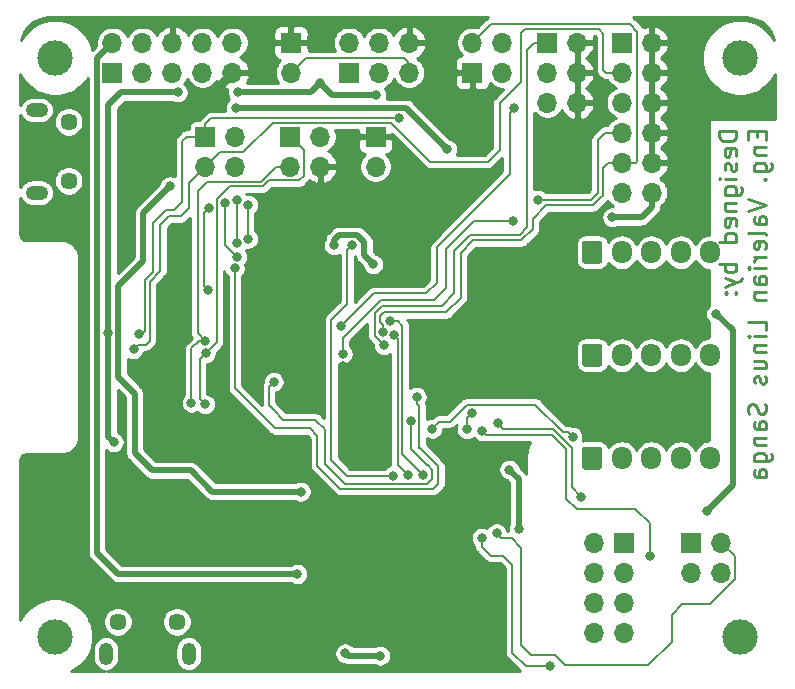
<source format=gbl>
G04 #@! TF.GenerationSoftware,KiCad,Pcbnew,5.1.5-52549c5~84~ubuntu18.04.1*
G04 #@! TF.CreationDate,2020-03-02T19:34:08+00:00*
G04 #@! TF.ProjectId,sangaboard_v0.4,73616e67-6162-46f6-9172-645f76302e34,rev?*
G04 #@! TF.SameCoordinates,Original*
G04 #@! TF.FileFunction,Copper,L2,Bot*
G04 #@! TF.FilePolarity,Positive*
%FSLAX46Y46*%
G04 Gerber Fmt 4.6, Leading zero omitted, Abs format (unit mm)*
G04 Created by KiCad (PCBNEW 5.1.5-52549c5~84~ubuntu18.04.1) date 2020-03-02 19:34:08*
%MOMM*%
%LPD*%
G04 APERTURE LIST*
%ADD10C,0.250000*%
%ADD11R,1.700000X1.700000*%
%ADD12O,1.700000X1.700000*%
%ADD13C,3.000000*%
%ADD14O,1.900000X1.200000*%
%ADD15C,1.450000*%
%ADD16O,1.200000X1.900000*%
%ADD17O,1.700000X1.950000*%
%ADD18C,0.150000*%
%ADD19C,0.800000*%
%ADD20C,0.530000*%
%ADD21C,0.200000*%
%ADD22C,0.800000*%
%ADD23C,0.254000*%
G04 APERTURE END LIST*
D10*
X258058571Y-97959642D02*
X256558571Y-97959642D01*
X256558571Y-98316785D01*
X256630000Y-98531071D01*
X256772857Y-98673928D01*
X256915714Y-98745357D01*
X257201428Y-98816785D01*
X257415714Y-98816785D01*
X257701428Y-98745357D01*
X257844285Y-98673928D01*
X257987142Y-98531071D01*
X258058571Y-98316785D01*
X258058571Y-97959642D01*
X257987142Y-100031071D02*
X258058571Y-99888214D01*
X258058571Y-99602500D01*
X257987142Y-99459642D01*
X257844285Y-99388214D01*
X257272857Y-99388214D01*
X257130000Y-99459642D01*
X257058571Y-99602500D01*
X257058571Y-99888214D01*
X257130000Y-100031071D01*
X257272857Y-100102500D01*
X257415714Y-100102500D01*
X257558571Y-99388214D01*
X257987142Y-100673928D02*
X258058571Y-100816785D01*
X258058571Y-101102500D01*
X257987142Y-101245357D01*
X257844285Y-101316785D01*
X257772857Y-101316785D01*
X257630000Y-101245357D01*
X257558571Y-101102500D01*
X257558571Y-100888214D01*
X257487142Y-100745357D01*
X257344285Y-100673928D01*
X257272857Y-100673928D01*
X257130000Y-100745357D01*
X257058571Y-100888214D01*
X257058571Y-101102500D01*
X257130000Y-101245357D01*
X258058571Y-101959642D02*
X257058571Y-101959642D01*
X256558571Y-101959642D02*
X256630000Y-101888214D01*
X256701428Y-101959642D01*
X256630000Y-102031071D01*
X256558571Y-101959642D01*
X256701428Y-101959642D01*
X257058571Y-103316785D02*
X258272857Y-103316785D01*
X258415714Y-103245357D01*
X258487142Y-103173928D01*
X258558571Y-103031071D01*
X258558571Y-102816785D01*
X258487142Y-102673928D01*
X257987142Y-103316785D02*
X258058571Y-103173928D01*
X258058571Y-102888214D01*
X257987142Y-102745357D01*
X257915714Y-102673928D01*
X257772857Y-102602500D01*
X257344285Y-102602500D01*
X257201428Y-102673928D01*
X257130000Y-102745357D01*
X257058571Y-102888214D01*
X257058571Y-103173928D01*
X257130000Y-103316785D01*
X257058571Y-104031071D02*
X258058571Y-104031071D01*
X257201428Y-104031071D02*
X257130000Y-104102500D01*
X257058571Y-104245357D01*
X257058571Y-104459642D01*
X257130000Y-104602500D01*
X257272857Y-104673928D01*
X258058571Y-104673928D01*
X257987142Y-105959642D02*
X258058571Y-105816785D01*
X258058571Y-105531071D01*
X257987142Y-105388214D01*
X257844285Y-105316785D01*
X257272857Y-105316785D01*
X257130000Y-105388214D01*
X257058571Y-105531071D01*
X257058571Y-105816785D01*
X257130000Y-105959642D01*
X257272857Y-106031071D01*
X257415714Y-106031071D01*
X257558571Y-105316785D01*
X258058571Y-107316785D02*
X256558571Y-107316785D01*
X257987142Y-107316785D02*
X258058571Y-107173928D01*
X258058571Y-106888214D01*
X257987142Y-106745357D01*
X257915714Y-106673928D01*
X257772857Y-106602500D01*
X257344285Y-106602500D01*
X257201428Y-106673928D01*
X257130000Y-106745357D01*
X257058571Y-106888214D01*
X257058571Y-107173928D01*
X257130000Y-107316785D01*
X258058571Y-109173928D02*
X256558571Y-109173928D01*
X257130000Y-109173928D02*
X257058571Y-109316785D01*
X257058571Y-109602500D01*
X257130000Y-109745357D01*
X257201428Y-109816785D01*
X257344285Y-109888214D01*
X257772857Y-109888214D01*
X257915714Y-109816785D01*
X257987142Y-109745357D01*
X258058571Y-109602500D01*
X258058571Y-109316785D01*
X257987142Y-109173928D01*
X257058571Y-110388214D02*
X258058571Y-110745357D01*
X257058571Y-111102500D02*
X258058571Y-110745357D01*
X258415714Y-110602500D01*
X258487142Y-110531071D01*
X258558571Y-110388214D01*
X257915714Y-111673928D02*
X257987142Y-111745357D01*
X258058571Y-111673928D01*
X257987142Y-111602500D01*
X257915714Y-111673928D01*
X258058571Y-111673928D01*
X257130000Y-111673928D02*
X257201428Y-111745357D01*
X257272857Y-111673928D01*
X257201428Y-111602500D01*
X257130000Y-111673928D01*
X257272857Y-111673928D01*
X259772857Y-97959642D02*
X259772857Y-98459642D01*
X260558571Y-98673928D02*
X260558571Y-97959642D01*
X259058571Y-97959642D01*
X259058571Y-98673928D01*
X259558571Y-99316785D02*
X260558571Y-99316785D01*
X259701428Y-99316785D02*
X259630000Y-99388214D01*
X259558571Y-99531071D01*
X259558571Y-99745357D01*
X259630000Y-99888214D01*
X259772857Y-99959642D01*
X260558571Y-99959642D01*
X259558571Y-101316785D02*
X260772857Y-101316785D01*
X260915714Y-101245357D01*
X260987142Y-101173928D01*
X261058571Y-101031071D01*
X261058571Y-100816785D01*
X260987142Y-100673928D01*
X260487142Y-101316785D02*
X260558571Y-101173928D01*
X260558571Y-100888214D01*
X260487142Y-100745357D01*
X260415714Y-100673928D01*
X260272857Y-100602500D01*
X259844285Y-100602500D01*
X259701428Y-100673928D01*
X259630000Y-100745357D01*
X259558571Y-100888214D01*
X259558571Y-101173928D01*
X259630000Y-101316785D01*
X260415714Y-102031071D02*
X260487142Y-102102500D01*
X260558571Y-102031071D01*
X260487142Y-101959642D01*
X260415714Y-102031071D01*
X260558571Y-102031071D01*
X259058571Y-103673928D02*
X260558571Y-104173928D01*
X259058571Y-104673928D01*
X260558571Y-105816785D02*
X259772857Y-105816785D01*
X259630000Y-105745357D01*
X259558571Y-105602500D01*
X259558571Y-105316785D01*
X259630000Y-105173928D01*
X260487142Y-105816785D02*
X260558571Y-105673928D01*
X260558571Y-105316785D01*
X260487142Y-105173928D01*
X260344285Y-105102500D01*
X260201428Y-105102500D01*
X260058571Y-105173928D01*
X259987142Y-105316785D01*
X259987142Y-105673928D01*
X259915714Y-105816785D01*
X260558571Y-106745357D02*
X260487142Y-106602500D01*
X260344285Y-106531071D01*
X259058571Y-106531071D01*
X260487142Y-107888214D02*
X260558571Y-107745357D01*
X260558571Y-107459642D01*
X260487142Y-107316785D01*
X260344285Y-107245357D01*
X259772857Y-107245357D01*
X259630000Y-107316785D01*
X259558571Y-107459642D01*
X259558571Y-107745357D01*
X259630000Y-107888214D01*
X259772857Y-107959642D01*
X259915714Y-107959642D01*
X260058571Y-107245357D01*
X260558571Y-108602500D02*
X259558571Y-108602500D01*
X259844285Y-108602500D02*
X259701428Y-108673928D01*
X259630000Y-108745357D01*
X259558571Y-108888214D01*
X259558571Y-109031071D01*
X260558571Y-109531071D02*
X259558571Y-109531071D01*
X259058571Y-109531071D02*
X259130000Y-109459642D01*
X259201428Y-109531071D01*
X259130000Y-109602500D01*
X259058571Y-109531071D01*
X259201428Y-109531071D01*
X260558571Y-110888214D02*
X259772857Y-110888214D01*
X259630000Y-110816785D01*
X259558571Y-110673928D01*
X259558571Y-110388214D01*
X259630000Y-110245357D01*
X260487142Y-110888214D02*
X260558571Y-110745357D01*
X260558571Y-110388214D01*
X260487142Y-110245357D01*
X260344285Y-110173928D01*
X260201428Y-110173928D01*
X260058571Y-110245357D01*
X259987142Y-110388214D01*
X259987142Y-110745357D01*
X259915714Y-110888214D01*
X259558571Y-111602500D02*
X260558571Y-111602500D01*
X259701428Y-111602500D02*
X259630000Y-111673928D01*
X259558571Y-111816785D01*
X259558571Y-112031071D01*
X259630000Y-112173928D01*
X259772857Y-112245357D01*
X260558571Y-112245357D01*
X260558571Y-114816785D02*
X260558571Y-114102500D01*
X259058571Y-114102500D01*
X260558571Y-115316785D02*
X259558571Y-115316785D01*
X259058571Y-115316785D02*
X259130000Y-115245357D01*
X259201428Y-115316785D01*
X259130000Y-115388214D01*
X259058571Y-115316785D01*
X259201428Y-115316785D01*
X259558571Y-116031071D02*
X260558571Y-116031071D01*
X259701428Y-116031071D02*
X259630000Y-116102500D01*
X259558571Y-116245357D01*
X259558571Y-116459642D01*
X259630000Y-116602500D01*
X259772857Y-116673928D01*
X260558571Y-116673928D01*
X259558571Y-118031071D02*
X260558571Y-118031071D01*
X259558571Y-117388214D02*
X260344285Y-117388214D01*
X260487142Y-117459642D01*
X260558571Y-117602500D01*
X260558571Y-117816785D01*
X260487142Y-117959642D01*
X260415714Y-118031071D01*
X260487142Y-118673928D02*
X260558571Y-118816785D01*
X260558571Y-119102500D01*
X260487142Y-119245357D01*
X260344285Y-119316785D01*
X260272857Y-119316785D01*
X260130000Y-119245357D01*
X260058571Y-119102500D01*
X260058571Y-118888214D01*
X259987142Y-118745357D01*
X259844285Y-118673928D01*
X259772857Y-118673928D01*
X259630000Y-118745357D01*
X259558571Y-118888214D01*
X259558571Y-119102500D01*
X259630000Y-119245357D01*
X260487142Y-121031071D02*
X260558571Y-121245357D01*
X260558571Y-121602500D01*
X260487142Y-121745357D01*
X260415714Y-121816785D01*
X260272857Y-121888214D01*
X260130000Y-121888214D01*
X259987142Y-121816785D01*
X259915714Y-121745357D01*
X259844285Y-121602500D01*
X259772857Y-121316785D01*
X259701428Y-121173928D01*
X259630000Y-121102500D01*
X259487142Y-121031071D01*
X259344285Y-121031071D01*
X259201428Y-121102500D01*
X259130000Y-121173928D01*
X259058571Y-121316785D01*
X259058571Y-121673928D01*
X259130000Y-121888214D01*
X260558571Y-123173928D02*
X259772857Y-123173928D01*
X259630000Y-123102500D01*
X259558571Y-122959642D01*
X259558571Y-122673928D01*
X259630000Y-122531071D01*
X260487142Y-123173928D02*
X260558571Y-123031071D01*
X260558571Y-122673928D01*
X260487142Y-122531071D01*
X260344285Y-122459642D01*
X260201428Y-122459642D01*
X260058571Y-122531071D01*
X259987142Y-122673928D01*
X259987142Y-123031071D01*
X259915714Y-123173928D01*
X259558571Y-123888214D02*
X260558571Y-123888214D01*
X259701428Y-123888214D02*
X259630000Y-123959642D01*
X259558571Y-124102500D01*
X259558571Y-124316785D01*
X259630000Y-124459642D01*
X259772857Y-124531071D01*
X260558571Y-124531071D01*
X259558571Y-125888214D02*
X260772857Y-125888214D01*
X260915714Y-125816785D01*
X260987142Y-125745357D01*
X261058571Y-125602500D01*
X261058571Y-125388214D01*
X260987142Y-125245357D01*
X260487142Y-125888214D02*
X260558571Y-125745357D01*
X260558571Y-125459642D01*
X260487142Y-125316785D01*
X260415714Y-125245357D01*
X260272857Y-125173928D01*
X259844285Y-125173928D01*
X259701428Y-125245357D01*
X259630000Y-125316785D01*
X259558571Y-125459642D01*
X259558571Y-125745357D01*
X259630000Y-125888214D01*
X260558571Y-127245357D02*
X259772857Y-127245357D01*
X259630000Y-127173928D01*
X259558571Y-127031071D01*
X259558571Y-126745357D01*
X259630000Y-126602500D01*
X260487142Y-127245357D02*
X260558571Y-127102500D01*
X260558571Y-126745357D01*
X260487142Y-126602500D01*
X260344285Y-126531071D01*
X260201428Y-126531071D01*
X260058571Y-126602500D01*
X259987142Y-126745357D01*
X259987142Y-127102500D01*
X259915714Y-127245357D01*
D11*
X248360000Y-90450000D03*
D12*
X250900000Y-90450000D03*
X248360000Y-92990000D03*
X250900000Y-92990000D03*
X248360000Y-95530000D03*
X250900000Y-95530000D03*
X248360000Y-98070000D03*
X250900000Y-98070000D03*
X248360000Y-100610000D03*
X250900000Y-100610000D03*
X248360000Y-103150000D03*
X250900000Y-103150000D03*
D13*
X200360000Y-140734000D03*
X258360000Y-140734000D03*
X258360000Y-91734000D03*
X200360000Y-91734000D03*
D12*
X245974000Y-140415001D03*
X248514000Y-140415001D03*
X245974000Y-137875001D03*
X248514000Y-137875001D03*
X245974000Y-135335001D03*
X248514000Y-135335001D03*
X245974000Y-132795001D03*
D11*
X248514000Y-132795001D03*
D14*
X198820000Y-103150000D03*
X198820000Y-96150000D03*
D15*
X201520000Y-102150000D03*
X201520000Y-97150000D03*
X205680000Y-139480000D03*
X210680000Y-139480000D03*
D16*
X204680000Y-142180000D03*
X211680000Y-142180000D03*
D12*
X244590000Y-95530000D03*
X242050000Y-95530000D03*
X244590000Y-92990000D03*
X242050000Y-92990000D03*
X244590000Y-90450000D03*
D11*
X242050000Y-90450000D03*
X220295000Y-98400000D03*
D12*
X222835000Y-98400000D03*
X220295000Y-100940000D03*
X222835000Y-100940000D03*
X215610000Y-100940000D03*
X213070000Y-100940000D03*
X215610000Y-98400000D03*
D11*
X213070000Y-98400000D03*
X225260000Y-93000000D03*
D12*
X225260000Y-90460000D03*
X227800000Y-93000000D03*
X227800000Y-90460000D03*
X230340000Y-93000000D03*
X230340000Y-90460000D03*
D11*
X254230000Y-132795001D03*
D12*
X256770000Y-132795001D03*
X254230000Y-135335001D03*
X256770000Y-135335001D03*
D17*
X255840000Y-108190000D03*
X253340000Y-108190000D03*
X250840000Y-108190000D03*
X248340000Y-108190000D03*
G04 #@! TA.AperFunction,ComponentPad*
D18*
G36*
X246464504Y-107216204D02*
G01*
X246488773Y-107219804D01*
X246512571Y-107225765D01*
X246535671Y-107234030D01*
X246557849Y-107244520D01*
X246578893Y-107257133D01*
X246598598Y-107271747D01*
X246616777Y-107288223D01*
X246633253Y-107306402D01*
X246647867Y-107326107D01*
X246660480Y-107347151D01*
X246670970Y-107369329D01*
X246679235Y-107392429D01*
X246685196Y-107416227D01*
X246688796Y-107440496D01*
X246690000Y-107465000D01*
X246690000Y-108915000D01*
X246688796Y-108939504D01*
X246685196Y-108963773D01*
X246679235Y-108987571D01*
X246670970Y-109010671D01*
X246660480Y-109032849D01*
X246647867Y-109053893D01*
X246633253Y-109073598D01*
X246616777Y-109091777D01*
X246598598Y-109108253D01*
X246578893Y-109122867D01*
X246557849Y-109135480D01*
X246535671Y-109145970D01*
X246512571Y-109154235D01*
X246488773Y-109160196D01*
X246464504Y-109163796D01*
X246440000Y-109165000D01*
X245240000Y-109165000D01*
X245215496Y-109163796D01*
X245191227Y-109160196D01*
X245167429Y-109154235D01*
X245144329Y-109145970D01*
X245122151Y-109135480D01*
X245101107Y-109122867D01*
X245081402Y-109108253D01*
X245063223Y-109091777D01*
X245046747Y-109073598D01*
X245032133Y-109053893D01*
X245019520Y-109032849D01*
X245009030Y-109010671D01*
X245000765Y-108987571D01*
X244994804Y-108963773D01*
X244991204Y-108939504D01*
X244990000Y-108915000D01*
X244990000Y-107465000D01*
X244991204Y-107440496D01*
X244994804Y-107416227D01*
X245000765Y-107392429D01*
X245009030Y-107369329D01*
X245019520Y-107347151D01*
X245032133Y-107326107D01*
X245046747Y-107306402D01*
X245063223Y-107288223D01*
X245081402Y-107271747D01*
X245101107Y-107257133D01*
X245122151Y-107244520D01*
X245144329Y-107234030D01*
X245167429Y-107225765D01*
X245191227Y-107219804D01*
X245215496Y-107216204D01*
X245240000Y-107215000D01*
X246440000Y-107215000D01*
X246464504Y-107216204D01*
G37*
G04 #@! TD.AperFunction*
G04 #@! TA.AperFunction,ComponentPad*
G36*
X246464504Y-115931204D02*
G01*
X246488773Y-115934804D01*
X246512571Y-115940765D01*
X246535671Y-115949030D01*
X246557849Y-115959520D01*
X246578893Y-115972133D01*
X246598598Y-115986747D01*
X246616777Y-116003223D01*
X246633253Y-116021402D01*
X246647867Y-116041107D01*
X246660480Y-116062151D01*
X246670970Y-116084329D01*
X246679235Y-116107429D01*
X246685196Y-116131227D01*
X246688796Y-116155496D01*
X246690000Y-116180000D01*
X246690000Y-117630000D01*
X246688796Y-117654504D01*
X246685196Y-117678773D01*
X246679235Y-117702571D01*
X246670970Y-117725671D01*
X246660480Y-117747849D01*
X246647867Y-117768893D01*
X246633253Y-117788598D01*
X246616777Y-117806777D01*
X246598598Y-117823253D01*
X246578893Y-117837867D01*
X246557849Y-117850480D01*
X246535671Y-117860970D01*
X246512571Y-117869235D01*
X246488773Y-117875196D01*
X246464504Y-117878796D01*
X246440000Y-117880000D01*
X245240000Y-117880000D01*
X245215496Y-117878796D01*
X245191227Y-117875196D01*
X245167429Y-117869235D01*
X245144329Y-117860970D01*
X245122151Y-117850480D01*
X245101107Y-117837867D01*
X245081402Y-117823253D01*
X245063223Y-117806777D01*
X245046747Y-117788598D01*
X245032133Y-117768893D01*
X245019520Y-117747849D01*
X245009030Y-117725671D01*
X245000765Y-117702571D01*
X244994804Y-117678773D01*
X244991204Y-117654504D01*
X244990000Y-117630000D01*
X244990000Y-116180000D01*
X244991204Y-116155496D01*
X244994804Y-116131227D01*
X245000765Y-116107429D01*
X245009030Y-116084329D01*
X245019520Y-116062151D01*
X245032133Y-116041107D01*
X245046747Y-116021402D01*
X245063223Y-116003223D01*
X245081402Y-115986747D01*
X245101107Y-115972133D01*
X245122151Y-115959520D01*
X245144329Y-115949030D01*
X245167429Y-115940765D01*
X245191227Y-115934804D01*
X245215496Y-115931204D01*
X245240000Y-115930000D01*
X246440000Y-115930000D01*
X246464504Y-115931204D01*
G37*
G04 #@! TD.AperFunction*
D17*
X248340000Y-116905000D03*
X250840000Y-116905000D03*
X253340000Y-116905000D03*
X255840000Y-116905000D03*
G04 #@! TA.AperFunction,ComponentPad*
D18*
G36*
X246464504Y-124646204D02*
G01*
X246488773Y-124649804D01*
X246512571Y-124655765D01*
X246535671Y-124664030D01*
X246557849Y-124674520D01*
X246578893Y-124687133D01*
X246598598Y-124701747D01*
X246616777Y-124718223D01*
X246633253Y-124736402D01*
X246647867Y-124756107D01*
X246660480Y-124777151D01*
X246670970Y-124799329D01*
X246679235Y-124822429D01*
X246685196Y-124846227D01*
X246688796Y-124870496D01*
X246690000Y-124895000D01*
X246690000Y-126345000D01*
X246688796Y-126369504D01*
X246685196Y-126393773D01*
X246679235Y-126417571D01*
X246670970Y-126440671D01*
X246660480Y-126462849D01*
X246647867Y-126483893D01*
X246633253Y-126503598D01*
X246616777Y-126521777D01*
X246598598Y-126538253D01*
X246578893Y-126552867D01*
X246557849Y-126565480D01*
X246535671Y-126575970D01*
X246512571Y-126584235D01*
X246488773Y-126590196D01*
X246464504Y-126593796D01*
X246440000Y-126595000D01*
X245240000Y-126595000D01*
X245215496Y-126593796D01*
X245191227Y-126590196D01*
X245167429Y-126584235D01*
X245144329Y-126575970D01*
X245122151Y-126565480D01*
X245101107Y-126552867D01*
X245081402Y-126538253D01*
X245063223Y-126521777D01*
X245046747Y-126503598D01*
X245032133Y-126483893D01*
X245019520Y-126462849D01*
X245009030Y-126440671D01*
X245000765Y-126417571D01*
X244994804Y-126393773D01*
X244991204Y-126369504D01*
X244990000Y-126345000D01*
X244990000Y-124895000D01*
X244991204Y-124870496D01*
X244994804Y-124846227D01*
X245000765Y-124822429D01*
X245009030Y-124799329D01*
X245019520Y-124777151D01*
X245032133Y-124756107D01*
X245046747Y-124736402D01*
X245063223Y-124718223D01*
X245081402Y-124701747D01*
X245101107Y-124687133D01*
X245122151Y-124674520D01*
X245144329Y-124664030D01*
X245167429Y-124655765D01*
X245191227Y-124649804D01*
X245215496Y-124646204D01*
X245240000Y-124645000D01*
X246440000Y-124645000D01*
X246464504Y-124646204D01*
G37*
G04 #@! TD.AperFunction*
D17*
X248340000Y-125620000D03*
X250840000Y-125620000D03*
X253340000Y-125620000D03*
X255840000Y-125620000D03*
D11*
X227520000Y-98400000D03*
D12*
X227520000Y-100940000D03*
D11*
X205230000Y-93000000D03*
D12*
X205230000Y-90460000D03*
X207770000Y-93000000D03*
X207770000Y-90460000D03*
X210310000Y-93000000D03*
X210310000Y-90460000D03*
X212850000Y-93000000D03*
X212850000Y-90460000D03*
X215390000Y-93000000D03*
X215390000Y-90460000D03*
X220340000Y-93000000D03*
D11*
X220340000Y-90460000D03*
D12*
X238250000Y-90460000D03*
X238250000Y-93000000D03*
X235710000Y-90460000D03*
D11*
X235710000Y-93000000D03*
D19*
X205330000Y-124280000D03*
X222840000Y-93900000D03*
X227560000Y-94890000D03*
X247530000Y-105230000D03*
X227315000Y-109220000D03*
X223980000Y-107620000D03*
X204870000Y-115010000D03*
X210750000Y-94660000D03*
X215860000Y-94660000D03*
X210090000Y-102600000D03*
X221160000Y-128460000D03*
X227890000Y-142350000D03*
X224940000Y-142155000D03*
X220890000Y-135440000D03*
X256330000Y-113400000D03*
X255542501Y-130102501D03*
X239630000Y-131670000D03*
X238830000Y-126600000D03*
X213380000Y-104470000D03*
X213350000Y-111390000D03*
X224740000Y-116800000D03*
X239134975Y-105514975D03*
X224610000Y-114410000D03*
X239260000Y-96020000D03*
X228218270Y-116068270D03*
X213131061Y-116729158D03*
X213070000Y-121070000D03*
X213090000Y-115730000D03*
X241259975Y-103759975D03*
X211920000Y-120940000D03*
X207010000Y-116410000D03*
X207480000Y-115160000D03*
X229480000Y-96850000D03*
X214789976Y-104009975D03*
X215780000Y-108580000D03*
X216710000Y-107070000D03*
X216710000Y-104190000D03*
X215760000Y-107440000D03*
X215762573Y-103777476D03*
X237750000Y-131990000D03*
X242240000Y-143240000D03*
X236480000Y-132350000D03*
X250730000Y-133900000D03*
X236530000Y-123330000D03*
X244930000Y-128880000D03*
X237830000Y-122670000D03*
X228119284Y-114922462D03*
X244182824Y-123817176D03*
X232319975Y-123139975D03*
X235690000Y-121790000D03*
X235234975Y-123190000D03*
X215670000Y-95980000D03*
X233560000Y-99470000D03*
X228958557Y-127137909D03*
X225510000Y-107590000D03*
X230980000Y-120450000D03*
X215601115Y-109563872D03*
X230520000Y-122450000D03*
X218880000Y-119170000D03*
X228760000Y-113990000D03*
X231520000Y-127060000D03*
X230226000Y-127069990D03*
X229080009Y-115199970D03*
X222300000Y-136530000D03*
X217700000Y-132860000D03*
X234260000Y-142010000D03*
X243800000Y-122550000D03*
X227535000Y-131620000D03*
X240170000Y-119000000D03*
X237730000Y-128160000D03*
X210220000Y-111360000D03*
X210220000Y-111360000D03*
X206800000Y-102060000D03*
X198520000Y-105670000D03*
X230200000Y-109920000D03*
X207950000Y-117730000D03*
X216230000Y-127390000D03*
X212140000Y-128840000D03*
X227350000Y-121060000D03*
X213560000Y-125570000D03*
X220780000Y-114860000D03*
X224720000Y-117860000D03*
X241450000Y-112535000D03*
X215410000Y-138970000D03*
X208610000Y-121840000D03*
X229880000Y-132040000D03*
X206600000Y-106600000D03*
X210400000Y-97600000D03*
X230030000Y-105440000D03*
D20*
X205330000Y-124280000D02*
X204870000Y-123820000D01*
X204870000Y-123820000D02*
X204870000Y-115010000D01*
X204870000Y-95730000D02*
X205940000Y-94660000D01*
X205940000Y-94660000D02*
X210750000Y-94660000D01*
X217010000Y-94660000D02*
X222080000Y-94660000D01*
X222080000Y-94660000D02*
X222840000Y-93900000D01*
X204870000Y-111300000D02*
X204870000Y-95730000D01*
X223830000Y-94890000D02*
X222840000Y-93900000D01*
X227560000Y-94890000D02*
X223830000Y-94890000D01*
X250900000Y-104352081D02*
X250022081Y-105230000D01*
X250900000Y-103150000D02*
X250900000Y-104352081D01*
X250022081Y-105230000D02*
X247530000Y-105230000D01*
X226550000Y-108455000D02*
X227315000Y-109220000D01*
X226550000Y-107349798D02*
X226550000Y-108455000D01*
X225925201Y-106724999D02*
X226550000Y-107349798D01*
X224395001Y-106724999D02*
X225925201Y-106724999D01*
X223980000Y-107620000D02*
X223980000Y-107140000D01*
X223980000Y-107140000D02*
X224395001Y-106724999D01*
X204870000Y-115010000D02*
X204870000Y-111300000D01*
X215860000Y-94660000D02*
X217010000Y-94660000D01*
X205735001Y-111024999D02*
X207830000Y-108930000D01*
X205735001Y-118775959D02*
X205735001Y-111024999D01*
X221160000Y-128460000D02*
X213660000Y-128460000D01*
X211870000Y-126670000D02*
X208570000Y-126670000D01*
X213660000Y-128460000D02*
X211870000Y-126670000D01*
X208570000Y-126670000D02*
X207119521Y-125219521D01*
X207119521Y-125219521D02*
X207119521Y-120160479D01*
X207119521Y-120160479D02*
X205735001Y-118775959D01*
X209690001Y-102999999D02*
X207830000Y-104860000D01*
X210090000Y-102600000D02*
X209690001Y-102999999D01*
X207830000Y-108930000D02*
X207830000Y-104860000D01*
X225135000Y-142350000D02*
X224940000Y-142155000D01*
X227890000Y-142350000D02*
X225135000Y-142350000D01*
X204380001Y-91309999D02*
X205230000Y-90460000D01*
X203914999Y-91775001D02*
X204380001Y-91309999D01*
X203914999Y-133634999D02*
X203914999Y-91775001D01*
X220890000Y-135440000D02*
X205720000Y-135440000D01*
X205720000Y-135440000D02*
X203914999Y-133634999D01*
X257740000Y-114810000D02*
X256330000Y-113400000D01*
X255542501Y-130102501D02*
X257740000Y-127905002D01*
X257740000Y-127905002D02*
X257740000Y-114810000D01*
X239630000Y-131670000D02*
X239630000Y-127400000D01*
X239630000Y-127400000D02*
X238830000Y-126600000D01*
D21*
X221189999Y-92150001D02*
X220340000Y-93000000D01*
X221580000Y-91760000D02*
X221189999Y-92150001D01*
X229940000Y-91760000D02*
X221580000Y-91760000D01*
X230250000Y-92070000D02*
X229940000Y-91760000D01*
X230250000Y-92910000D02*
X230250000Y-92070000D01*
X230340000Y-93000000D02*
X230250000Y-92910000D01*
X212980001Y-104869999D02*
X212980001Y-111020001D01*
X213380000Y-104470000D02*
X212980001Y-104869999D01*
X212980001Y-111020001D02*
X213350000Y-111390000D01*
X224740000Y-115464301D02*
X224740000Y-116800000D01*
X235875025Y-105514975D02*
X233450000Y-107940000D01*
X233450000Y-107940000D02*
X233450000Y-111200000D01*
X233450000Y-111200000D02*
X232440000Y-112210000D01*
X232440000Y-112210000D02*
X227994300Y-112210000D01*
X239134975Y-105514975D02*
X235875025Y-105514975D01*
X227994300Y-112210000D02*
X224740000Y-115464301D01*
X227350000Y-111670000D02*
X224610000Y-114410000D01*
X239260000Y-96020000D02*
X238860001Y-96419999D01*
X238860001Y-96419999D02*
X238860001Y-101589999D01*
X238860001Y-101589999D02*
X232690000Y-107760000D01*
X232690000Y-107760000D02*
X232690000Y-110780000D01*
X232690000Y-110780000D02*
X231800000Y-111670000D01*
X231800000Y-111670000D02*
X227350000Y-111670000D01*
X227419283Y-115269283D02*
X228218270Y-116068270D01*
X227419283Y-113350717D02*
X227419283Y-115269283D01*
X228050000Y-112720000D02*
X227419283Y-113350717D01*
X233090000Y-112720000D02*
X228050000Y-112720000D01*
X234150000Y-111660000D02*
X233090000Y-112720000D01*
X234150000Y-108070000D02*
X234150000Y-111660000D01*
X242050000Y-90450000D02*
X240950000Y-90450000D01*
X240950000Y-90450000D02*
X240330000Y-91070000D01*
X240330000Y-91070000D02*
X240330000Y-106100000D01*
X240330000Y-106100000D02*
X239720000Y-106710000D01*
X239720000Y-106710000D02*
X235510000Y-106710000D01*
X235510000Y-106710000D02*
X234150000Y-108070000D01*
X212620001Y-117240218D02*
X212620001Y-120620001D01*
X213131061Y-116729158D02*
X212620001Y-117240218D01*
X212620001Y-120620001D02*
X213070000Y-121070000D01*
X214080001Y-115780218D02*
X213131061Y-116729158D01*
X214080001Y-103729999D02*
X214080001Y-115780218D01*
X215189990Y-102620010D02*
X214080001Y-103729999D01*
X220295000Y-98400000D02*
X220330000Y-98400000D01*
X217978608Y-102620010D02*
X215189990Y-102620010D01*
X220330000Y-98400000D02*
X221445001Y-99515001D01*
X221445001Y-99515001D02*
X221445001Y-101724999D01*
X221050000Y-102120000D02*
X218478617Y-102120000D01*
X221445001Y-101724999D02*
X221050000Y-102120000D01*
X218478617Y-102120000D02*
X217978608Y-102620010D01*
X212431060Y-115071060D02*
X213090000Y-115730000D01*
X212431060Y-103048940D02*
X212431060Y-115071060D01*
X213260000Y-102220000D02*
X212431060Y-103048940D01*
X217812919Y-102220000D02*
X213260000Y-102220000D01*
X220295000Y-100940000D02*
X219092919Y-100940000D01*
X219092919Y-100940000D02*
X217812919Y-102220000D01*
X246940000Y-98070000D02*
X248360000Y-98070000D01*
X246319990Y-98690010D02*
X246940000Y-98070000D01*
X246319990Y-103170010D02*
X246319990Y-98690010D01*
X245730025Y-103759975D02*
X246319990Y-103170010D01*
X241259975Y-103759975D02*
X245730025Y-103759975D01*
X213090000Y-115730000D02*
X212524315Y-115730000D01*
X212524315Y-115730000D02*
X211920000Y-116334315D01*
X211920000Y-116334315D02*
X211920000Y-120940000D01*
X208370001Y-110679999D02*
X209290000Y-109760000D01*
X218789990Y-97240010D02*
X216320000Y-99710000D01*
X228834008Y-97240010D02*
X218789990Y-97240010D01*
X216320000Y-99710000D02*
X214300000Y-99710000D01*
X237020000Y-100560000D02*
X232153998Y-100560000D01*
X238000000Y-99580000D02*
X237020000Y-100560000D01*
X238000000Y-95560000D02*
X238000000Y-99580000D01*
X239790000Y-93770000D02*
X238000000Y-95560000D01*
X239790000Y-89670000D02*
X239790000Y-93770000D01*
X247000000Y-92990000D02*
X246780000Y-92770000D01*
X232153998Y-100560000D02*
X228834008Y-97240010D01*
X246780000Y-92770000D02*
X246780000Y-89700000D01*
X246780000Y-89700000D02*
X246379999Y-89299999D01*
X246379999Y-89299999D02*
X240160001Y-89299999D01*
X214300000Y-99710000D02*
X213070000Y-100940000D01*
X248360000Y-92990000D02*
X247000000Y-92990000D01*
X240160001Y-89299999D02*
X239790000Y-89670000D01*
X211710000Y-102300000D02*
X211710000Y-104480000D01*
X211710000Y-102300000D02*
X213070000Y-100940000D01*
X211710000Y-104480000D02*
X211030000Y-105160000D01*
X209990000Y-105160000D02*
X209290000Y-105860000D01*
X211030000Y-105160000D02*
X209990000Y-105160000D01*
X209290000Y-109760000D02*
X209290000Y-105860000D01*
X207409999Y-116010001D02*
X208029999Y-116010001D01*
X207010000Y-116410000D02*
X207409999Y-116010001D01*
X208370001Y-115669999D02*
X208370001Y-110679999D01*
X208029999Y-116010001D02*
X208370001Y-115669999D01*
X213070000Y-97350000D02*
X213580000Y-96840000D01*
X213070000Y-98400000D02*
X213070000Y-97350000D01*
X213580000Y-96840000D02*
X229470000Y-96840000D01*
X229470000Y-96840000D02*
X229480000Y-96850000D01*
X213070000Y-98400000D02*
X211510000Y-98400000D01*
X211510000Y-98400000D02*
X211120000Y-98790000D01*
X211120000Y-98790000D02*
X211120000Y-103960000D01*
X211120000Y-103960000D02*
X210480000Y-104600000D01*
X210480000Y-104600000D02*
X209720000Y-104600000D01*
X209720000Y-104600000D02*
X208620000Y-105700000D01*
X207670000Y-115160000D02*
X207969991Y-114860009D01*
X207480000Y-115160000D02*
X207670000Y-115160000D01*
X208620000Y-109864301D02*
X208620000Y-109040000D01*
X207969991Y-110514310D02*
X208620000Y-109864301D01*
X207969991Y-114860009D02*
X207969991Y-110514310D01*
X208620000Y-105700000D02*
X208620000Y-109040000D01*
X214789976Y-104009975D02*
X214789976Y-107589976D01*
X214789976Y-107589976D02*
X215780000Y-108580000D01*
X216710000Y-106504315D02*
X216710000Y-104190000D01*
X216710000Y-107070000D02*
X216710000Y-106504315D01*
X215760000Y-107440000D02*
X215760000Y-103780049D01*
X215760000Y-103780049D02*
X215762573Y-103777476D01*
X257920001Y-135887002D02*
X255787003Y-138020000D01*
X256770000Y-132795001D02*
X257920001Y-133945002D01*
X257920001Y-133945002D02*
X257920001Y-135887002D01*
X255787003Y-138020000D02*
X253490000Y-138020000D01*
X253490000Y-138020000D02*
X252580000Y-138930000D01*
X252580000Y-138930000D02*
X252580000Y-141180000D01*
X252580000Y-141180000D02*
X250590000Y-143170000D01*
X250590000Y-143170000D02*
X243570000Y-143170000D01*
X243570000Y-143170000D02*
X242660000Y-142260000D01*
X238149999Y-132389999D02*
X239029999Y-132389999D01*
X237750000Y-131990000D02*
X238149999Y-132389999D01*
X239029999Y-132389999D02*
X239840000Y-133200000D01*
X239840000Y-133200000D02*
X239840000Y-141430000D01*
X240670000Y-142260000D02*
X242660000Y-142260000D01*
X239840000Y-141430000D02*
X240670000Y-142260000D01*
X240230000Y-143240000D02*
X242240000Y-143240000D01*
X236480000Y-132350000D02*
X236480000Y-133110000D01*
X236480000Y-133110000D02*
X237260000Y-133890000D01*
X237260000Y-133890000D02*
X238320000Y-133890000D01*
X238320000Y-133890000D02*
X239080000Y-134650000D01*
X239080000Y-134650000D02*
X239080000Y-142090000D01*
X239080000Y-142090000D02*
X240230000Y-143240000D01*
X250730000Y-133900000D02*
X250730000Y-133334315D01*
X250730000Y-133334315D02*
X250730000Y-131160000D01*
X250730000Y-131160000D02*
X249510000Y-129940000D01*
X249510000Y-129940000D02*
X244550000Y-129940000D01*
X244550000Y-129940000D02*
X243660000Y-129050000D01*
X243660000Y-129050000D02*
X243660000Y-124850000D01*
X243660000Y-124850000D02*
X242470000Y-123660000D01*
X242470000Y-123660000D02*
X236860000Y-123660000D01*
X236860000Y-123660000D02*
X236530000Y-123330000D01*
X244930000Y-128880000D02*
X244110000Y-128060000D01*
X244110000Y-124734302D02*
X242545698Y-123170000D01*
X244110000Y-128060000D02*
X244110000Y-124734302D01*
X242545698Y-123170000D02*
X238330000Y-123170000D01*
X238330000Y-123170000D02*
X237830000Y-122670000D01*
X235710000Y-90460000D02*
X237270011Y-88899989D01*
X228220001Y-113289999D02*
X227880000Y-113630000D01*
X228119284Y-114356777D02*
X228119284Y-114922462D01*
X227880000Y-113630000D02*
X227880000Y-114117493D01*
X227880000Y-114117493D02*
X228119284Y-114356777D01*
X248360000Y-100610000D02*
X247157919Y-100610000D01*
X247157919Y-100610000D02*
X246720000Y-101047919D01*
X246720000Y-103430000D02*
X246680000Y-103430000D01*
X246720000Y-101047919D02*
X246720000Y-103430000D01*
X246680000Y-103430000D02*
X245880000Y-104230000D01*
X245880000Y-104230000D02*
X241960000Y-104230000D01*
X241960000Y-104230000D02*
X240800000Y-105390000D01*
X240800000Y-105390000D02*
X240800000Y-106260000D01*
X240800000Y-106260000D02*
X239860000Y-107200000D01*
X239860000Y-107200000D02*
X235790000Y-107200000D01*
X235790000Y-107200000D02*
X234740000Y-108250000D01*
X234740000Y-112039998D02*
X233489999Y-113289999D01*
X234740000Y-108250000D02*
X234740000Y-112039998D01*
X233489999Y-113289999D02*
X228220001Y-113289999D01*
X248360000Y-100610000D02*
X249520000Y-100610000D01*
X249520000Y-100610000D02*
X249660000Y-100470000D01*
X249660000Y-100470000D02*
X249660000Y-89509998D01*
X249049991Y-88899989D02*
X247200011Y-88899989D01*
X249660000Y-89509998D02*
X249049991Y-88899989D01*
X237270011Y-88899989D02*
X247200011Y-88899989D01*
X247200011Y-88899989D02*
X248780011Y-88899989D01*
X241031395Y-121089999D02*
X235210001Y-121089999D01*
X243358573Y-123417177D02*
X241031395Y-121089999D01*
X244182824Y-123817176D02*
X243782825Y-123417177D01*
X243782825Y-123417177D02*
X243358573Y-123417177D01*
X235210001Y-121089999D02*
X233770000Y-122530000D01*
X233770000Y-122530000D02*
X232890000Y-122530000D01*
X232890000Y-122530000D02*
X232319975Y-123100025D01*
X232319975Y-123100025D02*
X232319975Y-123139975D01*
X235234975Y-122245025D02*
X235690000Y-121790000D01*
X235234975Y-123190000D02*
X235234975Y-122245025D01*
D20*
X233560000Y-99430000D02*
X233560000Y-99470000D01*
X230110000Y-95980000D02*
X233560000Y-99430000D01*
X215670000Y-95980000D02*
X230110000Y-95980000D01*
D21*
X225107909Y-127137909D02*
X228958557Y-127137909D01*
X223750000Y-125780000D02*
X225107909Y-127137909D01*
X223750000Y-113920000D02*
X223750000Y-125780000D01*
X225110001Y-112559999D02*
X223750000Y-113920000D01*
X225110001Y-107989999D02*
X225110001Y-112559999D01*
X225510000Y-107590000D02*
X225110001Y-107989999D01*
X215601115Y-109563872D02*
X215601115Y-119731115D01*
X215601115Y-119731115D02*
X218970000Y-123100000D01*
X218970000Y-123100000D02*
X221940000Y-123100000D01*
X221940000Y-123100000D02*
X222560000Y-123720000D01*
X230980000Y-121015685D02*
X230980000Y-120450000D01*
X231220001Y-121255686D02*
X230980000Y-121015685D01*
X231220001Y-124729999D02*
X231239999Y-124729999D01*
X231220001Y-124729999D02*
X231220001Y-121255686D01*
X231239999Y-124729999D02*
X232810000Y-126300000D01*
X232810000Y-126300000D02*
X232810000Y-127820000D01*
X224527920Y-128237920D02*
X222560000Y-126270000D01*
X232392080Y-128237920D02*
X224527920Y-128237920D01*
X232810000Y-127820000D02*
X232392080Y-128237920D01*
X222560000Y-123720000D02*
X222560000Y-126270000D01*
X219690000Y-122370000D02*
X222410000Y-122370000D01*
X222410000Y-122370000D02*
X223210000Y-123170000D01*
X223210000Y-126105820D02*
X224942090Y-127837910D01*
X223210000Y-123170000D02*
X223210000Y-126105820D01*
X232290000Y-127370000D02*
X231822090Y-127837910D01*
X232290000Y-126600000D02*
X232290000Y-127370000D01*
X231822090Y-127837910D02*
X224942090Y-127837910D01*
X230520000Y-124845698D02*
X230520000Y-124840000D01*
X231894302Y-126220000D02*
X230520000Y-124845698D01*
X231910000Y-126220000D02*
X231894302Y-126220000D01*
X231910000Y-126220000D02*
X232290000Y-126600000D01*
X230520000Y-122450000D02*
X230520000Y-124840000D01*
X218480001Y-121160001D02*
X218805000Y-121485000D01*
X218480001Y-119569999D02*
X218480001Y-121160001D01*
X218880000Y-119170000D02*
X218480001Y-119569999D01*
X218805000Y-121485000D02*
X219690000Y-122370000D01*
X229370000Y-113990000D02*
X228760000Y-113990000D01*
X229780009Y-114400009D02*
X229370000Y-113990000D01*
X231520000Y-127060000D02*
X229780009Y-125320009D01*
X229780009Y-125320009D02*
X229780009Y-114400009D01*
X229080009Y-115199970D02*
X229379999Y-115499960D01*
X229379999Y-126223989D02*
X230226000Y-127069990D01*
X229379999Y-115499960D02*
X229379999Y-126223989D01*
D22*
X211670000Y-96720000D02*
X215390000Y-93000000D01*
X210460000Y-96720000D02*
X211670000Y-96720000D01*
D23*
G36*
X197500270Y-93262558D02*
G01*
X197853425Y-93791093D01*
X198302907Y-94240575D01*
X198831442Y-94593730D01*
X199418719Y-94836988D01*
X200042168Y-94961000D01*
X200677832Y-94961000D01*
X201301281Y-94836988D01*
X201888558Y-94593730D01*
X202417093Y-94240575D01*
X202866575Y-93791093D01*
X203123000Y-93407325D01*
X203122999Y-133596101D01*
X203119168Y-133634999D01*
X203122999Y-133673897D01*
X203122999Y-133673904D01*
X203134459Y-133790257D01*
X203179746Y-133939550D01*
X203253289Y-134077139D01*
X203352261Y-134197737D01*
X203382487Y-134222543D01*
X205132461Y-135972517D01*
X205157262Y-136002738D01*
X205277859Y-136101710D01*
X205415448Y-136175253D01*
X205564741Y-136220540D01*
X205681094Y-136232000D01*
X205681101Y-136232000D01*
X205720000Y-136235831D01*
X205758898Y-136232000D01*
X220406757Y-136232000D01*
X220450901Y-136261496D01*
X220619604Y-136331376D01*
X220798699Y-136367000D01*
X220981301Y-136367000D01*
X221160396Y-136331376D01*
X221329099Y-136261496D01*
X221480928Y-136160048D01*
X221610048Y-136030928D01*
X221711496Y-135879099D01*
X221781376Y-135710396D01*
X221817000Y-135531301D01*
X221817000Y-135348699D01*
X221781376Y-135169604D01*
X221711496Y-135000901D01*
X221610048Y-134849072D01*
X221480928Y-134719952D01*
X221329099Y-134618504D01*
X221160396Y-134548624D01*
X220981301Y-134513000D01*
X220798699Y-134513000D01*
X220619604Y-134548624D01*
X220450901Y-134618504D01*
X220406757Y-134648000D01*
X206048057Y-134648000D01*
X204706999Y-133306943D01*
X204706999Y-124967975D01*
X204739072Y-125000048D01*
X204890901Y-125101496D01*
X205059604Y-125171376D01*
X205238699Y-125207000D01*
X205421301Y-125207000D01*
X205600396Y-125171376D01*
X205769099Y-125101496D01*
X205920928Y-125000048D01*
X206050048Y-124870928D01*
X206151496Y-124719099D01*
X206221376Y-124550396D01*
X206257000Y-124371301D01*
X206257000Y-124188699D01*
X206221376Y-124009604D01*
X206151496Y-123840901D01*
X206050048Y-123689072D01*
X205920928Y-123559952D01*
X205769099Y-123458504D01*
X205662000Y-123414142D01*
X205662000Y-119823014D01*
X206327522Y-120488537D01*
X206327521Y-125180623D01*
X206323690Y-125219521D01*
X206327521Y-125258419D01*
X206327521Y-125258426D01*
X206338981Y-125374779D01*
X206384268Y-125524072D01*
X206457811Y-125661661D01*
X206556783Y-125782259D01*
X206587009Y-125807065D01*
X207982460Y-127202517D01*
X208007262Y-127232738D01*
X208127859Y-127331710D01*
X208265448Y-127405253D01*
X208414741Y-127450540D01*
X208531094Y-127462000D01*
X208531101Y-127462000D01*
X208569999Y-127465831D01*
X208608898Y-127462000D01*
X211541944Y-127462000D01*
X213072465Y-128992523D01*
X213097262Y-129022738D01*
X213127477Y-129047535D01*
X213127481Y-129047539D01*
X213131611Y-129050928D01*
X213217859Y-129121710D01*
X213355448Y-129195253D01*
X213504741Y-129240540D01*
X213621094Y-129252000D01*
X213621101Y-129252000D01*
X213659999Y-129255831D01*
X213698898Y-129252000D01*
X220676757Y-129252000D01*
X220720901Y-129281496D01*
X220889604Y-129351376D01*
X221068699Y-129387000D01*
X221251301Y-129387000D01*
X221430396Y-129351376D01*
X221599099Y-129281496D01*
X221750928Y-129180048D01*
X221880048Y-129050928D01*
X221981496Y-128899099D01*
X222051376Y-128730396D01*
X222087000Y-128551301D01*
X222087000Y-128368699D01*
X222051376Y-128189604D01*
X221981496Y-128020901D01*
X221880048Y-127869072D01*
X221750928Y-127739952D01*
X221599099Y-127638504D01*
X221430396Y-127568624D01*
X221251301Y-127533000D01*
X221068699Y-127533000D01*
X220889604Y-127568624D01*
X220720901Y-127638504D01*
X220676757Y-127668000D01*
X213988058Y-127668000D01*
X212457544Y-126137488D01*
X212432738Y-126107262D01*
X212312141Y-126008290D01*
X212174552Y-125934747D01*
X212025259Y-125889460D01*
X211908906Y-125878000D01*
X211908898Y-125878000D01*
X211870000Y-125874169D01*
X211831102Y-125878000D01*
X208898057Y-125878000D01*
X207911521Y-124891465D01*
X207911521Y-120199377D01*
X207915352Y-120160479D01*
X207911521Y-120121580D01*
X207911521Y-120121573D01*
X207900061Y-120005220D01*
X207854774Y-119855927D01*
X207781231Y-119718338D01*
X207682259Y-119597741D01*
X207652038Y-119572939D01*
X206527001Y-118447903D01*
X206527001Y-117202163D01*
X206570901Y-117231496D01*
X206739604Y-117301376D01*
X206918699Y-117337000D01*
X207101301Y-117337000D01*
X207280396Y-117301376D01*
X207449099Y-117231496D01*
X207600928Y-117130048D01*
X207730048Y-117000928D01*
X207831496Y-116849099D01*
X207901376Y-116680396D01*
X207910008Y-116637001D01*
X207999205Y-116637001D01*
X208029999Y-116640034D01*
X208060793Y-116637001D01*
X208152912Y-116627928D01*
X208271102Y-116592076D01*
X208380027Y-116533854D01*
X208475500Y-116455502D01*
X208495137Y-116431574D01*
X208791575Y-116135136D01*
X208815502Y-116115500D01*
X208893854Y-116020027D01*
X208952076Y-115911102D01*
X208987928Y-115792912D01*
X208997001Y-115700793D01*
X208997001Y-115700792D01*
X209000034Y-115670000D01*
X208997001Y-115639208D01*
X208997001Y-110939710D01*
X209711579Y-110225133D01*
X209735501Y-110205501D01*
X209813853Y-110110028D01*
X209872075Y-110001103D01*
X209907927Y-109882913D01*
X209917000Y-109790794D01*
X209917000Y-109790793D01*
X209920033Y-109760001D01*
X209917000Y-109729207D01*
X209917000Y-106119711D01*
X210249712Y-105787000D01*
X210999206Y-105787000D01*
X211030000Y-105790033D01*
X211060794Y-105787000D01*
X211152913Y-105777927D01*
X211271103Y-105742075D01*
X211380028Y-105683853D01*
X211475501Y-105605501D01*
X211495138Y-105581573D01*
X211804060Y-105272651D01*
X211804061Y-115040256D01*
X211801027Y-115071060D01*
X211813133Y-115193972D01*
X211845320Y-115300077D01*
X211848986Y-115312163D01*
X211907208Y-115421088D01*
X211924926Y-115442677D01*
X211498427Y-115869177D01*
X211474499Y-115888814D01*
X211396147Y-115984288D01*
X211337925Y-116093213D01*
X211302780Y-116209072D01*
X211302073Y-116211403D01*
X211289967Y-116334315D01*
X211293000Y-116365109D01*
X211293001Y-120256023D01*
X211199952Y-120349072D01*
X211098504Y-120500901D01*
X211028624Y-120669604D01*
X210993000Y-120848699D01*
X210993000Y-121031301D01*
X211028624Y-121210396D01*
X211098504Y-121379099D01*
X211199952Y-121530928D01*
X211329072Y-121660048D01*
X211480901Y-121761496D01*
X211649604Y-121831376D01*
X211828699Y-121867000D01*
X212011301Y-121867000D01*
X212190396Y-121831376D01*
X212359099Y-121761496D01*
X212413902Y-121724878D01*
X212479072Y-121790048D01*
X212630901Y-121891496D01*
X212799604Y-121961376D01*
X212978699Y-121997000D01*
X213161301Y-121997000D01*
X213340396Y-121961376D01*
X213509099Y-121891496D01*
X213660928Y-121790048D01*
X213790048Y-121660928D01*
X213891496Y-121509099D01*
X213961376Y-121340396D01*
X213997000Y-121161301D01*
X213997000Y-120978699D01*
X213961376Y-120799604D01*
X213891496Y-120630901D01*
X213790048Y-120479072D01*
X213660928Y-120349952D01*
X213509099Y-120248504D01*
X213340396Y-120178624D01*
X213247001Y-120160047D01*
X213247001Y-117651257D01*
X213401457Y-117620534D01*
X213570160Y-117550654D01*
X213721989Y-117449206D01*
X213851109Y-117320086D01*
X213952557Y-117168257D01*
X214022437Y-116999554D01*
X214058061Y-116820459D01*
X214058061Y-116688870D01*
X214501579Y-116245352D01*
X214525502Y-116225719D01*
X214603854Y-116130246D01*
X214662076Y-116021321D01*
X214697928Y-115903131D01*
X214700041Y-115881680D01*
X214710034Y-115780218D01*
X214707001Y-115749424D01*
X214707001Y-109820503D01*
X214709739Y-109834268D01*
X214779619Y-110002971D01*
X214881067Y-110154800D01*
X214974115Y-110247848D01*
X214974116Y-119700311D01*
X214971082Y-119731115D01*
X214983188Y-119854027D01*
X215019041Y-119972218D01*
X215077263Y-120081143D01*
X215155615Y-120176616D01*
X215179538Y-120196249D01*
X218504866Y-123521578D01*
X218524499Y-123545501D01*
X218619972Y-123623853D01*
X218728897Y-123682075D01*
X218832668Y-123713553D01*
X218847087Y-123717927D01*
X218970000Y-123730033D01*
X219000794Y-123727000D01*
X221680289Y-123727000D01*
X221933000Y-123979712D01*
X221933001Y-126239196D01*
X221929967Y-126270000D01*
X221942073Y-126392912D01*
X221973673Y-126497082D01*
X221977926Y-126511103D01*
X222036148Y-126620028D01*
X222114500Y-126715501D01*
X222138422Y-126735134D01*
X224062786Y-128659498D01*
X224082419Y-128683421D01*
X224177892Y-128761773D01*
X224286817Y-128819995D01*
X224405007Y-128855847D01*
X224527919Y-128867953D01*
X224558713Y-128864920D01*
X232361286Y-128864920D01*
X232392080Y-128867953D01*
X232422874Y-128864920D01*
X232514993Y-128855847D01*
X232633183Y-128819995D01*
X232742108Y-128761773D01*
X232837581Y-128683421D01*
X232857218Y-128659493D01*
X233231573Y-128285138D01*
X233255501Y-128265501D01*
X233333853Y-128170028D01*
X233392075Y-128061103D01*
X233427927Y-127942913D01*
X233437000Y-127850794D01*
X233440033Y-127820001D01*
X233437000Y-127789207D01*
X233437000Y-126330794D01*
X233440033Y-126300000D01*
X233427927Y-126177087D01*
X233415650Y-126136614D01*
X233392075Y-126058897D01*
X233333853Y-125949972D01*
X233255501Y-125854499D01*
X233231579Y-125834867D01*
X231847001Y-124450290D01*
X231847001Y-123938837D01*
X231880876Y-123961471D01*
X232049579Y-124031351D01*
X232228674Y-124066975D01*
X232411276Y-124066975D01*
X232590371Y-124031351D01*
X232759074Y-123961471D01*
X232910903Y-123860023D01*
X233040023Y-123730903D01*
X233141471Y-123579074D01*
X233211351Y-123410371D01*
X233246975Y-123231276D01*
X233246975Y-123157000D01*
X233739206Y-123157000D01*
X233770000Y-123160033D01*
X233800794Y-123157000D01*
X233892913Y-123147927D01*
X234011103Y-123112075D01*
X234120028Y-123053853D01*
X234215501Y-122975501D01*
X234235138Y-122951573D01*
X234397688Y-122789023D01*
X234343599Y-122919604D01*
X234307975Y-123098699D01*
X234307975Y-123281301D01*
X234343599Y-123460396D01*
X234413479Y-123629099D01*
X234514927Y-123780928D01*
X234644047Y-123910048D01*
X234795876Y-124011496D01*
X234964579Y-124081376D01*
X235143674Y-124117000D01*
X235326276Y-124117000D01*
X235505371Y-124081376D01*
X235674074Y-124011496D01*
X235809849Y-123920775D01*
X235809952Y-123920928D01*
X235939072Y-124050048D01*
X236090901Y-124151496D01*
X236259604Y-124221376D01*
X236438699Y-124257000D01*
X236621301Y-124257000D01*
X236649565Y-124251378D01*
X236737087Y-124277927D01*
X236829206Y-124287000D01*
X236829207Y-124287000D01*
X236859999Y-124290033D01*
X236890791Y-124287000D01*
X240603528Y-124287000D01*
X240579936Y-124315927D01*
X240551010Y-124359465D01*
X240521450Y-124402636D01*
X240517618Y-124409723D01*
X240425993Y-124582045D01*
X240406066Y-124630391D01*
X240385463Y-124678463D01*
X240383081Y-124686159D01*
X240326672Y-124872995D01*
X240316518Y-124924274D01*
X240305641Y-124975448D01*
X240304799Y-124983461D01*
X240285754Y-125177694D01*
X240285754Y-125177704D01*
X240283000Y-125205665D01*
X240283000Y-126947246D01*
X240192738Y-126837262D01*
X240162517Y-126812460D01*
X239731734Y-126381678D01*
X239721376Y-126329604D01*
X239651496Y-126160901D01*
X239550048Y-126009072D01*
X239420928Y-125879952D01*
X239269099Y-125778504D01*
X239100396Y-125708624D01*
X238921301Y-125673000D01*
X238738699Y-125673000D01*
X238559604Y-125708624D01*
X238390901Y-125778504D01*
X238239072Y-125879952D01*
X238109952Y-126009072D01*
X238008504Y-126160901D01*
X237938624Y-126329604D01*
X237903000Y-126508699D01*
X237903000Y-126691301D01*
X237938624Y-126870396D01*
X238008504Y-127039099D01*
X238109952Y-127190928D01*
X238239072Y-127320048D01*
X238390901Y-127421496D01*
X238559604Y-127491376D01*
X238611678Y-127501734D01*
X238838001Y-127728058D01*
X238838000Y-131186757D01*
X238808504Y-131230901D01*
X238738624Y-131399604D01*
X238703000Y-131578699D01*
X238703000Y-131761301D01*
X238703338Y-131762999D01*
X238650008Y-131762999D01*
X238641376Y-131719604D01*
X238571496Y-131550901D01*
X238470048Y-131399072D01*
X238340928Y-131269952D01*
X238189099Y-131168504D01*
X238020396Y-131098624D01*
X237841301Y-131063000D01*
X237658699Y-131063000D01*
X237479604Y-131098624D01*
X237310901Y-131168504D01*
X237159072Y-131269952D01*
X237029952Y-131399072D01*
X236935947Y-131539761D01*
X236919099Y-131528504D01*
X236750396Y-131458624D01*
X236571301Y-131423000D01*
X236388699Y-131423000D01*
X236209604Y-131458624D01*
X236040901Y-131528504D01*
X235889072Y-131629952D01*
X235759952Y-131759072D01*
X235658504Y-131910901D01*
X235588624Y-132079604D01*
X235553000Y-132258699D01*
X235553000Y-132441301D01*
X235588624Y-132620396D01*
X235658504Y-132789099D01*
X235759952Y-132940928D01*
X235853000Y-133033976D01*
X235853000Y-133079206D01*
X235849967Y-133110000D01*
X235853000Y-133140794D01*
X235862073Y-133232913D01*
X235897926Y-133351103D01*
X235956148Y-133460028D01*
X236034500Y-133555501D01*
X236058422Y-133575133D01*
X236794866Y-134311578D01*
X236814499Y-134335501D01*
X236903932Y-134408896D01*
X236909972Y-134413853D01*
X237018896Y-134472075D01*
X237137087Y-134507927D01*
X237260000Y-134520033D01*
X237290794Y-134517000D01*
X238060289Y-134517000D01*
X238453000Y-134909712D01*
X238453001Y-142059196D01*
X238449967Y-142090000D01*
X238462073Y-142212912D01*
X238494833Y-142320906D01*
X238497926Y-142331103D01*
X238556148Y-142440028D01*
X238634500Y-142535501D01*
X238658422Y-142555133D01*
X239760288Y-143657000D01*
X211735365Y-143657000D01*
X211900931Y-143640693D01*
X212113371Y-143576250D01*
X212309157Y-143471600D01*
X212480765Y-143330765D01*
X212621600Y-143159157D01*
X212726250Y-142963371D01*
X212790693Y-142750930D01*
X212807000Y-142585364D01*
X212807000Y-142063699D01*
X224013000Y-142063699D01*
X224013000Y-142246301D01*
X224048624Y-142425396D01*
X224118504Y-142594099D01*
X224219952Y-142745928D01*
X224349072Y-142875048D01*
X224500901Y-142976496D01*
X224669604Y-143046376D01*
X224809938Y-143074290D01*
X224830448Y-143085253D01*
X224979741Y-143130540D01*
X225096094Y-143142000D01*
X225096101Y-143142000D01*
X225135000Y-143145831D01*
X225173898Y-143142000D01*
X227406757Y-143142000D01*
X227450901Y-143171496D01*
X227619604Y-143241376D01*
X227798699Y-143277000D01*
X227981301Y-143277000D01*
X228160396Y-143241376D01*
X228329099Y-143171496D01*
X228480928Y-143070048D01*
X228610048Y-142940928D01*
X228711496Y-142789099D01*
X228781376Y-142620396D01*
X228817000Y-142441301D01*
X228817000Y-142258699D01*
X228781376Y-142079604D01*
X228711496Y-141910901D01*
X228610048Y-141759072D01*
X228480928Y-141629952D01*
X228329099Y-141528504D01*
X228160396Y-141458624D01*
X227981301Y-141423000D01*
X227798699Y-141423000D01*
X227619604Y-141458624D01*
X227450901Y-141528504D01*
X227406757Y-141558000D01*
X225653976Y-141558000D01*
X225530928Y-141434952D01*
X225379099Y-141333504D01*
X225210396Y-141263624D01*
X225031301Y-141228000D01*
X224848699Y-141228000D01*
X224669604Y-141263624D01*
X224500901Y-141333504D01*
X224349072Y-141434952D01*
X224219952Y-141564072D01*
X224118504Y-141715901D01*
X224048624Y-141884604D01*
X224013000Y-142063699D01*
X212807000Y-142063699D01*
X212807000Y-141774635D01*
X212790693Y-141609069D01*
X212726250Y-141396629D01*
X212621600Y-141200843D01*
X212480765Y-141029235D01*
X212309157Y-140888400D01*
X212113370Y-140783750D01*
X211900930Y-140719307D01*
X211680000Y-140697547D01*
X211459069Y-140719307D01*
X211246629Y-140783750D01*
X211050843Y-140888400D01*
X210879235Y-141029235D01*
X210738400Y-141200843D01*
X210633750Y-141396630D01*
X210569307Y-141609070D01*
X210553000Y-141774636D01*
X210553000Y-142585365D01*
X210569307Y-142750931D01*
X210633751Y-142963371D01*
X210738401Y-143159157D01*
X210879236Y-143330765D01*
X211050844Y-143471600D01*
X211246630Y-143576250D01*
X211459070Y-143640693D01*
X211624636Y-143657000D01*
X204735364Y-143657000D01*
X204900930Y-143640693D01*
X205113370Y-143576250D01*
X205309157Y-143471600D01*
X205480765Y-143330765D01*
X205621600Y-143159157D01*
X205726250Y-142963371D01*
X205790693Y-142750931D01*
X205807000Y-142585365D01*
X205807000Y-141774636D01*
X205790693Y-141609070D01*
X205726250Y-141396629D01*
X205621600Y-141200843D01*
X205480765Y-141029235D01*
X205309157Y-140888400D01*
X205113371Y-140783750D01*
X204900931Y-140719307D01*
X204680000Y-140697547D01*
X204459070Y-140719307D01*
X204246630Y-140783750D01*
X204050844Y-140888400D01*
X203879236Y-141029235D01*
X203738401Y-141200843D01*
X203633751Y-141396629D01*
X203569307Y-141609069D01*
X203553000Y-141774635D01*
X203553000Y-142585364D01*
X203569307Y-142750930D01*
X203633750Y-142963370D01*
X203738400Y-143159157D01*
X203879235Y-143330765D01*
X204050843Y-143471600D01*
X204246629Y-143576250D01*
X204459069Y-143640693D01*
X204624635Y-143657000D01*
X201735811Y-143657000D01*
X201888558Y-143593730D01*
X202417093Y-143240575D01*
X202866575Y-142791093D01*
X203219730Y-142262558D01*
X203462988Y-141675281D01*
X203587000Y-141051832D01*
X203587000Y-140416168D01*
X203462988Y-139792719D01*
X203282379Y-139356689D01*
X204428000Y-139356689D01*
X204428000Y-139603311D01*
X204476114Y-139845195D01*
X204570492Y-140073044D01*
X204707508Y-140278104D01*
X204881896Y-140452492D01*
X205086956Y-140589508D01*
X205314805Y-140683886D01*
X205556689Y-140732000D01*
X205803311Y-140732000D01*
X206045195Y-140683886D01*
X206273044Y-140589508D01*
X206478104Y-140452492D01*
X206652492Y-140278104D01*
X206789508Y-140073044D01*
X206883886Y-139845195D01*
X206932000Y-139603311D01*
X206932000Y-139356689D01*
X209428000Y-139356689D01*
X209428000Y-139603311D01*
X209476114Y-139845195D01*
X209570492Y-140073044D01*
X209707508Y-140278104D01*
X209881896Y-140452492D01*
X210086956Y-140589508D01*
X210314805Y-140683886D01*
X210556689Y-140732000D01*
X210803311Y-140732000D01*
X211045195Y-140683886D01*
X211273044Y-140589508D01*
X211478104Y-140452492D01*
X211652492Y-140278104D01*
X211789508Y-140073044D01*
X211883886Y-139845195D01*
X211932000Y-139603311D01*
X211932000Y-139356689D01*
X211883886Y-139114805D01*
X211789508Y-138886956D01*
X211652492Y-138681896D01*
X211478104Y-138507508D01*
X211273044Y-138370492D01*
X211045195Y-138276114D01*
X210803311Y-138228000D01*
X210556689Y-138228000D01*
X210314805Y-138276114D01*
X210086956Y-138370492D01*
X209881896Y-138507508D01*
X209707508Y-138681896D01*
X209570492Y-138886956D01*
X209476114Y-139114805D01*
X209428000Y-139356689D01*
X206932000Y-139356689D01*
X206883886Y-139114805D01*
X206789508Y-138886956D01*
X206652492Y-138681896D01*
X206478104Y-138507508D01*
X206273044Y-138370492D01*
X206045195Y-138276114D01*
X205803311Y-138228000D01*
X205556689Y-138228000D01*
X205314805Y-138276114D01*
X205086956Y-138370492D01*
X204881896Y-138507508D01*
X204707508Y-138681896D01*
X204570492Y-138886956D01*
X204476114Y-139114805D01*
X204428000Y-139356689D01*
X203282379Y-139356689D01*
X203219730Y-139205442D01*
X202866575Y-138676907D01*
X202417093Y-138227425D01*
X201888558Y-137874270D01*
X201301281Y-137631012D01*
X200677832Y-137507000D01*
X200042168Y-137507000D01*
X199418719Y-137631012D01*
X198831442Y-137874270D01*
X198302907Y-138227425D01*
X197853425Y-138676907D01*
X197500270Y-139205442D01*
X197437000Y-139358189D01*
X197437000Y-125762219D01*
X197447770Y-125652377D01*
X197471476Y-125573861D01*
X197509979Y-125501447D01*
X197561815Y-125437889D01*
X197625009Y-125385611D01*
X197697152Y-125346603D01*
X197775502Y-125322350D01*
X197883487Y-125311000D01*
X200888336Y-125311000D01*
X200913128Y-125308558D01*
X200919278Y-125308601D01*
X200927296Y-125307815D01*
X201121392Y-125287414D01*
X201172597Y-125276903D01*
X201223989Y-125267100D01*
X201231701Y-125264771D01*
X201418139Y-125207059D01*
X201466344Y-125186795D01*
X201514837Y-125167203D01*
X201521950Y-125163421D01*
X201693627Y-125070596D01*
X201736969Y-125041361D01*
X201780745Y-125012715D01*
X201786988Y-125007623D01*
X201937365Y-124883220D01*
X201974193Y-124846133D01*
X202011579Y-124809523D01*
X202016714Y-124803315D01*
X202140064Y-124652073D01*
X202169000Y-124608521D01*
X202198551Y-124565363D01*
X202202382Y-124558277D01*
X202294007Y-124385954D01*
X202313933Y-124337610D01*
X202334537Y-124289537D01*
X202336919Y-124281841D01*
X202393329Y-124095005D01*
X202403488Y-124043696D01*
X202414359Y-123992552D01*
X202415201Y-123984540D01*
X202434246Y-123790306D01*
X202434246Y-123790297D01*
X202437000Y-123762336D01*
X202437000Y-108705664D01*
X202434558Y-108680872D01*
X202434601Y-108674722D01*
X202433815Y-108666704D01*
X202413414Y-108472607D01*
X202402895Y-108421365D01*
X202393099Y-108370011D01*
X202390771Y-108362299D01*
X202333059Y-108175861D01*
X202312795Y-108127656D01*
X202293203Y-108079163D01*
X202289421Y-108072050D01*
X202196596Y-107900373D01*
X202167351Y-107857015D01*
X202138715Y-107813255D01*
X202133623Y-107807012D01*
X202009219Y-107656634D01*
X201972133Y-107619807D01*
X201935523Y-107582421D01*
X201929315Y-107577286D01*
X201778073Y-107453936D01*
X201734535Y-107425010D01*
X201691364Y-107395450D01*
X201684277Y-107391618D01*
X201511955Y-107299993D01*
X201463609Y-107280066D01*
X201415537Y-107259463D01*
X201407841Y-107257081D01*
X201221005Y-107200672D01*
X201169726Y-107190518D01*
X201118552Y-107179641D01*
X201110539Y-107178799D01*
X200916306Y-107159754D01*
X200916297Y-107159754D01*
X200888336Y-107157000D01*
X197888218Y-107157000D01*
X197778375Y-107146230D01*
X197699864Y-107122526D01*
X197627446Y-107084020D01*
X197563889Y-107032185D01*
X197511611Y-106968992D01*
X197472603Y-106896848D01*
X197448350Y-106818498D01*
X197437000Y-106710512D01*
X197437000Y-103608160D01*
X197528400Y-103779157D01*
X197669235Y-103950765D01*
X197840843Y-104091600D01*
X198036629Y-104196250D01*
X198249069Y-104260693D01*
X198414635Y-104277000D01*
X199225365Y-104277000D01*
X199390931Y-104260693D01*
X199603371Y-104196250D01*
X199799157Y-104091600D01*
X199970765Y-103950765D01*
X200111600Y-103779157D01*
X200216250Y-103583371D01*
X200280693Y-103370931D01*
X200302453Y-103150000D01*
X200280693Y-102929069D01*
X200216250Y-102716629D01*
X200111600Y-102520843D01*
X199970765Y-102349235D01*
X199799157Y-102208400D01*
X199603371Y-102103750D01*
X199390931Y-102039307D01*
X199262820Y-102026689D01*
X200268000Y-102026689D01*
X200268000Y-102273311D01*
X200316114Y-102515195D01*
X200410492Y-102743044D01*
X200547508Y-102948104D01*
X200721896Y-103122492D01*
X200926956Y-103259508D01*
X201154805Y-103353886D01*
X201396689Y-103402000D01*
X201643311Y-103402000D01*
X201885195Y-103353886D01*
X202113044Y-103259508D01*
X202318104Y-103122492D01*
X202492492Y-102948104D01*
X202629508Y-102743044D01*
X202723886Y-102515195D01*
X202772000Y-102273311D01*
X202772000Y-102026689D01*
X202723886Y-101784805D01*
X202629508Y-101556956D01*
X202492492Y-101351896D01*
X202318104Y-101177508D01*
X202113044Y-101040492D01*
X201885195Y-100946114D01*
X201643311Y-100898000D01*
X201396689Y-100898000D01*
X201154805Y-100946114D01*
X200926956Y-101040492D01*
X200721896Y-101177508D01*
X200547508Y-101351896D01*
X200410492Y-101556956D01*
X200316114Y-101784805D01*
X200268000Y-102026689D01*
X199262820Y-102026689D01*
X199225365Y-102023000D01*
X198414635Y-102023000D01*
X198249069Y-102039307D01*
X198036629Y-102103750D01*
X197840843Y-102208400D01*
X197669235Y-102349235D01*
X197528400Y-102520843D01*
X197437000Y-102691840D01*
X197437000Y-96608160D01*
X197528400Y-96779157D01*
X197669235Y-96950765D01*
X197840843Y-97091600D01*
X198036629Y-97196250D01*
X198249069Y-97260693D01*
X198414635Y-97277000D01*
X199225365Y-97277000D01*
X199390931Y-97260693D01*
X199603371Y-97196250D01*
X199799157Y-97091600D01*
X199878251Y-97026689D01*
X200268000Y-97026689D01*
X200268000Y-97273311D01*
X200316114Y-97515195D01*
X200410492Y-97743044D01*
X200547508Y-97948104D01*
X200721896Y-98122492D01*
X200926956Y-98259508D01*
X201154805Y-98353886D01*
X201396689Y-98402000D01*
X201643311Y-98402000D01*
X201885195Y-98353886D01*
X202113044Y-98259508D01*
X202318104Y-98122492D01*
X202492492Y-97948104D01*
X202629508Y-97743044D01*
X202723886Y-97515195D01*
X202772000Y-97273311D01*
X202772000Y-97026689D01*
X202723886Y-96784805D01*
X202629508Y-96556956D01*
X202492492Y-96351896D01*
X202318104Y-96177508D01*
X202113044Y-96040492D01*
X201885195Y-95946114D01*
X201643311Y-95898000D01*
X201396689Y-95898000D01*
X201154805Y-95946114D01*
X200926956Y-96040492D01*
X200721896Y-96177508D01*
X200547508Y-96351896D01*
X200410492Y-96556956D01*
X200316114Y-96784805D01*
X200268000Y-97026689D01*
X199878251Y-97026689D01*
X199970765Y-96950765D01*
X200111600Y-96779157D01*
X200216250Y-96583371D01*
X200280693Y-96370931D01*
X200302453Y-96150000D01*
X200280693Y-95929069D01*
X200216250Y-95716629D01*
X200111600Y-95520843D01*
X199970765Y-95349235D01*
X199799157Y-95208400D01*
X199603371Y-95103750D01*
X199390931Y-95039307D01*
X199225365Y-95023000D01*
X198414635Y-95023000D01*
X198249069Y-95039307D01*
X198036629Y-95103750D01*
X197840843Y-95208400D01*
X197669235Y-95349235D01*
X197528400Y-95520843D01*
X197437000Y-95691840D01*
X197437000Y-93109811D01*
X197500270Y-93262558D01*
G37*
X197500270Y-93262558D02*
X197853425Y-93791093D01*
X198302907Y-94240575D01*
X198831442Y-94593730D01*
X199418719Y-94836988D01*
X200042168Y-94961000D01*
X200677832Y-94961000D01*
X201301281Y-94836988D01*
X201888558Y-94593730D01*
X202417093Y-94240575D01*
X202866575Y-93791093D01*
X203123000Y-93407325D01*
X203122999Y-133596101D01*
X203119168Y-133634999D01*
X203122999Y-133673897D01*
X203122999Y-133673904D01*
X203134459Y-133790257D01*
X203179746Y-133939550D01*
X203253289Y-134077139D01*
X203352261Y-134197737D01*
X203382487Y-134222543D01*
X205132461Y-135972517D01*
X205157262Y-136002738D01*
X205277859Y-136101710D01*
X205415448Y-136175253D01*
X205564741Y-136220540D01*
X205681094Y-136232000D01*
X205681101Y-136232000D01*
X205720000Y-136235831D01*
X205758898Y-136232000D01*
X220406757Y-136232000D01*
X220450901Y-136261496D01*
X220619604Y-136331376D01*
X220798699Y-136367000D01*
X220981301Y-136367000D01*
X221160396Y-136331376D01*
X221329099Y-136261496D01*
X221480928Y-136160048D01*
X221610048Y-136030928D01*
X221711496Y-135879099D01*
X221781376Y-135710396D01*
X221817000Y-135531301D01*
X221817000Y-135348699D01*
X221781376Y-135169604D01*
X221711496Y-135000901D01*
X221610048Y-134849072D01*
X221480928Y-134719952D01*
X221329099Y-134618504D01*
X221160396Y-134548624D01*
X220981301Y-134513000D01*
X220798699Y-134513000D01*
X220619604Y-134548624D01*
X220450901Y-134618504D01*
X220406757Y-134648000D01*
X206048057Y-134648000D01*
X204706999Y-133306943D01*
X204706999Y-124967975D01*
X204739072Y-125000048D01*
X204890901Y-125101496D01*
X205059604Y-125171376D01*
X205238699Y-125207000D01*
X205421301Y-125207000D01*
X205600396Y-125171376D01*
X205769099Y-125101496D01*
X205920928Y-125000048D01*
X206050048Y-124870928D01*
X206151496Y-124719099D01*
X206221376Y-124550396D01*
X206257000Y-124371301D01*
X206257000Y-124188699D01*
X206221376Y-124009604D01*
X206151496Y-123840901D01*
X206050048Y-123689072D01*
X205920928Y-123559952D01*
X205769099Y-123458504D01*
X205662000Y-123414142D01*
X205662000Y-119823014D01*
X206327522Y-120488537D01*
X206327521Y-125180623D01*
X206323690Y-125219521D01*
X206327521Y-125258419D01*
X206327521Y-125258426D01*
X206338981Y-125374779D01*
X206384268Y-125524072D01*
X206457811Y-125661661D01*
X206556783Y-125782259D01*
X206587009Y-125807065D01*
X207982460Y-127202517D01*
X208007262Y-127232738D01*
X208127859Y-127331710D01*
X208265448Y-127405253D01*
X208414741Y-127450540D01*
X208531094Y-127462000D01*
X208531101Y-127462000D01*
X208569999Y-127465831D01*
X208608898Y-127462000D01*
X211541944Y-127462000D01*
X213072465Y-128992523D01*
X213097262Y-129022738D01*
X213127477Y-129047535D01*
X213127481Y-129047539D01*
X213131611Y-129050928D01*
X213217859Y-129121710D01*
X213355448Y-129195253D01*
X213504741Y-129240540D01*
X213621094Y-129252000D01*
X213621101Y-129252000D01*
X213659999Y-129255831D01*
X213698898Y-129252000D01*
X220676757Y-129252000D01*
X220720901Y-129281496D01*
X220889604Y-129351376D01*
X221068699Y-129387000D01*
X221251301Y-129387000D01*
X221430396Y-129351376D01*
X221599099Y-129281496D01*
X221750928Y-129180048D01*
X221880048Y-129050928D01*
X221981496Y-128899099D01*
X222051376Y-128730396D01*
X222087000Y-128551301D01*
X222087000Y-128368699D01*
X222051376Y-128189604D01*
X221981496Y-128020901D01*
X221880048Y-127869072D01*
X221750928Y-127739952D01*
X221599099Y-127638504D01*
X221430396Y-127568624D01*
X221251301Y-127533000D01*
X221068699Y-127533000D01*
X220889604Y-127568624D01*
X220720901Y-127638504D01*
X220676757Y-127668000D01*
X213988058Y-127668000D01*
X212457544Y-126137488D01*
X212432738Y-126107262D01*
X212312141Y-126008290D01*
X212174552Y-125934747D01*
X212025259Y-125889460D01*
X211908906Y-125878000D01*
X211908898Y-125878000D01*
X211870000Y-125874169D01*
X211831102Y-125878000D01*
X208898057Y-125878000D01*
X207911521Y-124891465D01*
X207911521Y-120199377D01*
X207915352Y-120160479D01*
X207911521Y-120121580D01*
X207911521Y-120121573D01*
X207900061Y-120005220D01*
X207854774Y-119855927D01*
X207781231Y-119718338D01*
X207682259Y-119597741D01*
X207652038Y-119572939D01*
X206527001Y-118447903D01*
X206527001Y-117202163D01*
X206570901Y-117231496D01*
X206739604Y-117301376D01*
X206918699Y-117337000D01*
X207101301Y-117337000D01*
X207280396Y-117301376D01*
X207449099Y-117231496D01*
X207600928Y-117130048D01*
X207730048Y-117000928D01*
X207831496Y-116849099D01*
X207901376Y-116680396D01*
X207910008Y-116637001D01*
X207999205Y-116637001D01*
X208029999Y-116640034D01*
X208060793Y-116637001D01*
X208152912Y-116627928D01*
X208271102Y-116592076D01*
X208380027Y-116533854D01*
X208475500Y-116455502D01*
X208495137Y-116431574D01*
X208791575Y-116135136D01*
X208815502Y-116115500D01*
X208893854Y-116020027D01*
X208952076Y-115911102D01*
X208987928Y-115792912D01*
X208997001Y-115700793D01*
X208997001Y-115700792D01*
X209000034Y-115670000D01*
X208997001Y-115639208D01*
X208997001Y-110939710D01*
X209711579Y-110225133D01*
X209735501Y-110205501D01*
X209813853Y-110110028D01*
X209872075Y-110001103D01*
X209907927Y-109882913D01*
X209917000Y-109790794D01*
X209917000Y-109790793D01*
X209920033Y-109760001D01*
X209917000Y-109729207D01*
X209917000Y-106119711D01*
X210249712Y-105787000D01*
X210999206Y-105787000D01*
X211030000Y-105790033D01*
X211060794Y-105787000D01*
X211152913Y-105777927D01*
X211271103Y-105742075D01*
X211380028Y-105683853D01*
X211475501Y-105605501D01*
X211495138Y-105581573D01*
X211804060Y-105272651D01*
X211804061Y-115040256D01*
X211801027Y-115071060D01*
X211813133Y-115193972D01*
X211845320Y-115300077D01*
X211848986Y-115312163D01*
X211907208Y-115421088D01*
X211924926Y-115442677D01*
X211498427Y-115869177D01*
X211474499Y-115888814D01*
X211396147Y-115984288D01*
X211337925Y-116093213D01*
X211302780Y-116209072D01*
X211302073Y-116211403D01*
X211289967Y-116334315D01*
X211293000Y-116365109D01*
X211293001Y-120256023D01*
X211199952Y-120349072D01*
X211098504Y-120500901D01*
X211028624Y-120669604D01*
X210993000Y-120848699D01*
X210993000Y-121031301D01*
X211028624Y-121210396D01*
X211098504Y-121379099D01*
X211199952Y-121530928D01*
X211329072Y-121660048D01*
X211480901Y-121761496D01*
X211649604Y-121831376D01*
X211828699Y-121867000D01*
X212011301Y-121867000D01*
X212190396Y-121831376D01*
X212359099Y-121761496D01*
X212413902Y-121724878D01*
X212479072Y-121790048D01*
X212630901Y-121891496D01*
X212799604Y-121961376D01*
X212978699Y-121997000D01*
X213161301Y-121997000D01*
X213340396Y-121961376D01*
X213509099Y-121891496D01*
X213660928Y-121790048D01*
X213790048Y-121660928D01*
X213891496Y-121509099D01*
X213961376Y-121340396D01*
X213997000Y-121161301D01*
X213997000Y-120978699D01*
X213961376Y-120799604D01*
X213891496Y-120630901D01*
X213790048Y-120479072D01*
X213660928Y-120349952D01*
X213509099Y-120248504D01*
X213340396Y-120178624D01*
X213247001Y-120160047D01*
X213247001Y-117651257D01*
X213401457Y-117620534D01*
X213570160Y-117550654D01*
X213721989Y-117449206D01*
X213851109Y-117320086D01*
X213952557Y-117168257D01*
X214022437Y-116999554D01*
X214058061Y-116820459D01*
X214058061Y-116688870D01*
X214501579Y-116245352D01*
X214525502Y-116225719D01*
X214603854Y-116130246D01*
X214662076Y-116021321D01*
X214697928Y-115903131D01*
X214700041Y-115881680D01*
X214710034Y-115780218D01*
X214707001Y-115749424D01*
X214707001Y-109820503D01*
X214709739Y-109834268D01*
X214779619Y-110002971D01*
X214881067Y-110154800D01*
X214974115Y-110247848D01*
X214974116Y-119700311D01*
X214971082Y-119731115D01*
X214983188Y-119854027D01*
X215019041Y-119972218D01*
X215077263Y-120081143D01*
X215155615Y-120176616D01*
X215179538Y-120196249D01*
X218504866Y-123521578D01*
X218524499Y-123545501D01*
X218619972Y-123623853D01*
X218728897Y-123682075D01*
X218832668Y-123713553D01*
X218847087Y-123717927D01*
X218970000Y-123730033D01*
X219000794Y-123727000D01*
X221680289Y-123727000D01*
X221933000Y-123979712D01*
X221933001Y-126239196D01*
X221929967Y-126270000D01*
X221942073Y-126392912D01*
X221973673Y-126497082D01*
X221977926Y-126511103D01*
X222036148Y-126620028D01*
X222114500Y-126715501D01*
X222138422Y-126735134D01*
X224062786Y-128659498D01*
X224082419Y-128683421D01*
X224177892Y-128761773D01*
X224286817Y-128819995D01*
X224405007Y-128855847D01*
X224527919Y-128867953D01*
X224558713Y-128864920D01*
X232361286Y-128864920D01*
X232392080Y-128867953D01*
X232422874Y-128864920D01*
X232514993Y-128855847D01*
X232633183Y-128819995D01*
X232742108Y-128761773D01*
X232837581Y-128683421D01*
X232857218Y-128659493D01*
X233231573Y-128285138D01*
X233255501Y-128265501D01*
X233333853Y-128170028D01*
X233392075Y-128061103D01*
X233427927Y-127942913D01*
X233437000Y-127850794D01*
X233440033Y-127820001D01*
X233437000Y-127789207D01*
X233437000Y-126330794D01*
X233440033Y-126300000D01*
X233427927Y-126177087D01*
X233415650Y-126136614D01*
X233392075Y-126058897D01*
X233333853Y-125949972D01*
X233255501Y-125854499D01*
X233231579Y-125834867D01*
X231847001Y-124450290D01*
X231847001Y-123938837D01*
X231880876Y-123961471D01*
X232049579Y-124031351D01*
X232228674Y-124066975D01*
X232411276Y-124066975D01*
X232590371Y-124031351D01*
X232759074Y-123961471D01*
X232910903Y-123860023D01*
X233040023Y-123730903D01*
X233141471Y-123579074D01*
X233211351Y-123410371D01*
X233246975Y-123231276D01*
X233246975Y-123157000D01*
X233739206Y-123157000D01*
X233770000Y-123160033D01*
X233800794Y-123157000D01*
X233892913Y-123147927D01*
X234011103Y-123112075D01*
X234120028Y-123053853D01*
X234215501Y-122975501D01*
X234235138Y-122951573D01*
X234397688Y-122789023D01*
X234343599Y-122919604D01*
X234307975Y-123098699D01*
X234307975Y-123281301D01*
X234343599Y-123460396D01*
X234413479Y-123629099D01*
X234514927Y-123780928D01*
X234644047Y-123910048D01*
X234795876Y-124011496D01*
X234964579Y-124081376D01*
X235143674Y-124117000D01*
X235326276Y-124117000D01*
X235505371Y-124081376D01*
X235674074Y-124011496D01*
X235809849Y-123920775D01*
X235809952Y-123920928D01*
X235939072Y-124050048D01*
X236090901Y-124151496D01*
X236259604Y-124221376D01*
X236438699Y-124257000D01*
X236621301Y-124257000D01*
X236649565Y-124251378D01*
X236737087Y-124277927D01*
X236829206Y-124287000D01*
X236829207Y-124287000D01*
X236859999Y-124290033D01*
X236890791Y-124287000D01*
X240603528Y-124287000D01*
X240579936Y-124315927D01*
X240551010Y-124359465D01*
X240521450Y-124402636D01*
X240517618Y-124409723D01*
X240425993Y-124582045D01*
X240406066Y-124630391D01*
X240385463Y-124678463D01*
X240383081Y-124686159D01*
X240326672Y-124872995D01*
X240316518Y-124924274D01*
X240305641Y-124975448D01*
X240304799Y-124983461D01*
X240285754Y-125177694D01*
X240285754Y-125177704D01*
X240283000Y-125205665D01*
X240283000Y-126947246D01*
X240192738Y-126837262D01*
X240162517Y-126812460D01*
X239731734Y-126381678D01*
X239721376Y-126329604D01*
X239651496Y-126160901D01*
X239550048Y-126009072D01*
X239420928Y-125879952D01*
X239269099Y-125778504D01*
X239100396Y-125708624D01*
X238921301Y-125673000D01*
X238738699Y-125673000D01*
X238559604Y-125708624D01*
X238390901Y-125778504D01*
X238239072Y-125879952D01*
X238109952Y-126009072D01*
X238008504Y-126160901D01*
X237938624Y-126329604D01*
X237903000Y-126508699D01*
X237903000Y-126691301D01*
X237938624Y-126870396D01*
X238008504Y-127039099D01*
X238109952Y-127190928D01*
X238239072Y-127320048D01*
X238390901Y-127421496D01*
X238559604Y-127491376D01*
X238611678Y-127501734D01*
X238838001Y-127728058D01*
X238838000Y-131186757D01*
X238808504Y-131230901D01*
X238738624Y-131399604D01*
X238703000Y-131578699D01*
X238703000Y-131761301D01*
X238703338Y-131762999D01*
X238650008Y-131762999D01*
X238641376Y-131719604D01*
X238571496Y-131550901D01*
X238470048Y-131399072D01*
X238340928Y-131269952D01*
X238189099Y-131168504D01*
X238020396Y-131098624D01*
X237841301Y-131063000D01*
X237658699Y-131063000D01*
X237479604Y-131098624D01*
X237310901Y-131168504D01*
X237159072Y-131269952D01*
X237029952Y-131399072D01*
X236935947Y-131539761D01*
X236919099Y-131528504D01*
X236750396Y-131458624D01*
X236571301Y-131423000D01*
X236388699Y-131423000D01*
X236209604Y-131458624D01*
X236040901Y-131528504D01*
X235889072Y-131629952D01*
X235759952Y-131759072D01*
X235658504Y-131910901D01*
X235588624Y-132079604D01*
X235553000Y-132258699D01*
X235553000Y-132441301D01*
X235588624Y-132620396D01*
X235658504Y-132789099D01*
X235759952Y-132940928D01*
X235853000Y-133033976D01*
X235853000Y-133079206D01*
X235849967Y-133110000D01*
X235853000Y-133140794D01*
X235862073Y-133232913D01*
X235897926Y-133351103D01*
X235956148Y-133460028D01*
X236034500Y-133555501D01*
X236058422Y-133575133D01*
X236794866Y-134311578D01*
X236814499Y-134335501D01*
X236903932Y-134408896D01*
X236909972Y-134413853D01*
X237018896Y-134472075D01*
X237137087Y-134507927D01*
X237260000Y-134520033D01*
X237290794Y-134517000D01*
X238060289Y-134517000D01*
X238453000Y-134909712D01*
X238453001Y-142059196D01*
X238449967Y-142090000D01*
X238462073Y-142212912D01*
X238494833Y-142320906D01*
X238497926Y-142331103D01*
X238556148Y-142440028D01*
X238634500Y-142535501D01*
X238658422Y-142555133D01*
X239760288Y-143657000D01*
X211735365Y-143657000D01*
X211900931Y-143640693D01*
X212113371Y-143576250D01*
X212309157Y-143471600D01*
X212480765Y-143330765D01*
X212621600Y-143159157D01*
X212726250Y-142963371D01*
X212790693Y-142750930D01*
X212807000Y-142585364D01*
X212807000Y-142063699D01*
X224013000Y-142063699D01*
X224013000Y-142246301D01*
X224048624Y-142425396D01*
X224118504Y-142594099D01*
X224219952Y-142745928D01*
X224349072Y-142875048D01*
X224500901Y-142976496D01*
X224669604Y-143046376D01*
X224809938Y-143074290D01*
X224830448Y-143085253D01*
X224979741Y-143130540D01*
X225096094Y-143142000D01*
X225096101Y-143142000D01*
X225135000Y-143145831D01*
X225173898Y-143142000D01*
X227406757Y-143142000D01*
X227450901Y-143171496D01*
X227619604Y-143241376D01*
X227798699Y-143277000D01*
X227981301Y-143277000D01*
X228160396Y-143241376D01*
X228329099Y-143171496D01*
X228480928Y-143070048D01*
X228610048Y-142940928D01*
X228711496Y-142789099D01*
X228781376Y-142620396D01*
X228817000Y-142441301D01*
X228817000Y-142258699D01*
X228781376Y-142079604D01*
X228711496Y-141910901D01*
X228610048Y-141759072D01*
X228480928Y-141629952D01*
X228329099Y-141528504D01*
X228160396Y-141458624D01*
X227981301Y-141423000D01*
X227798699Y-141423000D01*
X227619604Y-141458624D01*
X227450901Y-141528504D01*
X227406757Y-141558000D01*
X225653976Y-141558000D01*
X225530928Y-141434952D01*
X225379099Y-141333504D01*
X225210396Y-141263624D01*
X225031301Y-141228000D01*
X224848699Y-141228000D01*
X224669604Y-141263624D01*
X224500901Y-141333504D01*
X224349072Y-141434952D01*
X224219952Y-141564072D01*
X224118504Y-141715901D01*
X224048624Y-141884604D01*
X224013000Y-142063699D01*
X212807000Y-142063699D01*
X212807000Y-141774635D01*
X212790693Y-141609069D01*
X212726250Y-141396629D01*
X212621600Y-141200843D01*
X212480765Y-141029235D01*
X212309157Y-140888400D01*
X212113370Y-140783750D01*
X211900930Y-140719307D01*
X211680000Y-140697547D01*
X211459069Y-140719307D01*
X211246629Y-140783750D01*
X211050843Y-140888400D01*
X210879235Y-141029235D01*
X210738400Y-141200843D01*
X210633750Y-141396630D01*
X210569307Y-141609070D01*
X210553000Y-141774636D01*
X210553000Y-142585365D01*
X210569307Y-142750931D01*
X210633751Y-142963371D01*
X210738401Y-143159157D01*
X210879236Y-143330765D01*
X211050844Y-143471600D01*
X211246630Y-143576250D01*
X211459070Y-143640693D01*
X211624636Y-143657000D01*
X204735364Y-143657000D01*
X204900930Y-143640693D01*
X205113370Y-143576250D01*
X205309157Y-143471600D01*
X205480765Y-143330765D01*
X205621600Y-143159157D01*
X205726250Y-142963371D01*
X205790693Y-142750931D01*
X205807000Y-142585365D01*
X205807000Y-141774636D01*
X205790693Y-141609070D01*
X205726250Y-141396629D01*
X205621600Y-141200843D01*
X205480765Y-141029235D01*
X205309157Y-140888400D01*
X205113371Y-140783750D01*
X204900931Y-140719307D01*
X204680000Y-140697547D01*
X204459070Y-140719307D01*
X204246630Y-140783750D01*
X204050844Y-140888400D01*
X203879236Y-141029235D01*
X203738401Y-141200843D01*
X203633751Y-141396629D01*
X203569307Y-141609069D01*
X203553000Y-141774635D01*
X203553000Y-142585364D01*
X203569307Y-142750930D01*
X203633750Y-142963370D01*
X203738400Y-143159157D01*
X203879235Y-143330765D01*
X204050843Y-143471600D01*
X204246629Y-143576250D01*
X204459069Y-143640693D01*
X204624635Y-143657000D01*
X201735811Y-143657000D01*
X201888558Y-143593730D01*
X202417093Y-143240575D01*
X202866575Y-142791093D01*
X203219730Y-142262558D01*
X203462988Y-141675281D01*
X203587000Y-141051832D01*
X203587000Y-140416168D01*
X203462988Y-139792719D01*
X203282379Y-139356689D01*
X204428000Y-139356689D01*
X204428000Y-139603311D01*
X204476114Y-139845195D01*
X204570492Y-140073044D01*
X204707508Y-140278104D01*
X204881896Y-140452492D01*
X205086956Y-140589508D01*
X205314805Y-140683886D01*
X205556689Y-140732000D01*
X205803311Y-140732000D01*
X206045195Y-140683886D01*
X206273044Y-140589508D01*
X206478104Y-140452492D01*
X206652492Y-140278104D01*
X206789508Y-140073044D01*
X206883886Y-139845195D01*
X206932000Y-139603311D01*
X206932000Y-139356689D01*
X209428000Y-139356689D01*
X209428000Y-139603311D01*
X209476114Y-139845195D01*
X209570492Y-140073044D01*
X209707508Y-140278104D01*
X209881896Y-140452492D01*
X210086956Y-140589508D01*
X210314805Y-140683886D01*
X210556689Y-140732000D01*
X210803311Y-140732000D01*
X211045195Y-140683886D01*
X211273044Y-140589508D01*
X211478104Y-140452492D01*
X211652492Y-140278104D01*
X211789508Y-140073044D01*
X211883886Y-139845195D01*
X211932000Y-139603311D01*
X211932000Y-139356689D01*
X211883886Y-139114805D01*
X211789508Y-138886956D01*
X211652492Y-138681896D01*
X211478104Y-138507508D01*
X211273044Y-138370492D01*
X211045195Y-138276114D01*
X210803311Y-138228000D01*
X210556689Y-138228000D01*
X210314805Y-138276114D01*
X210086956Y-138370492D01*
X209881896Y-138507508D01*
X209707508Y-138681896D01*
X209570492Y-138886956D01*
X209476114Y-139114805D01*
X209428000Y-139356689D01*
X206932000Y-139356689D01*
X206883886Y-139114805D01*
X206789508Y-138886956D01*
X206652492Y-138681896D01*
X206478104Y-138507508D01*
X206273044Y-138370492D01*
X206045195Y-138276114D01*
X205803311Y-138228000D01*
X205556689Y-138228000D01*
X205314805Y-138276114D01*
X205086956Y-138370492D01*
X204881896Y-138507508D01*
X204707508Y-138681896D01*
X204570492Y-138886956D01*
X204476114Y-139114805D01*
X204428000Y-139356689D01*
X203282379Y-139356689D01*
X203219730Y-139205442D01*
X202866575Y-138676907D01*
X202417093Y-138227425D01*
X201888558Y-137874270D01*
X201301281Y-137631012D01*
X200677832Y-137507000D01*
X200042168Y-137507000D01*
X199418719Y-137631012D01*
X198831442Y-137874270D01*
X198302907Y-138227425D01*
X197853425Y-138676907D01*
X197500270Y-139205442D01*
X197437000Y-139358189D01*
X197437000Y-125762219D01*
X197447770Y-125652377D01*
X197471476Y-125573861D01*
X197509979Y-125501447D01*
X197561815Y-125437889D01*
X197625009Y-125385611D01*
X197697152Y-125346603D01*
X197775502Y-125322350D01*
X197883487Y-125311000D01*
X200888336Y-125311000D01*
X200913128Y-125308558D01*
X200919278Y-125308601D01*
X200927296Y-125307815D01*
X201121392Y-125287414D01*
X201172597Y-125276903D01*
X201223989Y-125267100D01*
X201231701Y-125264771D01*
X201418139Y-125207059D01*
X201466344Y-125186795D01*
X201514837Y-125167203D01*
X201521950Y-125163421D01*
X201693627Y-125070596D01*
X201736969Y-125041361D01*
X201780745Y-125012715D01*
X201786988Y-125007623D01*
X201937365Y-124883220D01*
X201974193Y-124846133D01*
X202011579Y-124809523D01*
X202016714Y-124803315D01*
X202140064Y-124652073D01*
X202169000Y-124608521D01*
X202198551Y-124565363D01*
X202202382Y-124558277D01*
X202294007Y-124385954D01*
X202313933Y-124337610D01*
X202334537Y-124289537D01*
X202336919Y-124281841D01*
X202393329Y-124095005D01*
X202403488Y-124043696D01*
X202414359Y-123992552D01*
X202415201Y-123984540D01*
X202434246Y-123790306D01*
X202434246Y-123790297D01*
X202437000Y-123762336D01*
X202437000Y-108705664D01*
X202434558Y-108680872D01*
X202434601Y-108674722D01*
X202433815Y-108666704D01*
X202413414Y-108472607D01*
X202402895Y-108421365D01*
X202393099Y-108370011D01*
X202390771Y-108362299D01*
X202333059Y-108175861D01*
X202312795Y-108127656D01*
X202293203Y-108079163D01*
X202289421Y-108072050D01*
X202196596Y-107900373D01*
X202167351Y-107857015D01*
X202138715Y-107813255D01*
X202133623Y-107807012D01*
X202009219Y-107656634D01*
X201972133Y-107619807D01*
X201935523Y-107582421D01*
X201929315Y-107577286D01*
X201778073Y-107453936D01*
X201734535Y-107425010D01*
X201691364Y-107395450D01*
X201684277Y-107391618D01*
X201511955Y-107299993D01*
X201463609Y-107280066D01*
X201415537Y-107259463D01*
X201407841Y-107257081D01*
X201221005Y-107200672D01*
X201169726Y-107190518D01*
X201118552Y-107179641D01*
X201110539Y-107178799D01*
X200916306Y-107159754D01*
X200916297Y-107159754D01*
X200888336Y-107157000D01*
X197888218Y-107157000D01*
X197778375Y-107146230D01*
X197699864Y-107122526D01*
X197627446Y-107084020D01*
X197563889Y-107032185D01*
X197511611Y-106968992D01*
X197472603Y-106896848D01*
X197448350Y-106818498D01*
X197437000Y-106710512D01*
X197437000Y-103608160D01*
X197528400Y-103779157D01*
X197669235Y-103950765D01*
X197840843Y-104091600D01*
X198036629Y-104196250D01*
X198249069Y-104260693D01*
X198414635Y-104277000D01*
X199225365Y-104277000D01*
X199390931Y-104260693D01*
X199603371Y-104196250D01*
X199799157Y-104091600D01*
X199970765Y-103950765D01*
X200111600Y-103779157D01*
X200216250Y-103583371D01*
X200280693Y-103370931D01*
X200302453Y-103150000D01*
X200280693Y-102929069D01*
X200216250Y-102716629D01*
X200111600Y-102520843D01*
X199970765Y-102349235D01*
X199799157Y-102208400D01*
X199603371Y-102103750D01*
X199390931Y-102039307D01*
X199262820Y-102026689D01*
X200268000Y-102026689D01*
X200268000Y-102273311D01*
X200316114Y-102515195D01*
X200410492Y-102743044D01*
X200547508Y-102948104D01*
X200721896Y-103122492D01*
X200926956Y-103259508D01*
X201154805Y-103353886D01*
X201396689Y-103402000D01*
X201643311Y-103402000D01*
X201885195Y-103353886D01*
X202113044Y-103259508D01*
X202318104Y-103122492D01*
X202492492Y-102948104D01*
X202629508Y-102743044D01*
X202723886Y-102515195D01*
X202772000Y-102273311D01*
X202772000Y-102026689D01*
X202723886Y-101784805D01*
X202629508Y-101556956D01*
X202492492Y-101351896D01*
X202318104Y-101177508D01*
X202113044Y-101040492D01*
X201885195Y-100946114D01*
X201643311Y-100898000D01*
X201396689Y-100898000D01*
X201154805Y-100946114D01*
X200926956Y-101040492D01*
X200721896Y-101177508D01*
X200547508Y-101351896D01*
X200410492Y-101556956D01*
X200316114Y-101784805D01*
X200268000Y-102026689D01*
X199262820Y-102026689D01*
X199225365Y-102023000D01*
X198414635Y-102023000D01*
X198249069Y-102039307D01*
X198036629Y-102103750D01*
X197840843Y-102208400D01*
X197669235Y-102349235D01*
X197528400Y-102520843D01*
X197437000Y-102691840D01*
X197437000Y-96608160D01*
X197528400Y-96779157D01*
X197669235Y-96950765D01*
X197840843Y-97091600D01*
X198036629Y-97196250D01*
X198249069Y-97260693D01*
X198414635Y-97277000D01*
X199225365Y-97277000D01*
X199390931Y-97260693D01*
X199603371Y-97196250D01*
X199799157Y-97091600D01*
X199878251Y-97026689D01*
X200268000Y-97026689D01*
X200268000Y-97273311D01*
X200316114Y-97515195D01*
X200410492Y-97743044D01*
X200547508Y-97948104D01*
X200721896Y-98122492D01*
X200926956Y-98259508D01*
X201154805Y-98353886D01*
X201396689Y-98402000D01*
X201643311Y-98402000D01*
X201885195Y-98353886D01*
X202113044Y-98259508D01*
X202318104Y-98122492D01*
X202492492Y-97948104D01*
X202629508Y-97743044D01*
X202723886Y-97515195D01*
X202772000Y-97273311D01*
X202772000Y-97026689D01*
X202723886Y-96784805D01*
X202629508Y-96556956D01*
X202492492Y-96351896D01*
X202318104Y-96177508D01*
X202113044Y-96040492D01*
X201885195Y-95946114D01*
X201643311Y-95898000D01*
X201396689Y-95898000D01*
X201154805Y-95946114D01*
X200926956Y-96040492D01*
X200721896Y-96177508D01*
X200547508Y-96351896D01*
X200410492Y-96556956D01*
X200316114Y-96784805D01*
X200268000Y-97026689D01*
X199878251Y-97026689D01*
X199970765Y-96950765D01*
X200111600Y-96779157D01*
X200216250Y-96583371D01*
X200280693Y-96370931D01*
X200302453Y-96150000D01*
X200280693Y-95929069D01*
X200216250Y-95716629D01*
X200111600Y-95520843D01*
X199970765Y-95349235D01*
X199799157Y-95208400D01*
X199603371Y-95103750D01*
X199390931Y-95039307D01*
X199225365Y-95023000D01*
X198414635Y-95023000D01*
X198249069Y-95039307D01*
X198036629Y-95103750D01*
X197840843Y-95208400D01*
X197669235Y-95349235D01*
X197528400Y-95520843D01*
X197437000Y-95691840D01*
X197437000Y-93109811D01*
X197500270Y-93262558D01*
G36*
X226792284Y-115238479D02*
G01*
X226789250Y-115269283D01*
X226801356Y-115392195D01*
X226829857Y-115486149D01*
X226837209Y-115510386D01*
X226895431Y-115619311D01*
X226973783Y-115714784D01*
X226997705Y-115734416D01*
X227291270Y-116027981D01*
X227291270Y-116159571D01*
X227326894Y-116338666D01*
X227396774Y-116507369D01*
X227498222Y-116659198D01*
X227627342Y-116788318D01*
X227779171Y-116889766D01*
X227947874Y-116959646D01*
X228126969Y-116995270D01*
X228309571Y-116995270D01*
X228488666Y-116959646D01*
X228657369Y-116889766D01*
X228752999Y-116825869D01*
X228753000Y-126193185D01*
X228749966Y-126223989D01*
X228750956Y-126234042D01*
X228688161Y-126246533D01*
X228519458Y-126316413D01*
X228367629Y-126417861D01*
X228274581Y-126510909D01*
X225367621Y-126510909D01*
X224377000Y-125520289D01*
X224377000Y-117653018D01*
X224469604Y-117691376D01*
X224648699Y-117727000D01*
X224831301Y-117727000D01*
X225010396Y-117691376D01*
X225179099Y-117621496D01*
X225330928Y-117520048D01*
X225460048Y-117390928D01*
X225561496Y-117239099D01*
X225631376Y-117070396D01*
X225667000Y-116891301D01*
X225667000Y-116708699D01*
X225631376Y-116529604D01*
X225561496Y-116360901D01*
X225460048Y-116209072D01*
X225367000Y-116116024D01*
X225367000Y-115724012D01*
X226792283Y-114298729D01*
X226792284Y-115238479D01*
G37*
X226792284Y-115238479D02*
X226789250Y-115269283D01*
X226801356Y-115392195D01*
X226829857Y-115486149D01*
X226837209Y-115510386D01*
X226895431Y-115619311D01*
X226973783Y-115714784D01*
X226997705Y-115734416D01*
X227291270Y-116027981D01*
X227291270Y-116159571D01*
X227326894Y-116338666D01*
X227396774Y-116507369D01*
X227498222Y-116659198D01*
X227627342Y-116788318D01*
X227779171Y-116889766D01*
X227947874Y-116959646D01*
X228126969Y-116995270D01*
X228309571Y-116995270D01*
X228488666Y-116959646D01*
X228657369Y-116889766D01*
X228752999Y-116825869D01*
X228753000Y-126193185D01*
X228749966Y-126223989D01*
X228750956Y-126234042D01*
X228688161Y-126246533D01*
X228519458Y-126316413D01*
X228367629Y-126417861D01*
X228274581Y-126510909D01*
X225367621Y-126510909D01*
X224377000Y-125520289D01*
X224377000Y-117653018D01*
X224469604Y-117691376D01*
X224648699Y-117727000D01*
X224831301Y-117727000D01*
X225010396Y-117691376D01*
X225179099Y-117621496D01*
X225330928Y-117520048D01*
X225460048Y-117390928D01*
X225561496Y-117239099D01*
X225631376Y-117070396D01*
X225667000Y-116891301D01*
X225667000Y-116708699D01*
X225631376Y-116529604D01*
X225561496Y-116360901D01*
X225460048Y-116209072D01*
X225367000Y-116116024D01*
X225367000Y-115724012D01*
X226792283Y-114298729D01*
X226792284Y-115238479D01*
G36*
X259330094Y-88359860D02*
G01*
X259782277Y-88496382D01*
X260199336Y-88718135D01*
X260565379Y-89016674D01*
X260866463Y-89380621D01*
X261091125Y-89796127D01*
X261216190Y-90200143D01*
X260866575Y-89676907D01*
X260417093Y-89227425D01*
X259888558Y-88874270D01*
X259301281Y-88631012D01*
X258677832Y-88507000D01*
X258042168Y-88507000D01*
X257418719Y-88631012D01*
X256831442Y-88874270D01*
X256302907Y-89227425D01*
X255853425Y-89676907D01*
X255500270Y-90205442D01*
X255257012Y-90792719D01*
X255133000Y-91416168D01*
X255133000Y-92051832D01*
X255257012Y-92675281D01*
X255500270Y-93262558D01*
X255853425Y-93791093D01*
X256302907Y-94240575D01*
X256831442Y-94593730D01*
X257418719Y-94836988D01*
X258042168Y-94961000D01*
X258677832Y-94961000D01*
X259301281Y-94836988D01*
X259888558Y-94593730D01*
X260417093Y-94240575D01*
X260866575Y-93791093D01*
X261219730Y-93262558D01*
X261283000Y-93109811D01*
X261283000Y-96913000D01*
X255710500Y-96913000D01*
X255710500Y-106694093D01*
X255570061Y-106707925D01*
X255310495Y-106786663D01*
X255071279Y-106914527D01*
X254861603Y-107086604D01*
X254689527Y-107296280D01*
X254590000Y-107482481D01*
X254490473Y-107296279D01*
X254318396Y-107086603D01*
X254108720Y-106914527D01*
X253869504Y-106786663D01*
X253609938Y-106707925D01*
X253340000Y-106681338D01*
X253070061Y-106707925D01*
X252810495Y-106786663D01*
X252571279Y-106914527D01*
X252361603Y-107086604D01*
X252189527Y-107296280D01*
X252090000Y-107482481D01*
X251990473Y-107296279D01*
X251818396Y-107086603D01*
X251608720Y-106914527D01*
X251369504Y-106786663D01*
X251109938Y-106707925D01*
X250840000Y-106681338D01*
X250570061Y-106707925D01*
X250310495Y-106786663D01*
X250071279Y-106914527D01*
X249861603Y-107086604D01*
X249689527Y-107296280D01*
X249590000Y-107482481D01*
X249490473Y-107296279D01*
X249318396Y-107086603D01*
X249108720Y-106914527D01*
X248869504Y-106786663D01*
X248609938Y-106707925D01*
X248340000Y-106681338D01*
X248070061Y-106707925D01*
X247810495Y-106786663D01*
X247571279Y-106914527D01*
X247361603Y-107086604D01*
X247196825Y-107287387D01*
X247160209Y-107166680D01*
X247088171Y-107031906D01*
X246991224Y-106913776D01*
X246873094Y-106816829D01*
X246738320Y-106744791D01*
X246592082Y-106700430D01*
X246440000Y-106685451D01*
X245240000Y-106685451D01*
X245087918Y-106700430D01*
X244941680Y-106744791D01*
X244806906Y-106816829D01*
X244688776Y-106913776D01*
X244591829Y-107031906D01*
X244519791Y-107166680D01*
X244475430Y-107312918D01*
X244460451Y-107465000D01*
X244460451Y-108915000D01*
X244475430Y-109067082D01*
X244519791Y-109213320D01*
X244591829Y-109348094D01*
X244688776Y-109466224D01*
X244806906Y-109563171D01*
X244941680Y-109635209D01*
X245087918Y-109679570D01*
X245240000Y-109694549D01*
X246440000Y-109694549D01*
X246592082Y-109679570D01*
X246738320Y-109635209D01*
X246873094Y-109563171D01*
X246991224Y-109466224D01*
X247088171Y-109348094D01*
X247160209Y-109213320D01*
X247196825Y-109092614D01*
X247361604Y-109293397D01*
X247571280Y-109465473D01*
X247810496Y-109593337D01*
X248070062Y-109672075D01*
X248340000Y-109698662D01*
X248609939Y-109672075D01*
X248869505Y-109593337D01*
X249108721Y-109465473D01*
X249318397Y-109293397D01*
X249490473Y-109083720D01*
X249590000Y-108897519D01*
X249689527Y-109083721D01*
X249861604Y-109293397D01*
X250071280Y-109465473D01*
X250310496Y-109593337D01*
X250570062Y-109672075D01*
X250840000Y-109698662D01*
X251109939Y-109672075D01*
X251369505Y-109593337D01*
X251608721Y-109465473D01*
X251818397Y-109293397D01*
X251990473Y-109083720D01*
X252090000Y-108897519D01*
X252189527Y-109083721D01*
X252361604Y-109293397D01*
X252571280Y-109465473D01*
X252810496Y-109593337D01*
X253070062Y-109672075D01*
X253340000Y-109698662D01*
X253609939Y-109672075D01*
X253869505Y-109593337D01*
X254108721Y-109465473D01*
X254318397Y-109293397D01*
X254490473Y-109083720D01*
X254590000Y-108897519D01*
X254689527Y-109083721D01*
X254861604Y-109293397D01*
X255071280Y-109465473D01*
X255310496Y-109593337D01*
X255570062Y-109672075D01*
X255710500Y-109685907D01*
X255710500Y-112708524D01*
X255609952Y-112809072D01*
X255508504Y-112960901D01*
X255438624Y-113129604D01*
X255403000Y-113308699D01*
X255403000Y-113491301D01*
X255438624Y-113670396D01*
X255508504Y-113839099D01*
X255609952Y-113990928D01*
X255710500Y-114091476D01*
X255710500Y-115409093D01*
X255570061Y-115422925D01*
X255310495Y-115501663D01*
X255071279Y-115629527D01*
X254861603Y-115801604D01*
X254689527Y-116011280D01*
X254590000Y-116197481D01*
X254490473Y-116011279D01*
X254318396Y-115801603D01*
X254108720Y-115629527D01*
X253869504Y-115501663D01*
X253609938Y-115422925D01*
X253340000Y-115396338D01*
X253070061Y-115422925D01*
X252810495Y-115501663D01*
X252571279Y-115629527D01*
X252361603Y-115801604D01*
X252189527Y-116011280D01*
X252090000Y-116197481D01*
X251990473Y-116011279D01*
X251818396Y-115801603D01*
X251608720Y-115629527D01*
X251369504Y-115501663D01*
X251109938Y-115422925D01*
X250840000Y-115396338D01*
X250570061Y-115422925D01*
X250310495Y-115501663D01*
X250071279Y-115629527D01*
X249861603Y-115801604D01*
X249689527Y-116011280D01*
X249590000Y-116197481D01*
X249490473Y-116011279D01*
X249318396Y-115801603D01*
X249108720Y-115629527D01*
X248869504Y-115501663D01*
X248609938Y-115422925D01*
X248340000Y-115396338D01*
X248070061Y-115422925D01*
X247810495Y-115501663D01*
X247571279Y-115629527D01*
X247361603Y-115801604D01*
X247196825Y-116002387D01*
X247160209Y-115881680D01*
X247088171Y-115746906D01*
X246991224Y-115628776D01*
X246873094Y-115531829D01*
X246738320Y-115459791D01*
X246592082Y-115415430D01*
X246440000Y-115400451D01*
X245240000Y-115400451D01*
X245087918Y-115415430D01*
X244941680Y-115459791D01*
X244806906Y-115531829D01*
X244688776Y-115628776D01*
X244591829Y-115746906D01*
X244519791Y-115881680D01*
X244475430Y-116027918D01*
X244460451Y-116180000D01*
X244460451Y-117630000D01*
X244475430Y-117782082D01*
X244519791Y-117928320D01*
X244591829Y-118063094D01*
X244688776Y-118181224D01*
X244806906Y-118278171D01*
X244941680Y-118350209D01*
X245087918Y-118394570D01*
X245240000Y-118409549D01*
X246440000Y-118409549D01*
X246592082Y-118394570D01*
X246738320Y-118350209D01*
X246873094Y-118278171D01*
X246991224Y-118181224D01*
X247088171Y-118063094D01*
X247160209Y-117928320D01*
X247196825Y-117807614D01*
X247361604Y-118008397D01*
X247571280Y-118180473D01*
X247810496Y-118308337D01*
X248070062Y-118387075D01*
X248340000Y-118413662D01*
X248609939Y-118387075D01*
X248869505Y-118308337D01*
X249108721Y-118180473D01*
X249318397Y-118008397D01*
X249490473Y-117798720D01*
X249590000Y-117612519D01*
X249689527Y-117798721D01*
X249861604Y-118008397D01*
X250071280Y-118180473D01*
X250310496Y-118308337D01*
X250570062Y-118387075D01*
X250840000Y-118413662D01*
X251109939Y-118387075D01*
X251369505Y-118308337D01*
X251608721Y-118180473D01*
X251818397Y-118008397D01*
X251990473Y-117798720D01*
X252090000Y-117612519D01*
X252189527Y-117798721D01*
X252361604Y-118008397D01*
X252571280Y-118180473D01*
X252810496Y-118308337D01*
X253070062Y-118387075D01*
X253340000Y-118413662D01*
X253609939Y-118387075D01*
X253869505Y-118308337D01*
X254108721Y-118180473D01*
X254318397Y-118008397D01*
X254490473Y-117798720D01*
X254590000Y-117612519D01*
X254689527Y-117798721D01*
X254861604Y-118008397D01*
X255071280Y-118180473D01*
X255310496Y-118308337D01*
X255570062Y-118387075D01*
X255710500Y-118400907D01*
X255710500Y-124124093D01*
X255570061Y-124137925D01*
X255310495Y-124216663D01*
X255071279Y-124344527D01*
X254861603Y-124516604D01*
X254689527Y-124726280D01*
X254590000Y-124912481D01*
X254490473Y-124726279D01*
X254318396Y-124516603D01*
X254108720Y-124344527D01*
X253869504Y-124216663D01*
X253609938Y-124137925D01*
X253340000Y-124111338D01*
X253070061Y-124137925D01*
X252810495Y-124216663D01*
X252571279Y-124344527D01*
X252361603Y-124516604D01*
X252189527Y-124726280D01*
X252090000Y-124912481D01*
X251990473Y-124726279D01*
X251818396Y-124516603D01*
X251608720Y-124344527D01*
X251369504Y-124216663D01*
X251109938Y-124137925D01*
X250840000Y-124111338D01*
X250570061Y-124137925D01*
X250310495Y-124216663D01*
X250071279Y-124344527D01*
X249861603Y-124516604D01*
X249689527Y-124726280D01*
X249590000Y-124912481D01*
X249490473Y-124726279D01*
X249318396Y-124516603D01*
X249108720Y-124344527D01*
X248869504Y-124216663D01*
X248609938Y-124137925D01*
X248340000Y-124111338D01*
X248070061Y-124137925D01*
X247810495Y-124216663D01*
X247571279Y-124344527D01*
X247361603Y-124516604D01*
X247196825Y-124717387D01*
X247160209Y-124596680D01*
X247088171Y-124461906D01*
X246991224Y-124343776D01*
X246873094Y-124246829D01*
X246738320Y-124174791D01*
X246592082Y-124130430D01*
X246440000Y-124115451D01*
X245240000Y-124115451D01*
X245087918Y-124130430D01*
X245051925Y-124141348D01*
X245074200Y-124087572D01*
X245109824Y-123908477D01*
X245109824Y-123725875D01*
X245074200Y-123546780D01*
X245004320Y-123378077D01*
X244902872Y-123226248D01*
X244773752Y-123097128D01*
X244621923Y-122995680D01*
X244453220Y-122925800D01*
X244274125Y-122890176D01*
X244126964Y-122890176D01*
X244023928Y-122835102D01*
X243905738Y-122799250D01*
X243813619Y-122790177D01*
X243782825Y-122787144D01*
X243752031Y-122790177D01*
X243618285Y-122790177D01*
X241496533Y-120668426D01*
X241476896Y-120644498D01*
X241381423Y-120566146D01*
X241272498Y-120507924D01*
X241154308Y-120472072D01*
X241062189Y-120462999D01*
X241031395Y-120459966D01*
X241000601Y-120462999D01*
X235240795Y-120462999D01*
X235210001Y-120459966D01*
X235179207Y-120462999D01*
X235087088Y-120472072D01*
X234968898Y-120507924D01*
X234859973Y-120566146D01*
X234764500Y-120644498D01*
X234744867Y-120668421D01*
X233510289Y-121903000D01*
X232920793Y-121903000D01*
X232889999Y-121899967D01*
X232767087Y-121912073D01*
X232648897Y-121947925D01*
X232539972Y-122006147D01*
X232444499Y-122084499D01*
X232424869Y-122108419D01*
X232320313Y-122212975D01*
X232228674Y-122212975D01*
X232049579Y-122248599D01*
X231880876Y-122318479D01*
X231847001Y-122341113D01*
X231847001Y-121286480D01*
X231850034Y-121255686D01*
X231837928Y-121132773D01*
X231802076Y-121014583D01*
X231764555Y-120944386D01*
X231801496Y-120889099D01*
X231871376Y-120720396D01*
X231907000Y-120541301D01*
X231907000Y-120358699D01*
X231871376Y-120179604D01*
X231801496Y-120010901D01*
X231700048Y-119859072D01*
X231570928Y-119729952D01*
X231419099Y-119628504D01*
X231250396Y-119558624D01*
X231071301Y-119523000D01*
X230888699Y-119523000D01*
X230709604Y-119558624D01*
X230540901Y-119628504D01*
X230407009Y-119717967D01*
X230407009Y-114430800D01*
X230410042Y-114400008D01*
X230403753Y-114336157D01*
X230397936Y-114277096D01*
X230362084Y-114158906D01*
X230303862Y-114049981D01*
X230225510Y-113954508D01*
X230201582Y-113934871D01*
X230183710Y-113916999D01*
X233459205Y-113916999D01*
X233489999Y-113920032D01*
X233520793Y-113916999D01*
X233612912Y-113907926D01*
X233731102Y-113872074D01*
X233840027Y-113813852D01*
X233935500Y-113735500D01*
X233955137Y-113711572D01*
X235161578Y-112505132D01*
X235185501Y-112485499D01*
X235263853Y-112390026D01*
X235322075Y-112281101D01*
X235357927Y-112162911D01*
X235367000Y-112070792D01*
X235367000Y-112070791D01*
X235370033Y-112039999D01*
X235367000Y-112009207D01*
X235367000Y-108509711D01*
X236049712Y-107827000D01*
X239829206Y-107827000D01*
X239860000Y-107830033D01*
X239890794Y-107827000D01*
X239982913Y-107817927D01*
X240101103Y-107782075D01*
X240210028Y-107723853D01*
X240305501Y-107645501D01*
X240325138Y-107621573D01*
X241221578Y-106725134D01*
X241245501Y-106705501D01*
X241323853Y-106610028D01*
X241382075Y-106501103D01*
X241417927Y-106382913D01*
X241427000Y-106290794D01*
X241430033Y-106260000D01*
X241427000Y-106229206D01*
X241427000Y-105649711D01*
X242219712Y-104857000D01*
X245849206Y-104857000D01*
X245880000Y-104860033D01*
X245910794Y-104857000D01*
X246002913Y-104847927D01*
X246121103Y-104812075D01*
X246230028Y-104753853D01*
X246325501Y-104675501D01*
X246345138Y-104651573D01*
X247011661Y-103985051D01*
X247070028Y-103953853D01*
X247165501Y-103875501D01*
X247178267Y-103859946D01*
X247290414Y-104027787D01*
X247482213Y-104219586D01*
X247607051Y-104303000D01*
X247438699Y-104303000D01*
X247259604Y-104338624D01*
X247090901Y-104408504D01*
X246939072Y-104509952D01*
X246809952Y-104639072D01*
X246708504Y-104790901D01*
X246638624Y-104959604D01*
X246603000Y-105138699D01*
X246603000Y-105321301D01*
X246638624Y-105500396D01*
X246708504Y-105669099D01*
X246809952Y-105820928D01*
X246939072Y-105950048D01*
X247090901Y-106051496D01*
X247259604Y-106121376D01*
X247438699Y-106157000D01*
X247621301Y-106157000D01*
X247800396Y-106121376D01*
X247969099Y-106051496D01*
X248013243Y-106022000D01*
X249983183Y-106022000D01*
X250022081Y-106025831D01*
X250060979Y-106022000D01*
X250060987Y-106022000D01*
X250177340Y-106010540D01*
X250326633Y-105965253D01*
X250464222Y-105891710D01*
X250584819Y-105792738D01*
X250609625Y-105762512D01*
X251432517Y-104939621D01*
X251462738Y-104914819D01*
X251561710Y-104794222D01*
X251635253Y-104656633D01*
X251680540Y-104507340D01*
X251692000Y-104390987D01*
X251692000Y-104390980D01*
X251695831Y-104352081D01*
X251692000Y-104313183D01*
X251692000Y-104276907D01*
X251777787Y-104219586D01*
X251969586Y-104027787D01*
X252120282Y-103802254D01*
X252224083Y-103551656D01*
X252277000Y-103285623D01*
X252277000Y-103014377D01*
X252224083Y-102748344D01*
X252120282Y-102497746D01*
X251969586Y-102272213D01*
X251777787Y-102080414D01*
X251561692Y-101936025D01*
X251781355Y-101805178D01*
X251997588Y-101610269D01*
X252171641Y-101376920D01*
X252296825Y-101114099D01*
X252341476Y-100966890D01*
X252220155Y-100737000D01*
X251027000Y-100737000D01*
X251027000Y-100757000D01*
X250773000Y-100757000D01*
X250773000Y-100737000D01*
X250753000Y-100737000D01*
X250753000Y-100483000D01*
X250773000Y-100483000D01*
X250773000Y-98197000D01*
X251027000Y-98197000D01*
X251027000Y-100483000D01*
X252220155Y-100483000D01*
X252341476Y-100253110D01*
X252296825Y-100105901D01*
X252171641Y-99843080D01*
X251997588Y-99609731D01*
X251781355Y-99414822D01*
X251655745Y-99340000D01*
X251781355Y-99265178D01*
X251997588Y-99070269D01*
X252171641Y-98836920D01*
X252296825Y-98574099D01*
X252341476Y-98426890D01*
X252220155Y-98197000D01*
X251027000Y-98197000D01*
X250773000Y-98197000D01*
X250753000Y-98197000D01*
X250753000Y-97943000D01*
X250773000Y-97943000D01*
X250773000Y-95657000D01*
X251027000Y-95657000D01*
X251027000Y-97943000D01*
X252220155Y-97943000D01*
X252341476Y-97713110D01*
X252296825Y-97565901D01*
X252171641Y-97303080D01*
X251997588Y-97069731D01*
X251781355Y-96874822D01*
X251655745Y-96800000D01*
X251781355Y-96725178D01*
X251997588Y-96530269D01*
X252171641Y-96296920D01*
X252296825Y-96034099D01*
X252341476Y-95886890D01*
X252220155Y-95657000D01*
X251027000Y-95657000D01*
X250773000Y-95657000D01*
X250753000Y-95657000D01*
X250753000Y-95403000D01*
X250773000Y-95403000D01*
X250773000Y-93117000D01*
X251027000Y-93117000D01*
X251027000Y-95403000D01*
X252220155Y-95403000D01*
X252341476Y-95173110D01*
X252296825Y-95025901D01*
X252171641Y-94763080D01*
X251997588Y-94529731D01*
X251781355Y-94334822D01*
X251655745Y-94260000D01*
X251781355Y-94185178D01*
X251997588Y-93990269D01*
X252171641Y-93756920D01*
X252296825Y-93494099D01*
X252341476Y-93346890D01*
X252220155Y-93117000D01*
X251027000Y-93117000D01*
X250773000Y-93117000D01*
X250753000Y-93117000D01*
X250753000Y-92863000D01*
X250773000Y-92863000D01*
X250773000Y-90577000D01*
X251027000Y-90577000D01*
X251027000Y-92863000D01*
X252220155Y-92863000D01*
X252341476Y-92633110D01*
X252296825Y-92485901D01*
X252171641Y-92223080D01*
X251997588Y-91989731D01*
X251781355Y-91794822D01*
X251655745Y-91720000D01*
X251781355Y-91645178D01*
X251997588Y-91450269D01*
X252171641Y-91216920D01*
X252296825Y-90954099D01*
X252341476Y-90806890D01*
X252220155Y-90577000D01*
X251027000Y-90577000D01*
X250773000Y-90577000D01*
X250753000Y-90577000D01*
X250753000Y-90323000D01*
X250773000Y-90323000D01*
X250773000Y-89129186D01*
X251027000Y-89129186D01*
X251027000Y-90323000D01*
X252220155Y-90323000D01*
X252341476Y-90093110D01*
X252296825Y-89945901D01*
X252171641Y-89683080D01*
X251997588Y-89449731D01*
X251781355Y-89254822D01*
X251531252Y-89105843D01*
X251256891Y-89008519D01*
X251027000Y-89129186D01*
X250773000Y-89129186D01*
X250543109Y-89008519D01*
X250268748Y-89105843D01*
X250181892Y-89157581D01*
X250105501Y-89064497D01*
X250081578Y-89044864D01*
X249515129Y-88478416D01*
X249495492Y-88454488D01*
X249400019Y-88376136D01*
X249291094Y-88317914D01*
X249268301Y-88311000D01*
X258831781Y-88311000D01*
X259330094Y-88359860D01*
G37*
X259330094Y-88359860D02*
X259782277Y-88496382D01*
X260199336Y-88718135D01*
X260565379Y-89016674D01*
X260866463Y-89380621D01*
X261091125Y-89796127D01*
X261216190Y-90200143D01*
X260866575Y-89676907D01*
X260417093Y-89227425D01*
X259888558Y-88874270D01*
X259301281Y-88631012D01*
X258677832Y-88507000D01*
X258042168Y-88507000D01*
X257418719Y-88631012D01*
X256831442Y-88874270D01*
X256302907Y-89227425D01*
X255853425Y-89676907D01*
X255500270Y-90205442D01*
X255257012Y-90792719D01*
X255133000Y-91416168D01*
X255133000Y-92051832D01*
X255257012Y-92675281D01*
X255500270Y-93262558D01*
X255853425Y-93791093D01*
X256302907Y-94240575D01*
X256831442Y-94593730D01*
X257418719Y-94836988D01*
X258042168Y-94961000D01*
X258677832Y-94961000D01*
X259301281Y-94836988D01*
X259888558Y-94593730D01*
X260417093Y-94240575D01*
X260866575Y-93791093D01*
X261219730Y-93262558D01*
X261283000Y-93109811D01*
X261283000Y-96913000D01*
X255710500Y-96913000D01*
X255710500Y-106694093D01*
X255570061Y-106707925D01*
X255310495Y-106786663D01*
X255071279Y-106914527D01*
X254861603Y-107086604D01*
X254689527Y-107296280D01*
X254590000Y-107482481D01*
X254490473Y-107296279D01*
X254318396Y-107086603D01*
X254108720Y-106914527D01*
X253869504Y-106786663D01*
X253609938Y-106707925D01*
X253340000Y-106681338D01*
X253070061Y-106707925D01*
X252810495Y-106786663D01*
X252571279Y-106914527D01*
X252361603Y-107086604D01*
X252189527Y-107296280D01*
X252090000Y-107482481D01*
X251990473Y-107296279D01*
X251818396Y-107086603D01*
X251608720Y-106914527D01*
X251369504Y-106786663D01*
X251109938Y-106707925D01*
X250840000Y-106681338D01*
X250570061Y-106707925D01*
X250310495Y-106786663D01*
X250071279Y-106914527D01*
X249861603Y-107086604D01*
X249689527Y-107296280D01*
X249590000Y-107482481D01*
X249490473Y-107296279D01*
X249318396Y-107086603D01*
X249108720Y-106914527D01*
X248869504Y-106786663D01*
X248609938Y-106707925D01*
X248340000Y-106681338D01*
X248070061Y-106707925D01*
X247810495Y-106786663D01*
X247571279Y-106914527D01*
X247361603Y-107086604D01*
X247196825Y-107287387D01*
X247160209Y-107166680D01*
X247088171Y-107031906D01*
X246991224Y-106913776D01*
X246873094Y-106816829D01*
X246738320Y-106744791D01*
X246592082Y-106700430D01*
X246440000Y-106685451D01*
X245240000Y-106685451D01*
X245087918Y-106700430D01*
X244941680Y-106744791D01*
X244806906Y-106816829D01*
X244688776Y-106913776D01*
X244591829Y-107031906D01*
X244519791Y-107166680D01*
X244475430Y-107312918D01*
X244460451Y-107465000D01*
X244460451Y-108915000D01*
X244475430Y-109067082D01*
X244519791Y-109213320D01*
X244591829Y-109348094D01*
X244688776Y-109466224D01*
X244806906Y-109563171D01*
X244941680Y-109635209D01*
X245087918Y-109679570D01*
X245240000Y-109694549D01*
X246440000Y-109694549D01*
X246592082Y-109679570D01*
X246738320Y-109635209D01*
X246873094Y-109563171D01*
X246991224Y-109466224D01*
X247088171Y-109348094D01*
X247160209Y-109213320D01*
X247196825Y-109092614D01*
X247361604Y-109293397D01*
X247571280Y-109465473D01*
X247810496Y-109593337D01*
X248070062Y-109672075D01*
X248340000Y-109698662D01*
X248609939Y-109672075D01*
X248869505Y-109593337D01*
X249108721Y-109465473D01*
X249318397Y-109293397D01*
X249490473Y-109083720D01*
X249590000Y-108897519D01*
X249689527Y-109083721D01*
X249861604Y-109293397D01*
X250071280Y-109465473D01*
X250310496Y-109593337D01*
X250570062Y-109672075D01*
X250840000Y-109698662D01*
X251109939Y-109672075D01*
X251369505Y-109593337D01*
X251608721Y-109465473D01*
X251818397Y-109293397D01*
X251990473Y-109083720D01*
X252090000Y-108897519D01*
X252189527Y-109083721D01*
X252361604Y-109293397D01*
X252571280Y-109465473D01*
X252810496Y-109593337D01*
X253070062Y-109672075D01*
X253340000Y-109698662D01*
X253609939Y-109672075D01*
X253869505Y-109593337D01*
X254108721Y-109465473D01*
X254318397Y-109293397D01*
X254490473Y-109083720D01*
X254590000Y-108897519D01*
X254689527Y-109083721D01*
X254861604Y-109293397D01*
X255071280Y-109465473D01*
X255310496Y-109593337D01*
X255570062Y-109672075D01*
X255710500Y-109685907D01*
X255710500Y-112708524D01*
X255609952Y-112809072D01*
X255508504Y-112960901D01*
X255438624Y-113129604D01*
X255403000Y-113308699D01*
X255403000Y-113491301D01*
X255438624Y-113670396D01*
X255508504Y-113839099D01*
X255609952Y-113990928D01*
X255710500Y-114091476D01*
X255710500Y-115409093D01*
X255570061Y-115422925D01*
X255310495Y-115501663D01*
X255071279Y-115629527D01*
X254861603Y-115801604D01*
X254689527Y-116011280D01*
X254590000Y-116197481D01*
X254490473Y-116011279D01*
X254318396Y-115801603D01*
X254108720Y-115629527D01*
X253869504Y-115501663D01*
X253609938Y-115422925D01*
X253340000Y-115396338D01*
X253070061Y-115422925D01*
X252810495Y-115501663D01*
X252571279Y-115629527D01*
X252361603Y-115801604D01*
X252189527Y-116011280D01*
X252090000Y-116197481D01*
X251990473Y-116011279D01*
X251818396Y-115801603D01*
X251608720Y-115629527D01*
X251369504Y-115501663D01*
X251109938Y-115422925D01*
X250840000Y-115396338D01*
X250570061Y-115422925D01*
X250310495Y-115501663D01*
X250071279Y-115629527D01*
X249861603Y-115801604D01*
X249689527Y-116011280D01*
X249590000Y-116197481D01*
X249490473Y-116011279D01*
X249318396Y-115801603D01*
X249108720Y-115629527D01*
X248869504Y-115501663D01*
X248609938Y-115422925D01*
X248340000Y-115396338D01*
X248070061Y-115422925D01*
X247810495Y-115501663D01*
X247571279Y-115629527D01*
X247361603Y-115801604D01*
X247196825Y-116002387D01*
X247160209Y-115881680D01*
X247088171Y-115746906D01*
X246991224Y-115628776D01*
X246873094Y-115531829D01*
X246738320Y-115459791D01*
X246592082Y-115415430D01*
X246440000Y-115400451D01*
X245240000Y-115400451D01*
X245087918Y-115415430D01*
X244941680Y-115459791D01*
X244806906Y-115531829D01*
X244688776Y-115628776D01*
X244591829Y-115746906D01*
X244519791Y-115881680D01*
X244475430Y-116027918D01*
X244460451Y-116180000D01*
X244460451Y-117630000D01*
X244475430Y-117782082D01*
X244519791Y-117928320D01*
X244591829Y-118063094D01*
X244688776Y-118181224D01*
X244806906Y-118278171D01*
X244941680Y-118350209D01*
X245087918Y-118394570D01*
X245240000Y-118409549D01*
X246440000Y-118409549D01*
X246592082Y-118394570D01*
X246738320Y-118350209D01*
X246873094Y-118278171D01*
X246991224Y-118181224D01*
X247088171Y-118063094D01*
X247160209Y-117928320D01*
X247196825Y-117807614D01*
X247361604Y-118008397D01*
X247571280Y-118180473D01*
X247810496Y-118308337D01*
X248070062Y-118387075D01*
X248340000Y-118413662D01*
X248609939Y-118387075D01*
X248869505Y-118308337D01*
X249108721Y-118180473D01*
X249318397Y-118008397D01*
X249490473Y-117798720D01*
X249590000Y-117612519D01*
X249689527Y-117798721D01*
X249861604Y-118008397D01*
X250071280Y-118180473D01*
X250310496Y-118308337D01*
X250570062Y-118387075D01*
X250840000Y-118413662D01*
X251109939Y-118387075D01*
X251369505Y-118308337D01*
X251608721Y-118180473D01*
X251818397Y-118008397D01*
X251990473Y-117798720D01*
X252090000Y-117612519D01*
X252189527Y-117798721D01*
X252361604Y-118008397D01*
X252571280Y-118180473D01*
X252810496Y-118308337D01*
X253070062Y-118387075D01*
X253340000Y-118413662D01*
X253609939Y-118387075D01*
X253869505Y-118308337D01*
X254108721Y-118180473D01*
X254318397Y-118008397D01*
X254490473Y-117798720D01*
X254590000Y-117612519D01*
X254689527Y-117798721D01*
X254861604Y-118008397D01*
X255071280Y-118180473D01*
X255310496Y-118308337D01*
X255570062Y-118387075D01*
X255710500Y-118400907D01*
X255710500Y-124124093D01*
X255570061Y-124137925D01*
X255310495Y-124216663D01*
X255071279Y-124344527D01*
X254861603Y-124516604D01*
X254689527Y-124726280D01*
X254590000Y-124912481D01*
X254490473Y-124726279D01*
X254318396Y-124516603D01*
X254108720Y-124344527D01*
X253869504Y-124216663D01*
X253609938Y-124137925D01*
X253340000Y-124111338D01*
X253070061Y-124137925D01*
X252810495Y-124216663D01*
X252571279Y-124344527D01*
X252361603Y-124516604D01*
X252189527Y-124726280D01*
X252090000Y-124912481D01*
X251990473Y-124726279D01*
X251818396Y-124516603D01*
X251608720Y-124344527D01*
X251369504Y-124216663D01*
X251109938Y-124137925D01*
X250840000Y-124111338D01*
X250570061Y-124137925D01*
X250310495Y-124216663D01*
X250071279Y-124344527D01*
X249861603Y-124516604D01*
X249689527Y-124726280D01*
X249590000Y-124912481D01*
X249490473Y-124726279D01*
X249318396Y-124516603D01*
X249108720Y-124344527D01*
X248869504Y-124216663D01*
X248609938Y-124137925D01*
X248340000Y-124111338D01*
X248070061Y-124137925D01*
X247810495Y-124216663D01*
X247571279Y-124344527D01*
X247361603Y-124516604D01*
X247196825Y-124717387D01*
X247160209Y-124596680D01*
X247088171Y-124461906D01*
X246991224Y-124343776D01*
X246873094Y-124246829D01*
X246738320Y-124174791D01*
X246592082Y-124130430D01*
X246440000Y-124115451D01*
X245240000Y-124115451D01*
X245087918Y-124130430D01*
X245051925Y-124141348D01*
X245074200Y-124087572D01*
X245109824Y-123908477D01*
X245109824Y-123725875D01*
X245074200Y-123546780D01*
X245004320Y-123378077D01*
X244902872Y-123226248D01*
X244773752Y-123097128D01*
X244621923Y-122995680D01*
X244453220Y-122925800D01*
X244274125Y-122890176D01*
X244126964Y-122890176D01*
X244023928Y-122835102D01*
X243905738Y-122799250D01*
X243813619Y-122790177D01*
X243782825Y-122787144D01*
X243752031Y-122790177D01*
X243618285Y-122790177D01*
X241496533Y-120668426D01*
X241476896Y-120644498D01*
X241381423Y-120566146D01*
X241272498Y-120507924D01*
X241154308Y-120472072D01*
X241062189Y-120462999D01*
X241031395Y-120459966D01*
X241000601Y-120462999D01*
X235240795Y-120462999D01*
X235210001Y-120459966D01*
X235179207Y-120462999D01*
X235087088Y-120472072D01*
X234968898Y-120507924D01*
X234859973Y-120566146D01*
X234764500Y-120644498D01*
X234744867Y-120668421D01*
X233510289Y-121903000D01*
X232920793Y-121903000D01*
X232889999Y-121899967D01*
X232767087Y-121912073D01*
X232648897Y-121947925D01*
X232539972Y-122006147D01*
X232444499Y-122084499D01*
X232424869Y-122108419D01*
X232320313Y-122212975D01*
X232228674Y-122212975D01*
X232049579Y-122248599D01*
X231880876Y-122318479D01*
X231847001Y-122341113D01*
X231847001Y-121286480D01*
X231850034Y-121255686D01*
X231837928Y-121132773D01*
X231802076Y-121014583D01*
X231764555Y-120944386D01*
X231801496Y-120889099D01*
X231871376Y-120720396D01*
X231907000Y-120541301D01*
X231907000Y-120358699D01*
X231871376Y-120179604D01*
X231801496Y-120010901D01*
X231700048Y-119859072D01*
X231570928Y-119729952D01*
X231419099Y-119628504D01*
X231250396Y-119558624D01*
X231071301Y-119523000D01*
X230888699Y-119523000D01*
X230709604Y-119558624D01*
X230540901Y-119628504D01*
X230407009Y-119717967D01*
X230407009Y-114430800D01*
X230410042Y-114400008D01*
X230403753Y-114336157D01*
X230397936Y-114277096D01*
X230362084Y-114158906D01*
X230303862Y-114049981D01*
X230225510Y-113954508D01*
X230201582Y-113934871D01*
X230183710Y-113916999D01*
X233459205Y-113916999D01*
X233489999Y-113920032D01*
X233520793Y-113916999D01*
X233612912Y-113907926D01*
X233731102Y-113872074D01*
X233840027Y-113813852D01*
X233935500Y-113735500D01*
X233955137Y-113711572D01*
X235161578Y-112505132D01*
X235185501Y-112485499D01*
X235263853Y-112390026D01*
X235322075Y-112281101D01*
X235357927Y-112162911D01*
X235367000Y-112070792D01*
X235367000Y-112070791D01*
X235370033Y-112039999D01*
X235367000Y-112009207D01*
X235367000Y-108509711D01*
X236049712Y-107827000D01*
X239829206Y-107827000D01*
X239860000Y-107830033D01*
X239890794Y-107827000D01*
X239982913Y-107817927D01*
X240101103Y-107782075D01*
X240210028Y-107723853D01*
X240305501Y-107645501D01*
X240325138Y-107621573D01*
X241221578Y-106725134D01*
X241245501Y-106705501D01*
X241323853Y-106610028D01*
X241382075Y-106501103D01*
X241417927Y-106382913D01*
X241427000Y-106290794D01*
X241430033Y-106260000D01*
X241427000Y-106229206D01*
X241427000Y-105649711D01*
X242219712Y-104857000D01*
X245849206Y-104857000D01*
X245880000Y-104860033D01*
X245910794Y-104857000D01*
X246002913Y-104847927D01*
X246121103Y-104812075D01*
X246230028Y-104753853D01*
X246325501Y-104675501D01*
X246345138Y-104651573D01*
X247011661Y-103985051D01*
X247070028Y-103953853D01*
X247165501Y-103875501D01*
X247178267Y-103859946D01*
X247290414Y-104027787D01*
X247482213Y-104219586D01*
X247607051Y-104303000D01*
X247438699Y-104303000D01*
X247259604Y-104338624D01*
X247090901Y-104408504D01*
X246939072Y-104509952D01*
X246809952Y-104639072D01*
X246708504Y-104790901D01*
X246638624Y-104959604D01*
X246603000Y-105138699D01*
X246603000Y-105321301D01*
X246638624Y-105500396D01*
X246708504Y-105669099D01*
X246809952Y-105820928D01*
X246939072Y-105950048D01*
X247090901Y-106051496D01*
X247259604Y-106121376D01*
X247438699Y-106157000D01*
X247621301Y-106157000D01*
X247800396Y-106121376D01*
X247969099Y-106051496D01*
X248013243Y-106022000D01*
X249983183Y-106022000D01*
X250022081Y-106025831D01*
X250060979Y-106022000D01*
X250060987Y-106022000D01*
X250177340Y-106010540D01*
X250326633Y-105965253D01*
X250464222Y-105891710D01*
X250584819Y-105792738D01*
X250609625Y-105762512D01*
X251432517Y-104939621D01*
X251462738Y-104914819D01*
X251561710Y-104794222D01*
X251635253Y-104656633D01*
X251680540Y-104507340D01*
X251692000Y-104390987D01*
X251692000Y-104390980D01*
X251695831Y-104352081D01*
X251692000Y-104313183D01*
X251692000Y-104276907D01*
X251777787Y-104219586D01*
X251969586Y-104027787D01*
X252120282Y-103802254D01*
X252224083Y-103551656D01*
X252277000Y-103285623D01*
X252277000Y-103014377D01*
X252224083Y-102748344D01*
X252120282Y-102497746D01*
X251969586Y-102272213D01*
X251777787Y-102080414D01*
X251561692Y-101936025D01*
X251781355Y-101805178D01*
X251997588Y-101610269D01*
X252171641Y-101376920D01*
X252296825Y-101114099D01*
X252341476Y-100966890D01*
X252220155Y-100737000D01*
X251027000Y-100737000D01*
X251027000Y-100757000D01*
X250773000Y-100757000D01*
X250773000Y-100737000D01*
X250753000Y-100737000D01*
X250753000Y-100483000D01*
X250773000Y-100483000D01*
X250773000Y-98197000D01*
X251027000Y-98197000D01*
X251027000Y-100483000D01*
X252220155Y-100483000D01*
X252341476Y-100253110D01*
X252296825Y-100105901D01*
X252171641Y-99843080D01*
X251997588Y-99609731D01*
X251781355Y-99414822D01*
X251655745Y-99340000D01*
X251781355Y-99265178D01*
X251997588Y-99070269D01*
X252171641Y-98836920D01*
X252296825Y-98574099D01*
X252341476Y-98426890D01*
X252220155Y-98197000D01*
X251027000Y-98197000D01*
X250773000Y-98197000D01*
X250753000Y-98197000D01*
X250753000Y-97943000D01*
X250773000Y-97943000D01*
X250773000Y-95657000D01*
X251027000Y-95657000D01*
X251027000Y-97943000D01*
X252220155Y-97943000D01*
X252341476Y-97713110D01*
X252296825Y-97565901D01*
X252171641Y-97303080D01*
X251997588Y-97069731D01*
X251781355Y-96874822D01*
X251655745Y-96800000D01*
X251781355Y-96725178D01*
X251997588Y-96530269D01*
X252171641Y-96296920D01*
X252296825Y-96034099D01*
X252341476Y-95886890D01*
X252220155Y-95657000D01*
X251027000Y-95657000D01*
X250773000Y-95657000D01*
X250753000Y-95657000D01*
X250753000Y-95403000D01*
X250773000Y-95403000D01*
X250773000Y-93117000D01*
X251027000Y-93117000D01*
X251027000Y-95403000D01*
X252220155Y-95403000D01*
X252341476Y-95173110D01*
X252296825Y-95025901D01*
X252171641Y-94763080D01*
X251997588Y-94529731D01*
X251781355Y-94334822D01*
X251655745Y-94260000D01*
X251781355Y-94185178D01*
X251997588Y-93990269D01*
X252171641Y-93756920D01*
X252296825Y-93494099D01*
X252341476Y-93346890D01*
X252220155Y-93117000D01*
X251027000Y-93117000D01*
X250773000Y-93117000D01*
X250753000Y-93117000D01*
X250753000Y-92863000D01*
X250773000Y-92863000D01*
X250773000Y-90577000D01*
X251027000Y-90577000D01*
X251027000Y-92863000D01*
X252220155Y-92863000D01*
X252341476Y-92633110D01*
X252296825Y-92485901D01*
X252171641Y-92223080D01*
X251997588Y-91989731D01*
X251781355Y-91794822D01*
X251655745Y-91720000D01*
X251781355Y-91645178D01*
X251997588Y-91450269D01*
X252171641Y-91216920D01*
X252296825Y-90954099D01*
X252341476Y-90806890D01*
X252220155Y-90577000D01*
X251027000Y-90577000D01*
X250773000Y-90577000D01*
X250753000Y-90577000D01*
X250753000Y-90323000D01*
X250773000Y-90323000D01*
X250773000Y-89129186D01*
X251027000Y-89129186D01*
X251027000Y-90323000D01*
X252220155Y-90323000D01*
X252341476Y-90093110D01*
X252296825Y-89945901D01*
X252171641Y-89683080D01*
X251997588Y-89449731D01*
X251781355Y-89254822D01*
X251531252Y-89105843D01*
X251256891Y-89008519D01*
X251027000Y-89129186D01*
X250773000Y-89129186D01*
X250543109Y-89008519D01*
X250268748Y-89105843D01*
X250181892Y-89157581D01*
X250105501Y-89064497D01*
X250081578Y-89044864D01*
X249515129Y-88478416D01*
X249495492Y-88454488D01*
X249400019Y-88376136D01*
X249291094Y-88317914D01*
X249268301Y-88311000D01*
X258831781Y-88311000D01*
X259330094Y-88359860D01*
G36*
X226035000Y-98114250D02*
G01*
X226193750Y-98273000D01*
X227393000Y-98273000D01*
X227393000Y-98253000D01*
X227647000Y-98253000D01*
X227647000Y-98273000D01*
X228846250Y-98273000D01*
X228913268Y-98205982D01*
X231688864Y-100981578D01*
X231708497Y-101005501D01*
X231803970Y-101083853D01*
X231912895Y-101142075D01*
X232029704Y-101177508D01*
X232031085Y-101177927D01*
X232153998Y-101190033D01*
X232184792Y-101187000D01*
X236989206Y-101187000D01*
X237020000Y-101190033D01*
X237050794Y-101187000D01*
X237142913Y-101177927D01*
X237261103Y-101142075D01*
X237370028Y-101083853D01*
X237465501Y-101005501D01*
X237485138Y-100981573D01*
X238233002Y-100233710D01*
X238233002Y-101330286D01*
X232268427Y-107294862D01*
X232244499Y-107314499D01*
X232166147Y-107409973D01*
X232107925Y-107518898D01*
X232076518Y-107622434D01*
X232072073Y-107637088D01*
X232059967Y-107760000D01*
X232063000Y-107790794D01*
X232063001Y-110520287D01*
X231540289Y-111043000D01*
X227380793Y-111043000D01*
X227349999Y-111039967D01*
X227240063Y-111050795D01*
X227227087Y-111052073D01*
X227108897Y-111087925D01*
X226999972Y-111146147D01*
X226904499Y-111224499D01*
X226884869Y-111248419D01*
X225737001Y-112396287D01*
X225737001Y-108490008D01*
X225757221Y-108485986D01*
X225769460Y-108610258D01*
X225814747Y-108759551D01*
X225829597Y-108787333D01*
X225888291Y-108897141D01*
X225987263Y-109017738D01*
X226017483Y-109042539D01*
X226413266Y-109438323D01*
X226423624Y-109490396D01*
X226493504Y-109659099D01*
X226594952Y-109810928D01*
X226724072Y-109940048D01*
X226875901Y-110041496D01*
X227044604Y-110111376D01*
X227223699Y-110147000D01*
X227406301Y-110147000D01*
X227585396Y-110111376D01*
X227754099Y-110041496D01*
X227905928Y-109940048D01*
X228035048Y-109810928D01*
X228136496Y-109659099D01*
X228206376Y-109490396D01*
X228242000Y-109311301D01*
X228242000Y-109128699D01*
X228206376Y-108949604D01*
X228136496Y-108780901D01*
X228035048Y-108629072D01*
X227905928Y-108499952D01*
X227754099Y-108398504D01*
X227585396Y-108328624D01*
X227533323Y-108318266D01*
X227342000Y-108126943D01*
X227342000Y-107388696D01*
X227345831Y-107349797D01*
X227342000Y-107310899D01*
X227342000Y-107310892D01*
X227330540Y-107194539D01*
X227285253Y-107045246D01*
X227211710Y-106907657D01*
X227161997Y-106847082D01*
X227137539Y-106817279D01*
X227137535Y-106817275D01*
X227112738Y-106787060D01*
X227082523Y-106762264D01*
X226512744Y-106192486D01*
X226487939Y-106162261D01*
X226367342Y-106063289D01*
X226229753Y-105989746D01*
X226080460Y-105944459D01*
X225964107Y-105932999D01*
X225964099Y-105932999D01*
X225925201Y-105929168D01*
X225886303Y-105932999D01*
X224433899Y-105932999D01*
X224395000Y-105929168D01*
X224356102Y-105932999D01*
X224356095Y-105932999D01*
X224239742Y-105944459D01*
X224090449Y-105989746D01*
X223952860Y-106063289D01*
X223832263Y-106162261D01*
X223807457Y-106192487D01*
X223447483Y-106552461D01*
X223417263Y-106577262D01*
X223318290Y-106697859D01*
X223244747Y-106835448D01*
X223199460Y-106984741D01*
X223188000Y-107101094D01*
X223188000Y-107101102D01*
X223184169Y-107140000D01*
X223184383Y-107142170D01*
X223158504Y-107180901D01*
X223088624Y-107349604D01*
X223053000Y-107528699D01*
X223053000Y-107711301D01*
X223088624Y-107890396D01*
X223158504Y-108059099D01*
X223259952Y-108210928D01*
X223389072Y-108340048D01*
X223540901Y-108441496D01*
X223709604Y-108511376D01*
X223888699Y-108547000D01*
X224071301Y-108547000D01*
X224250396Y-108511376D01*
X224419099Y-108441496D01*
X224483001Y-108398798D01*
X224483002Y-112300286D01*
X223328427Y-113454862D01*
X223304499Y-113474499D01*
X223226147Y-113569973D01*
X223167925Y-113678898D01*
X223144801Y-113755129D01*
X223132073Y-113797088D01*
X223119967Y-113920000D01*
X223123000Y-113950794D01*
X223123001Y-122196289D01*
X222875138Y-121948427D01*
X222855501Y-121924499D01*
X222760028Y-121846147D01*
X222651103Y-121787925D01*
X222532913Y-121752073D01*
X222440794Y-121743000D01*
X222410000Y-121739967D01*
X222379206Y-121743000D01*
X219949712Y-121743000D01*
X219226581Y-121019870D01*
X219107001Y-120900290D01*
X219107001Y-120070008D01*
X219150396Y-120061376D01*
X219319099Y-119991496D01*
X219470928Y-119890048D01*
X219600048Y-119760928D01*
X219701496Y-119609099D01*
X219771376Y-119440396D01*
X219807000Y-119261301D01*
X219807000Y-119078699D01*
X219771376Y-118899604D01*
X219701496Y-118730901D01*
X219600048Y-118579072D01*
X219470928Y-118449952D01*
X219319099Y-118348504D01*
X219150396Y-118278624D01*
X218971301Y-118243000D01*
X218788699Y-118243000D01*
X218609604Y-118278624D01*
X218440901Y-118348504D01*
X218289072Y-118449952D01*
X218159952Y-118579072D01*
X218058504Y-118730901D01*
X217988624Y-118899604D01*
X217953000Y-119078699D01*
X217953000Y-119225861D01*
X217897926Y-119328897D01*
X217872989Y-119411104D01*
X217862074Y-119447087D01*
X217849968Y-119569999D01*
X217853001Y-119600793D01*
X217853002Y-121096290D01*
X216228115Y-119471404D01*
X216228115Y-110247848D01*
X216321163Y-110154800D01*
X216422611Y-110002971D01*
X216492491Y-109834268D01*
X216528115Y-109655173D01*
X216528115Y-109472571D01*
X216492491Y-109293476D01*
X216458811Y-109212165D01*
X216500048Y-109170928D01*
X216601496Y-109019099D01*
X216671376Y-108850396D01*
X216707000Y-108671301D01*
X216707000Y-108488699D01*
X216671376Y-108309604D01*
X216601496Y-108140901D01*
X216504032Y-107995034D01*
X216516324Y-107976636D01*
X216618699Y-107997000D01*
X216801301Y-107997000D01*
X216980396Y-107961376D01*
X217149099Y-107891496D01*
X217300928Y-107790048D01*
X217430048Y-107660928D01*
X217531496Y-107509099D01*
X217601376Y-107340396D01*
X217637000Y-107161301D01*
X217637000Y-106978699D01*
X217601376Y-106799604D01*
X217531496Y-106630901D01*
X217430048Y-106479072D01*
X217337000Y-106386024D01*
X217337000Y-104873976D01*
X217430048Y-104780928D01*
X217531496Y-104629099D01*
X217601376Y-104460396D01*
X217637000Y-104281301D01*
X217637000Y-104098699D01*
X217601376Y-103919604D01*
X217531496Y-103750901D01*
X217430048Y-103599072D01*
X217300928Y-103469952D01*
X217149099Y-103368504D01*
X216980396Y-103298624D01*
X216801301Y-103263000D01*
X216618699Y-103263000D01*
X216543675Y-103277923D01*
X216523020Y-103247010D01*
X217947814Y-103247010D01*
X217978608Y-103250043D01*
X218009402Y-103247010D01*
X218101521Y-103237937D01*
X218219711Y-103202085D01*
X218328636Y-103143863D01*
X218424109Y-103065511D01*
X218443747Y-103041582D01*
X218738328Y-102747000D01*
X221019206Y-102747000D01*
X221050000Y-102750033D01*
X221080794Y-102747000D01*
X221172913Y-102737927D01*
X221291103Y-102702075D01*
X221400028Y-102643853D01*
X221495501Y-102565501D01*
X221515138Y-102541573D01*
X221866574Y-102190137D01*
X221890502Y-102170500D01*
X221934013Y-102117482D01*
X221953645Y-102135178D01*
X222203748Y-102284157D01*
X222478109Y-102381481D01*
X222708000Y-102260814D01*
X222708000Y-101067000D01*
X222962000Y-101067000D01*
X222962000Y-102260814D01*
X223191891Y-102381481D01*
X223466252Y-102284157D01*
X223716355Y-102135178D01*
X223932588Y-101940269D01*
X224106641Y-101706920D01*
X224231825Y-101444099D01*
X224276476Y-101296890D01*
X224155155Y-101067000D01*
X222962000Y-101067000D01*
X222708000Y-101067000D01*
X222688000Y-101067000D01*
X222688000Y-100813000D01*
X222708000Y-100813000D01*
X222708000Y-100793000D01*
X222962000Y-100793000D01*
X222962000Y-100813000D01*
X224155155Y-100813000D01*
X224276476Y-100583110D01*
X224231825Y-100435901D01*
X224106641Y-100173080D01*
X223932588Y-99939731D01*
X223716355Y-99744822D01*
X223496692Y-99613975D01*
X223712787Y-99469586D01*
X223904586Y-99277787D01*
X223923152Y-99250000D01*
X226031928Y-99250000D01*
X226044188Y-99374482D01*
X226080498Y-99494180D01*
X226139463Y-99604494D01*
X226218815Y-99701185D01*
X226315506Y-99780537D01*
X226425820Y-99839502D01*
X226545518Y-99875812D01*
X226628630Y-99883997D01*
X226450414Y-100062213D01*
X226299718Y-100287746D01*
X226195917Y-100538344D01*
X226143000Y-100804377D01*
X226143000Y-101075623D01*
X226195917Y-101341656D01*
X226299718Y-101592254D01*
X226450414Y-101817787D01*
X226642213Y-102009586D01*
X226867746Y-102160282D01*
X227118344Y-102264083D01*
X227384377Y-102317000D01*
X227655623Y-102317000D01*
X227921656Y-102264083D01*
X228172254Y-102160282D01*
X228397787Y-102009586D01*
X228589586Y-101817787D01*
X228740282Y-101592254D01*
X228844083Y-101341656D01*
X228897000Y-101075623D01*
X228897000Y-100804377D01*
X228844083Y-100538344D01*
X228740282Y-100287746D01*
X228589586Y-100062213D01*
X228411370Y-99883997D01*
X228494482Y-99875812D01*
X228614180Y-99839502D01*
X228724494Y-99780537D01*
X228821185Y-99701185D01*
X228900537Y-99604494D01*
X228959502Y-99494180D01*
X228995812Y-99374482D01*
X229008072Y-99250000D01*
X229005000Y-98685750D01*
X228846250Y-98527000D01*
X227647000Y-98527000D01*
X227647000Y-98547000D01*
X227393000Y-98547000D01*
X227393000Y-98527000D01*
X226193750Y-98527000D01*
X226035000Y-98685750D01*
X226031928Y-99250000D01*
X223923152Y-99250000D01*
X224055282Y-99052254D01*
X224159083Y-98801656D01*
X224212000Y-98535623D01*
X224212000Y-98264377D01*
X224159083Y-97998344D01*
X224104683Y-97867010D01*
X226033654Y-97867010D01*
X226035000Y-98114250D01*
G37*
X226035000Y-98114250D02*
X226193750Y-98273000D01*
X227393000Y-98273000D01*
X227393000Y-98253000D01*
X227647000Y-98253000D01*
X227647000Y-98273000D01*
X228846250Y-98273000D01*
X228913268Y-98205982D01*
X231688864Y-100981578D01*
X231708497Y-101005501D01*
X231803970Y-101083853D01*
X231912895Y-101142075D01*
X232029704Y-101177508D01*
X232031085Y-101177927D01*
X232153998Y-101190033D01*
X232184792Y-101187000D01*
X236989206Y-101187000D01*
X237020000Y-101190033D01*
X237050794Y-101187000D01*
X237142913Y-101177927D01*
X237261103Y-101142075D01*
X237370028Y-101083853D01*
X237465501Y-101005501D01*
X237485138Y-100981573D01*
X238233002Y-100233710D01*
X238233002Y-101330286D01*
X232268427Y-107294862D01*
X232244499Y-107314499D01*
X232166147Y-107409973D01*
X232107925Y-107518898D01*
X232076518Y-107622434D01*
X232072073Y-107637088D01*
X232059967Y-107760000D01*
X232063000Y-107790794D01*
X232063001Y-110520287D01*
X231540289Y-111043000D01*
X227380793Y-111043000D01*
X227349999Y-111039967D01*
X227240063Y-111050795D01*
X227227087Y-111052073D01*
X227108897Y-111087925D01*
X226999972Y-111146147D01*
X226904499Y-111224499D01*
X226884869Y-111248419D01*
X225737001Y-112396287D01*
X225737001Y-108490008D01*
X225757221Y-108485986D01*
X225769460Y-108610258D01*
X225814747Y-108759551D01*
X225829597Y-108787333D01*
X225888291Y-108897141D01*
X225987263Y-109017738D01*
X226017483Y-109042539D01*
X226413266Y-109438323D01*
X226423624Y-109490396D01*
X226493504Y-109659099D01*
X226594952Y-109810928D01*
X226724072Y-109940048D01*
X226875901Y-110041496D01*
X227044604Y-110111376D01*
X227223699Y-110147000D01*
X227406301Y-110147000D01*
X227585396Y-110111376D01*
X227754099Y-110041496D01*
X227905928Y-109940048D01*
X228035048Y-109810928D01*
X228136496Y-109659099D01*
X228206376Y-109490396D01*
X228242000Y-109311301D01*
X228242000Y-109128699D01*
X228206376Y-108949604D01*
X228136496Y-108780901D01*
X228035048Y-108629072D01*
X227905928Y-108499952D01*
X227754099Y-108398504D01*
X227585396Y-108328624D01*
X227533323Y-108318266D01*
X227342000Y-108126943D01*
X227342000Y-107388696D01*
X227345831Y-107349797D01*
X227342000Y-107310899D01*
X227342000Y-107310892D01*
X227330540Y-107194539D01*
X227285253Y-107045246D01*
X227211710Y-106907657D01*
X227161997Y-106847082D01*
X227137539Y-106817279D01*
X227137535Y-106817275D01*
X227112738Y-106787060D01*
X227082523Y-106762264D01*
X226512744Y-106192486D01*
X226487939Y-106162261D01*
X226367342Y-106063289D01*
X226229753Y-105989746D01*
X226080460Y-105944459D01*
X225964107Y-105932999D01*
X225964099Y-105932999D01*
X225925201Y-105929168D01*
X225886303Y-105932999D01*
X224433899Y-105932999D01*
X224395000Y-105929168D01*
X224356102Y-105932999D01*
X224356095Y-105932999D01*
X224239742Y-105944459D01*
X224090449Y-105989746D01*
X223952860Y-106063289D01*
X223832263Y-106162261D01*
X223807457Y-106192487D01*
X223447483Y-106552461D01*
X223417263Y-106577262D01*
X223318290Y-106697859D01*
X223244747Y-106835448D01*
X223199460Y-106984741D01*
X223188000Y-107101094D01*
X223188000Y-107101102D01*
X223184169Y-107140000D01*
X223184383Y-107142170D01*
X223158504Y-107180901D01*
X223088624Y-107349604D01*
X223053000Y-107528699D01*
X223053000Y-107711301D01*
X223088624Y-107890396D01*
X223158504Y-108059099D01*
X223259952Y-108210928D01*
X223389072Y-108340048D01*
X223540901Y-108441496D01*
X223709604Y-108511376D01*
X223888699Y-108547000D01*
X224071301Y-108547000D01*
X224250396Y-108511376D01*
X224419099Y-108441496D01*
X224483001Y-108398798D01*
X224483002Y-112300286D01*
X223328427Y-113454862D01*
X223304499Y-113474499D01*
X223226147Y-113569973D01*
X223167925Y-113678898D01*
X223144801Y-113755129D01*
X223132073Y-113797088D01*
X223119967Y-113920000D01*
X223123000Y-113950794D01*
X223123001Y-122196289D01*
X222875138Y-121948427D01*
X222855501Y-121924499D01*
X222760028Y-121846147D01*
X222651103Y-121787925D01*
X222532913Y-121752073D01*
X222440794Y-121743000D01*
X222410000Y-121739967D01*
X222379206Y-121743000D01*
X219949712Y-121743000D01*
X219226581Y-121019870D01*
X219107001Y-120900290D01*
X219107001Y-120070008D01*
X219150396Y-120061376D01*
X219319099Y-119991496D01*
X219470928Y-119890048D01*
X219600048Y-119760928D01*
X219701496Y-119609099D01*
X219771376Y-119440396D01*
X219807000Y-119261301D01*
X219807000Y-119078699D01*
X219771376Y-118899604D01*
X219701496Y-118730901D01*
X219600048Y-118579072D01*
X219470928Y-118449952D01*
X219319099Y-118348504D01*
X219150396Y-118278624D01*
X218971301Y-118243000D01*
X218788699Y-118243000D01*
X218609604Y-118278624D01*
X218440901Y-118348504D01*
X218289072Y-118449952D01*
X218159952Y-118579072D01*
X218058504Y-118730901D01*
X217988624Y-118899604D01*
X217953000Y-119078699D01*
X217953000Y-119225861D01*
X217897926Y-119328897D01*
X217872989Y-119411104D01*
X217862074Y-119447087D01*
X217849968Y-119569999D01*
X217853001Y-119600793D01*
X217853002Y-121096290D01*
X216228115Y-119471404D01*
X216228115Y-110247848D01*
X216321163Y-110154800D01*
X216422611Y-110002971D01*
X216492491Y-109834268D01*
X216528115Y-109655173D01*
X216528115Y-109472571D01*
X216492491Y-109293476D01*
X216458811Y-109212165D01*
X216500048Y-109170928D01*
X216601496Y-109019099D01*
X216671376Y-108850396D01*
X216707000Y-108671301D01*
X216707000Y-108488699D01*
X216671376Y-108309604D01*
X216601496Y-108140901D01*
X216504032Y-107995034D01*
X216516324Y-107976636D01*
X216618699Y-107997000D01*
X216801301Y-107997000D01*
X216980396Y-107961376D01*
X217149099Y-107891496D01*
X217300928Y-107790048D01*
X217430048Y-107660928D01*
X217531496Y-107509099D01*
X217601376Y-107340396D01*
X217637000Y-107161301D01*
X217637000Y-106978699D01*
X217601376Y-106799604D01*
X217531496Y-106630901D01*
X217430048Y-106479072D01*
X217337000Y-106386024D01*
X217337000Y-104873976D01*
X217430048Y-104780928D01*
X217531496Y-104629099D01*
X217601376Y-104460396D01*
X217637000Y-104281301D01*
X217637000Y-104098699D01*
X217601376Y-103919604D01*
X217531496Y-103750901D01*
X217430048Y-103599072D01*
X217300928Y-103469952D01*
X217149099Y-103368504D01*
X216980396Y-103298624D01*
X216801301Y-103263000D01*
X216618699Y-103263000D01*
X216543675Y-103277923D01*
X216523020Y-103247010D01*
X217947814Y-103247010D01*
X217978608Y-103250043D01*
X218009402Y-103247010D01*
X218101521Y-103237937D01*
X218219711Y-103202085D01*
X218328636Y-103143863D01*
X218424109Y-103065511D01*
X218443747Y-103041582D01*
X218738328Y-102747000D01*
X221019206Y-102747000D01*
X221050000Y-102750033D01*
X221080794Y-102747000D01*
X221172913Y-102737927D01*
X221291103Y-102702075D01*
X221400028Y-102643853D01*
X221495501Y-102565501D01*
X221515138Y-102541573D01*
X221866574Y-102190137D01*
X221890502Y-102170500D01*
X221934013Y-102117482D01*
X221953645Y-102135178D01*
X222203748Y-102284157D01*
X222478109Y-102381481D01*
X222708000Y-102260814D01*
X222708000Y-101067000D01*
X222962000Y-101067000D01*
X222962000Y-102260814D01*
X223191891Y-102381481D01*
X223466252Y-102284157D01*
X223716355Y-102135178D01*
X223932588Y-101940269D01*
X224106641Y-101706920D01*
X224231825Y-101444099D01*
X224276476Y-101296890D01*
X224155155Y-101067000D01*
X222962000Y-101067000D01*
X222708000Y-101067000D01*
X222688000Y-101067000D01*
X222688000Y-100813000D01*
X222708000Y-100813000D01*
X222708000Y-100793000D01*
X222962000Y-100793000D01*
X222962000Y-100813000D01*
X224155155Y-100813000D01*
X224276476Y-100583110D01*
X224231825Y-100435901D01*
X224106641Y-100173080D01*
X223932588Y-99939731D01*
X223716355Y-99744822D01*
X223496692Y-99613975D01*
X223712787Y-99469586D01*
X223904586Y-99277787D01*
X223923152Y-99250000D01*
X226031928Y-99250000D01*
X226044188Y-99374482D01*
X226080498Y-99494180D01*
X226139463Y-99604494D01*
X226218815Y-99701185D01*
X226315506Y-99780537D01*
X226425820Y-99839502D01*
X226545518Y-99875812D01*
X226628630Y-99883997D01*
X226450414Y-100062213D01*
X226299718Y-100287746D01*
X226195917Y-100538344D01*
X226143000Y-100804377D01*
X226143000Y-101075623D01*
X226195917Y-101341656D01*
X226299718Y-101592254D01*
X226450414Y-101817787D01*
X226642213Y-102009586D01*
X226867746Y-102160282D01*
X227118344Y-102264083D01*
X227384377Y-102317000D01*
X227655623Y-102317000D01*
X227921656Y-102264083D01*
X228172254Y-102160282D01*
X228397787Y-102009586D01*
X228589586Y-101817787D01*
X228740282Y-101592254D01*
X228844083Y-101341656D01*
X228897000Y-101075623D01*
X228897000Y-100804377D01*
X228844083Y-100538344D01*
X228740282Y-100287746D01*
X228589586Y-100062213D01*
X228411370Y-99883997D01*
X228494482Y-99875812D01*
X228614180Y-99839502D01*
X228724494Y-99780537D01*
X228821185Y-99701185D01*
X228900537Y-99604494D01*
X228959502Y-99494180D01*
X228995812Y-99374482D01*
X229008072Y-99250000D01*
X229005000Y-98685750D01*
X228846250Y-98527000D01*
X227647000Y-98527000D01*
X227647000Y-98547000D01*
X227393000Y-98547000D01*
X227393000Y-98527000D01*
X226193750Y-98527000D01*
X226035000Y-98685750D01*
X226031928Y-99250000D01*
X223923152Y-99250000D01*
X224055282Y-99052254D01*
X224159083Y-98801656D01*
X224212000Y-98535623D01*
X224212000Y-98264377D01*
X224159083Y-97998344D01*
X224104683Y-97867010D01*
X226033654Y-97867010D01*
X226035000Y-98114250D01*
G36*
X211629718Y-93652254D02*
G01*
X211780414Y-93877787D01*
X211972213Y-94069586D01*
X212197746Y-94220282D01*
X212448344Y-94324083D01*
X212714377Y-94377000D01*
X212985623Y-94377000D01*
X213251656Y-94324083D01*
X213502254Y-94220282D01*
X213727787Y-94069586D01*
X213919586Y-93877787D01*
X214063975Y-93661692D01*
X214194822Y-93881355D01*
X214389731Y-94097588D01*
X214623080Y-94271641D01*
X214885901Y-94396825D01*
X214962562Y-94420078D01*
X214933000Y-94568699D01*
X214933000Y-94751301D01*
X214968624Y-94930396D01*
X215038504Y-95099099D01*
X215125330Y-95229044D01*
X215079072Y-95259952D01*
X214949952Y-95389072D01*
X214848504Y-95540901D01*
X214778624Y-95709604D01*
X214743000Y-95888699D01*
X214743000Y-96071301D01*
X214771186Y-96213000D01*
X213610794Y-96213000D01*
X213580000Y-96209967D01*
X213549206Y-96213000D01*
X213457087Y-96222073D01*
X213338897Y-96257925D01*
X213229972Y-96316147D01*
X213134499Y-96394499D01*
X213114866Y-96418422D01*
X212648422Y-96884867D01*
X212624500Y-96904499D01*
X212546148Y-96999972D01*
X212535202Y-97020451D01*
X212220000Y-97020451D01*
X212116690Y-97030626D01*
X212017350Y-97060761D01*
X211925798Y-97109696D01*
X211845552Y-97175552D01*
X211779696Y-97255798D01*
X211730761Y-97347350D01*
X211700626Y-97446690D01*
X211690451Y-97550000D01*
X211690451Y-97773000D01*
X211540791Y-97773000D01*
X211509999Y-97769967D01*
X211479207Y-97773000D01*
X211479206Y-97773000D01*
X211387087Y-97782073D01*
X211268897Y-97817925D01*
X211159972Y-97876147D01*
X211064499Y-97954499D01*
X211044862Y-97978427D01*
X210698427Y-98324862D01*
X210674499Y-98344499D01*
X210596147Y-98439973D01*
X210537925Y-98548898D01*
X210512059Y-98634168D01*
X210502073Y-98667088D01*
X210489967Y-98790000D01*
X210493000Y-98820794D01*
X210493001Y-101763551D01*
X210360396Y-101708624D01*
X210181301Y-101673000D01*
X209998699Y-101673000D01*
X209819604Y-101708624D01*
X209650901Y-101778504D01*
X209499072Y-101879952D01*
X209369952Y-102009072D01*
X209268504Y-102160901D01*
X209198624Y-102329604D01*
X209188266Y-102381678D01*
X209157489Y-102412455D01*
X209157483Y-102412460D01*
X207297483Y-104272461D01*
X207267263Y-104297262D01*
X207168291Y-104417859D01*
X207139831Y-104471104D01*
X207094747Y-104555449D01*
X207049460Y-104704742D01*
X207034169Y-104860000D01*
X207038001Y-104898908D01*
X207038000Y-108601943D01*
X205662000Y-109977944D01*
X205662000Y-96058056D01*
X206268057Y-95452000D01*
X210266757Y-95452000D01*
X210310901Y-95481496D01*
X210479604Y-95551376D01*
X210658699Y-95587000D01*
X210841301Y-95587000D01*
X211020396Y-95551376D01*
X211189099Y-95481496D01*
X211340928Y-95380048D01*
X211470048Y-95250928D01*
X211571496Y-95099099D01*
X211641376Y-94930396D01*
X211677000Y-94751301D01*
X211677000Y-94568699D01*
X211641376Y-94389604D01*
X211571496Y-94220901D01*
X211470048Y-94069072D01*
X211340928Y-93939952D01*
X211326837Y-93930536D01*
X211379586Y-93877787D01*
X211530282Y-93652254D01*
X211580000Y-93532224D01*
X211629718Y-93652254D01*
G37*
X211629718Y-93652254D02*
X211780414Y-93877787D01*
X211972213Y-94069586D01*
X212197746Y-94220282D01*
X212448344Y-94324083D01*
X212714377Y-94377000D01*
X212985623Y-94377000D01*
X213251656Y-94324083D01*
X213502254Y-94220282D01*
X213727787Y-94069586D01*
X213919586Y-93877787D01*
X214063975Y-93661692D01*
X214194822Y-93881355D01*
X214389731Y-94097588D01*
X214623080Y-94271641D01*
X214885901Y-94396825D01*
X214962562Y-94420078D01*
X214933000Y-94568699D01*
X214933000Y-94751301D01*
X214968624Y-94930396D01*
X215038504Y-95099099D01*
X215125330Y-95229044D01*
X215079072Y-95259952D01*
X214949952Y-95389072D01*
X214848504Y-95540901D01*
X214778624Y-95709604D01*
X214743000Y-95888699D01*
X214743000Y-96071301D01*
X214771186Y-96213000D01*
X213610794Y-96213000D01*
X213580000Y-96209967D01*
X213549206Y-96213000D01*
X213457087Y-96222073D01*
X213338897Y-96257925D01*
X213229972Y-96316147D01*
X213134499Y-96394499D01*
X213114866Y-96418422D01*
X212648422Y-96884867D01*
X212624500Y-96904499D01*
X212546148Y-96999972D01*
X212535202Y-97020451D01*
X212220000Y-97020451D01*
X212116690Y-97030626D01*
X212017350Y-97060761D01*
X211925798Y-97109696D01*
X211845552Y-97175552D01*
X211779696Y-97255798D01*
X211730761Y-97347350D01*
X211700626Y-97446690D01*
X211690451Y-97550000D01*
X211690451Y-97773000D01*
X211540791Y-97773000D01*
X211509999Y-97769967D01*
X211479207Y-97773000D01*
X211479206Y-97773000D01*
X211387087Y-97782073D01*
X211268897Y-97817925D01*
X211159972Y-97876147D01*
X211064499Y-97954499D01*
X211044862Y-97978427D01*
X210698427Y-98324862D01*
X210674499Y-98344499D01*
X210596147Y-98439973D01*
X210537925Y-98548898D01*
X210512059Y-98634168D01*
X210502073Y-98667088D01*
X210489967Y-98790000D01*
X210493000Y-98820794D01*
X210493001Y-101763551D01*
X210360396Y-101708624D01*
X210181301Y-101673000D01*
X209998699Y-101673000D01*
X209819604Y-101708624D01*
X209650901Y-101778504D01*
X209499072Y-101879952D01*
X209369952Y-102009072D01*
X209268504Y-102160901D01*
X209198624Y-102329604D01*
X209188266Y-102381678D01*
X209157489Y-102412455D01*
X209157483Y-102412460D01*
X207297483Y-104272461D01*
X207267263Y-104297262D01*
X207168291Y-104417859D01*
X207139831Y-104471104D01*
X207094747Y-104555449D01*
X207049460Y-104704742D01*
X207034169Y-104860000D01*
X207038001Y-104898908D01*
X207038000Y-108601943D01*
X205662000Y-109977944D01*
X205662000Y-96058056D01*
X206268057Y-95452000D01*
X210266757Y-95452000D01*
X210310901Y-95481496D01*
X210479604Y-95551376D01*
X210658699Y-95587000D01*
X210841301Y-95587000D01*
X211020396Y-95551376D01*
X211189099Y-95481496D01*
X211340928Y-95380048D01*
X211470048Y-95250928D01*
X211571496Y-95099099D01*
X211641376Y-94930396D01*
X211677000Y-94751301D01*
X211677000Y-94568699D01*
X211641376Y-94389604D01*
X211571496Y-94220901D01*
X211470048Y-94069072D01*
X211340928Y-93939952D01*
X211326837Y-93930536D01*
X211379586Y-93877787D01*
X211530282Y-93652254D01*
X211580000Y-93532224D01*
X211629718Y-93652254D01*
G36*
X246153001Y-89959712D02*
G01*
X246153000Y-92739206D01*
X246149967Y-92770000D01*
X246159529Y-92867087D01*
X246162073Y-92892912D01*
X246197925Y-93011102D01*
X246256147Y-93120027D01*
X246334499Y-93215501D01*
X246358427Y-93235138D01*
X246534862Y-93411573D01*
X246554499Y-93435501D01*
X246649972Y-93513853D01*
X246758897Y-93572075D01*
X246877087Y-93607927D01*
X247000000Y-93620033D01*
X247030794Y-93617000D01*
X247129257Y-93617000D01*
X247139718Y-93642254D01*
X247290414Y-93867787D01*
X247482213Y-94059586D01*
X247707746Y-94210282D01*
X247827776Y-94260000D01*
X247707746Y-94309718D01*
X247482213Y-94460414D01*
X247290414Y-94652213D01*
X247139718Y-94877746D01*
X247035917Y-95128344D01*
X246983000Y-95394377D01*
X246983000Y-95665623D01*
X247035917Y-95931656D01*
X247139718Y-96182254D01*
X247290414Y-96407787D01*
X247482213Y-96599586D01*
X247707746Y-96750282D01*
X247827776Y-96800000D01*
X247707746Y-96849718D01*
X247482213Y-97000414D01*
X247290414Y-97192213D01*
X247139718Y-97417746D01*
X247129257Y-97443000D01*
X246970794Y-97443000D01*
X246940000Y-97439967D01*
X246817087Y-97452073D01*
X246698896Y-97487925D01*
X246634749Y-97522213D01*
X246589972Y-97546147D01*
X246494499Y-97624499D01*
X246474862Y-97648427D01*
X245898413Y-98224876D01*
X245874490Y-98244509D01*
X245796138Y-98339982D01*
X245747598Y-98430793D01*
X245737916Y-98448907D01*
X245702063Y-98567098D01*
X245689957Y-98690010D01*
X245692991Y-98720814D01*
X245692990Y-102910299D01*
X245470314Y-103132975D01*
X241943951Y-103132975D01*
X241850903Y-103039927D01*
X241699074Y-102938479D01*
X241530371Y-102868599D01*
X241351276Y-102832975D01*
X241168674Y-102832975D01*
X240989579Y-102868599D01*
X240957000Y-102882094D01*
X240957000Y-96372745D01*
X240980414Y-96407787D01*
X241172213Y-96599586D01*
X241397746Y-96750282D01*
X241648344Y-96854083D01*
X241914377Y-96907000D01*
X242185623Y-96907000D01*
X242451656Y-96854083D01*
X242702254Y-96750282D01*
X242927787Y-96599586D01*
X243119586Y-96407787D01*
X243266464Y-96187968D01*
X243318359Y-96296920D01*
X243492412Y-96530269D01*
X243708645Y-96725178D01*
X243958748Y-96874157D01*
X244233109Y-96971481D01*
X244463000Y-96850814D01*
X244463000Y-95657000D01*
X244717000Y-95657000D01*
X244717000Y-96850814D01*
X244946891Y-96971481D01*
X245221252Y-96874157D01*
X245471355Y-96725178D01*
X245687588Y-96530269D01*
X245861641Y-96296920D01*
X245986825Y-96034099D01*
X246031476Y-95886890D01*
X245910155Y-95657000D01*
X244717000Y-95657000D01*
X244463000Y-95657000D01*
X244443000Y-95657000D01*
X244443000Y-95403000D01*
X244463000Y-95403000D01*
X244463000Y-93117000D01*
X244717000Y-93117000D01*
X244717000Y-95403000D01*
X245910155Y-95403000D01*
X246031476Y-95173110D01*
X245986825Y-95025901D01*
X245861641Y-94763080D01*
X245687588Y-94529731D01*
X245471355Y-94334822D01*
X245345745Y-94260000D01*
X245471355Y-94185178D01*
X245687588Y-93990269D01*
X245861641Y-93756920D01*
X245986825Y-93494099D01*
X246031476Y-93346890D01*
X245910155Y-93117000D01*
X244717000Y-93117000D01*
X244463000Y-93117000D01*
X244443000Y-93117000D01*
X244443000Y-92863000D01*
X244463000Y-92863000D01*
X244463000Y-90577000D01*
X244717000Y-90577000D01*
X244717000Y-92863000D01*
X245910155Y-92863000D01*
X246031476Y-92633110D01*
X245986825Y-92485901D01*
X245861641Y-92223080D01*
X245687588Y-91989731D01*
X245471355Y-91794822D01*
X245345745Y-91720000D01*
X245471355Y-91645178D01*
X245687588Y-91450269D01*
X245861641Y-91216920D01*
X245986825Y-90954099D01*
X246031476Y-90806890D01*
X245910155Y-90577000D01*
X244717000Y-90577000D01*
X244463000Y-90577000D01*
X244443000Y-90577000D01*
X244443000Y-90323000D01*
X244463000Y-90323000D01*
X244463000Y-90303000D01*
X244717000Y-90303000D01*
X244717000Y-90323000D01*
X245910155Y-90323000D01*
X246031476Y-90093110D01*
X245986825Y-89945901D01*
X245977822Y-89926999D01*
X246120288Y-89926999D01*
X246153001Y-89959712D01*
G37*
X246153001Y-89959712D02*
X246153000Y-92739206D01*
X246149967Y-92770000D01*
X246159529Y-92867087D01*
X246162073Y-92892912D01*
X246197925Y-93011102D01*
X246256147Y-93120027D01*
X246334499Y-93215501D01*
X246358427Y-93235138D01*
X246534862Y-93411573D01*
X246554499Y-93435501D01*
X246649972Y-93513853D01*
X246758897Y-93572075D01*
X246877087Y-93607927D01*
X247000000Y-93620033D01*
X247030794Y-93617000D01*
X247129257Y-93617000D01*
X247139718Y-93642254D01*
X247290414Y-93867787D01*
X247482213Y-94059586D01*
X247707746Y-94210282D01*
X247827776Y-94260000D01*
X247707746Y-94309718D01*
X247482213Y-94460414D01*
X247290414Y-94652213D01*
X247139718Y-94877746D01*
X247035917Y-95128344D01*
X246983000Y-95394377D01*
X246983000Y-95665623D01*
X247035917Y-95931656D01*
X247139718Y-96182254D01*
X247290414Y-96407787D01*
X247482213Y-96599586D01*
X247707746Y-96750282D01*
X247827776Y-96800000D01*
X247707746Y-96849718D01*
X247482213Y-97000414D01*
X247290414Y-97192213D01*
X247139718Y-97417746D01*
X247129257Y-97443000D01*
X246970794Y-97443000D01*
X246940000Y-97439967D01*
X246817087Y-97452073D01*
X246698896Y-97487925D01*
X246634749Y-97522213D01*
X246589972Y-97546147D01*
X246494499Y-97624499D01*
X246474862Y-97648427D01*
X245898413Y-98224876D01*
X245874490Y-98244509D01*
X245796138Y-98339982D01*
X245747598Y-98430793D01*
X245737916Y-98448907D01*
X245702063Y-98567098D01*
X245689957Y-98690010D01*
X245692991Y-98720814D01*
X245692990Y-102910299D01*
X245470314Y-103132975D01*
X241943951Y-103132975D01*
X241850903Y-103039927D01*
X241699074Y-102938479D01*
X241530371Y-102868599D01*
X241351276Y-102832975D01*
X241168674Y-102832975D01*
X240989579Y-102868599D01*
X240957000Y-102882094D01*
X240957000Y-96372745D01*
X240980414Y-96407787D01*
X241172213Y-96599586D01*
X241397746Y-96750282D01*
X241648344Y-96854083D01*
X241914377Y-96907000D01*
X242185623Y-96907000D01*
X242451656Y-96854083D01*
X242702254Y-96750282D01*
X242927787Y-96599586D01*
X243119586Y-96407787D01*
X243266464Y-96187968D01*
X243318359Y-96296920D01*
X243492412Y-96530269D01*
X243708645Y-96725178D01*
X243958748Y-96874157D01*
X244233109Y-96971481D01*
X244463000Y-96850814D01*
X244463000Y-95657000D01*
X244717000Y-95657000D01*
X244717000Y-96850814D01*
X244946891Y-96971481D01*
X245221252Y-96874157D01*
X245471355Y-96725178D01*
X245687588Y-96530269D01*
X245861641Y-96296920D01*
X245986825Y-96034099D01*
X246031476Y-95886890D01*
X245910155Y-95657000D01*
X244717000Y-95657000D01*
X244463000Y-95657000D01*
X244443000Y-95657000D01*
X244443000Y-95403000D01*
X244463000Y-95403000D01*
X244463000Y-93117000D01*
X244717000Y-93117000D01*
X244717000Y-95403000D01*
X245910155Y-95403000D01*
X246031476Y-95173110D01*
X245986825Y-95025901D01*
X245861641Y-94763080D01*
X245687588Y-94529731D01*
X245471355Y-94334822D01*
X245345745Y-94260000D01*
X245471355Y-94185178D01*
X245687588Y-93990269D01*
X245861641Y-93756920D01*
X245986825Y-93494099D01*
X246031476Y-93346890D01*
X245910155Y-93117000D01*
X244717000Y-93117000D01*
X244463000Y-93117000D01*
X244443000Y-93117000D01*
X244443000Y-92863000D01*
X244463000Y-92863000D01*
X244463000Y-90577000D01*
X244717000Y-90577000D01*
X244717000Y-92863000D01*
X245910155Y-92863000D01*
X246031476Y-92633110D01*
X245986825Y-92485901D01*
X245861641Y-92223080D01*
X245687588Y-91989731D01*
X245471355Y-91794822D01*
X245345745Y-91720000D01*
X245471355Y-91645178D01*
X245687588Y-91450269D01*
X245861641Y-91216920D01*
X245986825Y-90954099D01*
X246031476Y-90806890D01*
X245910155Y-90577000D01*
X244717000Y-90577000D01*
X244463000Y-90577000D01*
X244443000Y-90577000D01*
X244443000Y-90323000D01*
X244463000Y-90323000D01*
X244463000Y-90303000D01*
X244717000Y-90303000D01*
X244717000Y-90323000D01*
X245910155Y-90323000D01*
X246031476Y-90093110D01*
X245986825Y-89945901D01*
X245977822Y-89926999D01*
X246120288Y-89926999D01*
X246153001Y-89959712D01*
G36*
X237028908Y-88317914D02*
G01*
X236919983Y-88376136D01*
X236824510Y-88454488D01*
X236804877Y-88478411D01*
X236136911Y-89146378D01*
X236111656Y-89135917D01*
X235845623Y-89083000D01*
X235574377Y-89083000D01*
X235308344Y-89135917D01*
X235057746Y-89239718D01*
X234832213Y-89390414D01*
X234640414Y-89582213D01*
X234489718Y-89807746D01*
X234385917Y-90058344D01*
X234333000Y-90324377D01*
X234333000Y-90595623D01*
X234385917Y-90861656D01*
X234489718Y-91112254D01*
X234640414Y-91337787D01*
X234818630Y-91516003D01*
X234735518Y-91524188D01*
X234615820Y-91560498D01*
X234505506Y-91619463D01*
X234408815Y-91698815D01*
X234329463Y-91795506D01*
X234270498Y-91905820D01*
X234234188Y-92025518D01*
X234221928Y-92150000D01*
X234225000Y-92714250D01*
X234383750Y-92873000D01*
X235583000Y-92873000D01*
X235583000Y-92853000D01*
X235837000Y-92853000D01*
X235837000Y-92873000D01*
X235857000Y-92873000D01*
X235857000Y-93127000D01*
X235837000Y-93127000D01*
X235837000Y-94326250D01*
X235995750Y-94485000D01*
X236560000Y-94488072D01*
X236684482Y-94475812D01*
X236804180Y-94439502D01*
X236914494Y-94380537D01*
X237011185Y-94301185D01*
X237090537Y-94204494D01*
X237149502Y-94094180D01*
X237185812Y-93974482D01*
X237193997Y-93891370D01*
X237372213Y-94069586D01*
X237597746Y-94220282D01*
X237848344Y-94324083D01*
X238114377Y-94377000D01*
X238296289Y-94377000D01*
X237578427Y-95094862D01*
X237554499Y-95114499D01*
X237476147Y-95209973D01*
X237417925Y-95318898D01*
X237388087Y-95417262D01*
X237382073Y-95437088D01*
X237369967Y-95560000D01*
X237373000Y-95590794D01*
X237373001Y-99320287D01*
X236760289Y-99933000D01*
X234365526Y-99933000D01*
X234381496Y-99909099D01*
X234451376Y-99740396D01*
X234487000Y-99561301D01*
X234487000Y-99378699D01*
X234451376Y-99199604D01*
X234381496Y-99030901D01*
X234280048Y-98879072D01*
X234150928Y-98749952D01*
X233999099Y-98648504D01*
X233830396Y-98578624D01*
X233828255Y-98578198D01*
X230697544Y-95447488D01*
X230672738Y-95417262D01*
X230552141Y-95318290D01*
X230414552Y-95244747D01*
X230265259Y-95199460D01*
X230148906Y-95188000D01*
X230148898Y-95188000D01*
X230110000Y-95184169D01*
X230071102Y-95188000D01*
X228439942Y-95188000D01*
X228451376Y-95160396D01*
X228487000Y-94981301D01*
X228487000Y-94798699D01*
X228451376Y-94619604D01*
X228381496Y-94450901D01*
X228280048Y-94299072D01*
X228274773Y-94293797D01*
X228452254Y-94220282D01*
X228677787Y-94069586D01*
X228869586Y-93877787D01*
X229020282Y-93652254D01*
X229070000Y-93532224D01*
X229119718Y-93652254D01*
X229270414Y-93877787D01*
X229462213Y-94069586D01*
X229687746Y-94220282D01*
X229938344Y-94324083D01*
X230204377Y-94377000D01*
X230475623Y-94377000D01*
X230741656Y-94324083D01*
X230992254Y-94220282D01*
X231217787Y-94069586D01*
X231409586Y-93877787D01*
X231428152Y-93850000D01*
X234221928Y-93850000D01*
X234234188Y-93974482D01*
X234270498Y-94094180D01*
X234329463Y-94204494D01*
X234408815Y-94301185D01*
X234505506Y-94380537D01*
X234615820Y-94439502D01*
X234735518Y-94475812D01*
X234860000Y-94488072D01*
X235424250Y-94485000D01*
X235583000Y-94326250D01*
X235583000Y-93127000D01*
X234383750Y-93127000D01*
X234225000Y-93285750D01*
X234221928Y-93850000D01*
X231428152Y-93850000D01*
X231560282Y-93652254D01*
X231664083Y-93401656D01*
X231717000Y-93135623D01*
X231717000Y-92864377D01*
X231664083Y-92598344D01*
X231560282Y-92347746D01*
X231409586Y-92122213D01*
X231217787Y-91930414D01*
X230997968Y-91783536D01*
X231106920Y-91731641D01*
X231340269Y-91557588D01*
X231535178Y-91341355D01*
X231684157Y-91091252D01*
X231781481Y-90816891D01*
X231660814Y-90587000D01*
X230467000Y-90587000D01*
X230467000Y-90607000D01*
X230213000Y-90607000D01*
X230213000Y-90587000D01*
X230193000Y-90587000D01*
X230193000Y-90333000D01*
X230213000Y-90333000D01*
X230213000Y-89139845D01*
X230467000Y-89139845D01*
X230467000Y-90333000D01*
X231660814Y-90333000D01*
X231781481Y-90103109D01*
X231684157Y-89828748D01*
X231535178Y-89578645D01*
X231340269Y-89362412D01*
X231106920Y-89188359D01*
X230844099Y-89063175D01*
X230696890Y-89018524D01*
X230467000Y-89139845D01*
X230213000Y-89139845D01*
X229983110Y-89018524D01*
X229835901Y-89063175D01*
X229573080Y-89188359D01*
X229339731Y-89362412D01*
X229144822Y-89578645D01*
X229013975Y-89798308D01*
X228869586Y-89582213D01*
X228677787Y-89390414D01*
X228452254Y-89239718D01*
X228201656Y-89135917D01*
X227935623Y-89083000D01*
X227664377Y-89083000D01*
X227398344Y-89135917D01*
X227147746Y-89239718D01*
X226922213Y-89390414D01*
X226730414Y-89582213D01*
X226579718Y-89807746D01*
X226530000Y-89927776D01*
X226480282Y-89807746D01*
X226329586Y-89582213D01*
X226137787Y-89390414D01*
X225912254Y-89239718D01*
X225661656Y-89135917D01*
X225395623Y-89083000D01*
X225124377Y-89083000D01*
X224858344Y-89135917D01*
X224607746Y-89239718D01*
X224382213Y-89390414D01*
X224190414Y-89582213D01*
X224039718Y-89807746D01*
X223935917Y-90058344D01*
X223883000Y-90324377D01*
X223883000Y-90595623D01*
X223935917Y-90861656D01*
X224039718Y-91112254D01*
X224053580Y-91133000D01*
X221827108Y-91133000D01*
X221825000Y-90745750D01*
X221666250Y-90587000D01*
X220467000Y-90587000D01*
X220467000Y-90607000D01*
X220213000Y-90607000D01*
X220213000Y-90587000D01*
X219013750Y-90587000D01*
X218855000Y-90745750D01*
X218851928Y-91310000D01*
X218864188Y-91434482D01*
X218900498Y-91554180D01*
X218959463Y-91664494D01*
X219038815Y-91761185D01*
X219135506Y-91840537D01*
X219245820Y-91899502D01*
X219365518Y-91935812D01*
X219448630Y-91943997D01*
X219270414Y-92122213D01*
X219119718Y-92347746D01*
X219015917Y-92598344D01*
X218963000Y-92864377D01*
X218963000Y-93135623D01*
X219015917Y-93401656D01*
X219119718Y-93652254D01*
X219263875Y-93868000D01*
X216593133Y-93868000D01*
X216734157Y-93631252D01*
X216831481Y-93356891D01*
X216710814Y-93127000D01*
X215517000Y-93127000D01*
X215517000Y-93147000D01*
X215263000Y-93147000D01*
X215263000Y-93127000D01*
X215243000Y-93127000D01*
X215243000Y-92873000D01*
X215263000Y-92873000D01*
X215263000Y-92853000D01*
X215517000Y-92853000D01*
X215517000Y-92873000D01*
X216710814Y-92873000D01*
X216831481Y-92643109D01*
X216734157Y-92368748D01*
X216585178Y-92118645D01*
X216390269Y-91902412D01*
X216156920Y-91728359D01*
X216047968Y-91676464D01*
X216267787Y-91529586D01*
X216459586Y-91337787D01*
X216610282Y-91112254D01*
X216714083Y-90861656D01*
X216767000Y-90595623D01*
X216767000Y-90324377D01*
X216714083Y-90058344D01*
X216610282Y-89807746D01*
X216478153Y-89610000D01*
X218851928Y-89610000D01*
X218855000Y-90174250D01*
X219013750Y-90333000D01*
X220213000Y-90333000D01*
X220213000Y-89133750D01*
X220467000Y-89133750D01*
X220467000Y-90333000D01*
X221666250Y-90333000D01*
X221825000Y-90174250D01*
X221828072Y-89610000D01*
X221815812Y-89485518D01*
X221779502Y-89365820D01*
X221720537Y-89255506D01*
X221641185Y-89158815D01*
X221544494Y-89079463D01*
X221434180Y-89020498D01*
X221314482Y-88984188D01*
X221190000Y-88971928D01*
X220625750Y-88975000D01*
X220467000Y-89133750D01*
X220213000Y-89133750D01*
X220054250Y-88975000D01*
X219490000Y-88971928D01*
X219365518Y-88984188D01*
X219245820Y-89020498D01*
X219135506Y-89079463D01*
X219038815Y-89158815D01*
X218959463Y-89255506D01*
X218900498Y-89365820D01*
X218864188Y-89485518D01*
X218851928Y-89610000D01*
X216478153Y-89610000D01*
X216459586Y-89582213D01*
X216267787Y-89390414D01*
X216042254Y-89239718D01*
X215791656Y-89135917D01*
X215525623Y-89083000D01*
X215254377Y-89083000D01*
X214988344Y-89135917D01*
X214737746Y-89239718D01*
X214512213Y-89390414D01*
X214320414Y-89582213D01*
X214169718Y-89807746D01*
X214120000Y-89927776D01*
X214070282Y-89807746D01*
X213919586Y-89582213D01*
X213727787Y-89390414D01*
X213502254Y-89239718D01*
X213251656Y-89135917D01*
X212985623Y-89083000D01*
X212714377Y-89083000D01*
X212448344Y-89135917D01*
X212197746Y-89239718D01*
X211972213Y-89390414D01*
X211780414Y-89582213D01*
X211636025Y-89798308D01*
X211505178Y-89578645D01*
X211310269Y-89362412D01*
X211076920Y-89188359D01*
X210814099Y-89063175D01*
X210666890Y-89018524D01*
X210437000Y-89139845D01*
X210437000Y-90333000D01*
X210457000Y-90333000D01*
X210457000Y-90587000D01*
X210437000Y-90587000D01*
X210437000Y-90607000D01*
X210183000Y-90607000D01*
X210183000Y-90587000D01*
X210163000Y-90587000D01*
X210163000Y-90333000D01*
X210183000Y-90333000D01*
X210183000Y-89139845D01*
X209953110Y-89018524D01*
X209805901Y-89063175D01*
X209543080Y-89188359D01*
X209309731Y-89362412D01*
X209114822Y-89578645D01*
X208983975Y-89798308D01*
X208839586Y-89582213D01*
X208647787Y-89390414D01*
X208422254Y-89239718D01*
X208171656Y-89135917D01*
X207905623Y-89083000D01*
X207634377Y-89083000D01*
X207368344Y-89135917D01*
X207117746Y-89239718D01*
X206892213Y-89390414D01*
X206700414Y-89582213D01*
X206549718Y-89807746D01*
X206500000Y-89927776D01*
X206450282Y-89807746D01*
X206299586Y-89582213D01*
X206107787Y-89390414D01*
X205882254Y-89239718D01*
X205631656Y-89135917D01*
X205365623Y-89083000D01*
X205094377Y-89083000D01*
X204828344Y-89135917D01*
X204577746Y-89239718D01*
X204352213Y-89390414D01*
X204160414Y-89582213D01*
X204009718Y-89807746D01*
X203905917Y-90058344D01*
X203853000Y-90324377D01*
X203853000Y-90595623D01*
X203873128Y-90696816D01*
X203515123Y-91054821D01*
X203462988Y-90792719D01*
X203219730Y-90205442D01*
X202866575Y-89676907D01*
X202417093Y-89227425D01*
X201888558Y-88874270D01*
X201301281Y-88631012D01*
X200677832Y-88507000D01*
X200042168Y-88507000D01*
X199418719Y-88631012D01*
X198831442Y-88874270D01*
X198302907Y-89227425D01*
X197853425Y-89676907D01*
X197506184Y-90196591D01*
X197622382Y-89811723D01*
X197844135Y-89394664D01*
X198142674Y-89028621D01*
X198506621Y-88727537D01*
X198922127Y-88502875D01*
X199373344Y-88363199D01*
X199869988Y-88311000D01*
X237051701Y-88311000D01*
X237028908Y-88317914D01*
G37*
X237028908Y-88317914D02*
X236919983Y-88376136D01*
X236824510Y-88454488D01*
X236804877Y-88478411D01*
X236136911Y-89146378D01*
X236111656Y-89135917D01*
X235845623Y-89083000D01*
X235574377Y-89083000D01*
X235308344Y-89135917D01*
X235057746Y-89239718D01*
X234832213Y-89390414D01*
X234640414Y-89582213D01*
X234489718Y-89807746D01*
X234385917Y-90058344D01*
X234333000Y-90324377D01*
X234333000Y-90595623D01*
X234385917Y-90861656D01*
X234489718Y-91112254D01*
X234640414Y-91337787D01*
X234818630Y-91516003D01*
X234735518Y-91524188D01*
X234615820Y-91560498D01*
X234505506Y-91619463D01*
X234408815Y-91698815D01*
X234329463Y-91795506D01*
X234270498Y-91905820D01*
X234234188Y-92025518D01*
X234221928Y-92150000D01*
X234225000Y-92714250D01*
X234383750Y-92873000D01*
X235583000Y-92873000D01*
X235583000Y-92853000D01*
X235837000Y-92853000D01*
X235837000Y-92873000D01*
X235857000Y-92873000D01*
X235857000Y-93127000D01*
X235837000Y-93127000D01*
X235837000Y-94326250D01*
X235995750Y-94485000D01*
X236560000Y-94488072D01*
X236684482Y-94475812D01*
X236804180Y-94439502D01*
X236914494Y-94380537D01*
X237011185Y-94301185D01*
X237090537Y-94204494D01*
X237149502Y-94094180D01*
X237185812Y-93974482D01*
X237193997Y-93891370D01*
X237372213Y-94069586D01*
X237597746Y-94220282D01*
X237848344Y-94324083D01*
X238114377Y-94377000D01*
X238296289Y-94377000D01*
X237578427Y-95094862D01*
X237554499Y-95114499D01*
X237476147Y-95209973D01*
X237417925Y-95318898D01*
X237388087Y-95417262D01*
X237382073Y-95437088D01*
X237369967Y-95560000D01*
X237373000Y-95590794D01*
X237373001Y-99320287D01*
X236760289Y-99933000D01*
X234365526Y-99933000D01*
X234381496Y-99909099D01*
X234451376Y-99740396D01*
X234487000Y-99561301D01*
X234487000Y-99378699D01*
X234451376Y-99199604D01*
X234381496Y-99030901D01*
X234280048Y-98879072D01*
X234150928Y-98749952D01*
X233999099Y-98648504D01*
X233830396Y-98578624D01*
X233828255Y-98578198D01*
X230697544Y-95447488D01*
X230672738Y-95417262D01*
X230552141Y-95318290D01*
X230414552Y-95244747D01*
X230265259Y-95199460D01*
X230148906Y-95188000D01*
X230148898Y-95188000D01*
X230110000Y-95184169D01*
X230071102Y-95188000D01*
X228439942Y-95188000D01*
X228451376Y-95160396D01*
X228487000Y-94981301D01*
X228487000Y-94798699D01*
X228451376Y-94619604D01*
X228381496Y-94450901D01*
X228280048Y-94299072D01*
X228274773Y-94293797D01*
X228452254Y-94220282D01*
X228677787Y-94069586D01*
X228869586Y-93877787D01*
X229020282Y-93652254D01*
X229070000Y-93532224D01*
X229119718Y-93652254D01*
X229270414Y-93877787D01*
X229462213Y-94069586D01*
X229687746Y-94220282D01*
X229938344Y-94324083D01*
X230204377Y-94377000D01*
X230475623Y-94377000D01*
X230741656Y-94324083D01*
X230992254Y-94220282D01*
X231217787Y-94069586D01*
X231409586Y-93877787D01*
X231428152Y-93850000D01*
X234221928Y-93850000D01*
X234234188Y-93974482D01*
X234270498Y-94094180D01*
X234329463Y-94204494D01*
X234408815Y-94301185D01*
X234505506Y-94380537D01*
X234615820Y-94439502D01*
X234735518Y-94475812D01*
X234860000Y-94488072D01*
X235424250Y-94485000D01*
X235583000Y-94326250D01*
X235583000Y-93127000D01*
X234383750Y-93127000D01*
X234225000Y-93285750D01*
X234221928Y-93850000D01*
X231428152Y-93850000D01*
X231560282Y-93652254D01*
X231664083Y-93401656D01*
X231717000Y-93135623D01*
X231717000Y-92864377D01*
X231664083Y-92598344D01*
X231560282Y-92347746D01*
X231409586Y-92122213D01*
X231217787Y-91930414D01*
X230997968Y-91783536D01*
X231106920Y-91731641D01*
X231340269Y-91557588D01*
X231535178Y-91341355D01*
X231684157Y-91091252D01*
X231781481Y-90816891D01*
X231660814Y-90587000D01*
X230467000Y-90587000D01*
X230467000Y-90607000D01*
X230213000Y-90607000D01*
X230213000Y-90587000D01*
X230193000Y-90587000D01*
X230193000Y-90333000D01*
X230213000Y-90333000D01*
X230213000Y-89139845D01*
X230467000Y-89139845D01*
X230467000Y-90333000D01*
X231660814Y-90333000D01*
X231781481Y-90103109D01*
X231684157Y-89828748D01*
X231535178Y-89578645D01*
X231340269Y-89362412D01*
X231106920Y-89188359D01*
X230844099Y-89063175D01*
X230696890Y-89018524D01*
X230467000Y-89139845D01*
X230213000Y-89139845D01*
X229983110Y-89018524D01*
X229835901Y-89063175D01*
X229573080Y-89188359D01*
X229339731Y-89362412D01*
X229144822Y-89578645D01*
X229013975Y-89798308D01*
X228869586Y-89582213D01*
X228677787Y-89390414D01*
X228452254Y-89239718D01*
X228201656Y-89135917D01*
X227935623Y-89083000D01*
X227664377Y-89083000D01*
X227398344Y-89135917D01*
X227147746Y-89239718D01*
X226922213Y-89390414D01*
X226730414Y-89582213D01*
X226579718Y-89807746D01*
X226530000Y-89927776D01*
X226480282Y-89807746D01*
X226329586Y-89582213D01*
X226137787Y-89390414D01*
X225912254Y-89239718D01*
X225661656Y-89135917D01*
X225395623Y-89083000D01*
X225124377Y-89083000D01*
X224858344Y-89135917D01*
X224607746Y-89239718D01*
X224382213Y-89390414D01*
X224190414Y-89582213D01*
X224039718Y-89807746D01*
X223935917Y-90058344D01*
X223883000Y-90324377D01*
X223883000Y-90595623D01*
X223935917Y-90861656D01*
X224039718Y-91112254D01*
X224053580Y-91133000D01*
X221827108Y-91133000D01*
X221825000Y-90745750D01*
X221666250Y-90587000D01*
X220467000Y-90587000D01*
X220467000Y-90607000D01*
X220213000Y-90607000D01*
X220213000Y-90587000D01*
X219013750Y-90587000D01*
X218855000Y-90745750D01*
X218851928Y-91310000D01*
X218864188Y-91434482D01*
X218900498Y-91554180D01*
X218959463Y-91664494D01*
X219038815Y-91761185D01*
X219135506Y-91840537D01*
X219245820Y-91899502D01*
X219365518Y-91935812D01*
X219448630Y-91943997D01*
X219270414Y-92122213D01*
X219119718Y-92347746D01*
X219015917Y-92598344D01*
X218963000Y-92864377D01*
X218963000Y-93135623D01*
X219015917Y-93401656D01*
X219119718Y-93652254D01*
X219263875Y-93868000D01*
X216593133Y-93868000D01*
X216734157Y-93631252D01*
X216831481Y-93356891D01*
X216710814Y-93127000D01*
X215517000Y-93127000D01*
X215517000Y-93147000D01*
X215263000Y-93147000D01*
X215263000Y-93127000D01*
X215243000Y-93127000D01*
X215243000Y-92873000D01*
X215263000Y-92873000D01*
X215263000Y-92853000D01*
X215517000Y-92853000D01*
X215517000Y-92873000D01*
X216710814Y-92873000D01*
X216831481Y-92643109D01*
X216734157Y-92368748D01*
X216585178Y-92118645D01*
X216390269Y-91902412D01*
X216156920Y-91728359D01*
X216047968Y-91676464D01*
X216267787Y-91529586D01*
X216459586Y-91337787D01*
X216610282Y-91112254D01*
X216714083Y-90861656D01*
X216767000Y-90595623D01*
X216767000Y-90324377D01*
X216714083Y-90058344D01*
X216610282Y-89807746D01*
X216478153Y-89610000D01*
X218851928Y-89610000D01*
X218855000Y-90174250D01*
X219013750Y-90333000D01*
X220213000Y-90333000D01*
X220213000Y-89133750D01*
X220467000Y-89133750D01*
X220467000Y-90333000D01*
X221666250Y-90333000D01*
X221825000Y-90174250D01*
X221828072Y-89610000D01*
X221815812Y-89485518D01*
X221779502Y-89365820D01*
X221720537Y-89255506D01*
X221641185Y-89158815D01*
X221544494Y-89079463D01*
X221434180Y-89020498D01*
X221314482Y-88984188D01*
X221190000Y-88971928D01*
X220625750Y-88975000D01*
X220467000Y-89133750D01*
X220213000Y-89133750D01*
X220054250Y-88975000D01*
X219490000Y-88971928D01*
X219365518Y-88984188D01*
X219245820Y-89020498D01*
X219135506Y-89079463D01*
X219038815Y-89158815D01*
X218959463Y-89255506D01*
X218900498Y-89365820D01*
X218864188Y-89485518D01*
X218851928Y-89610000D01*
X216478153Y-89610000D01*
X216459586Y-89582213D01*
X216267787Y-89390414D01*
X216042254Y-89239718D01*
X215791656Y-89135917D01*
X215525623Y-89083000D01*
X215254377Y-89083000D01*
X214988344Y-89135917D01*
X214737746Y-89239718D01*
X214512213Y-89390414D01*
X214320414Y-89582213D01*
X214169718Y-89807746D01*
X214120000Y-89927776D01*
X214070282Y-89807746D01*
X213919586Y-89582213D01*
X213727787Y-89390414D01*
X213502254Y-89239718D01*
X213251656Y-89135917D01*
X212985623Y-89083000D01*
X212714377Y-89083000D01*
X212448344Y-89135917D01*
X212197746Y-89239718D01*
X211972213Y-89390414D01*
X211780414Y-89582213D01*
X211636025Y-89798308D01*
X211505178Y-89578645D01*
X211310269Y-89362412D01*
X211076920Y-89188359D01*
X210814099Y-89063175D01*
X210666890Y-89018524D01*
X210437000Y-89139845D01*
X210437000Y-90333000D01*
X210457000Y-90333000D01*
X210457000Y-90587000D01*
X210437000Y-90587000D01*
X210437000Y-90607000D01*
X210183000Y-90607000D01*
X210183000Y-90587000D01*
X210163000Y-90587000D01*
X210163000Y-90333000D01*
X210183000Y-90333000D01*
X210183000Y-89139845D01*
X209953110Y-89018524D01*
X209805901Y-89063175D01*
X209543080Y-89188359D01*
X209309731Y-89362412D01*
X209114822Y-89578645D01*
X208983975Y-89798308D01*
X208839586Y-89582213D01*
X208647787Y-89390414D01*
X208422254Y-89239718D01*
X208171656Y-89135917D01*
X207905623Y-89083000D01*
X207634377Y-89083000D01*
X207368344Y-89135917D01*
X207117746Y-89239718D01*
X206892213Y-89390414D01*
X206700414Y-89582213D01*
X206549718Y-89807746D01*
X206500000Y-89927776D01*
X206450282Y-89807746D01*
X206299586Y-89582213D01*
X206107787Y-89390414D01*
X205882254Y-89239718D01*
X205631656Y-89135917D01*
X205365623Y-89083000D01*
X205094377Y-89083000D01*
X204828344Y-89135917D01*
X204577746Y-89239718D01*
X204352213Y-89390414D01*
X204160414Y-89582213D01*
X204009718Y-89807746D01*
X203905917Y-90058344D01*
X203853000Y-90324377D01*
X203853000Y-90595623D01*
X203873128Y-90696816D01*
X203515123Y-91054821D01*
X203462988Y-90792719D01*
X203219730Y-90205442D01*
X202866575Y-89676907D01*
X202417093Y-89227425D01*
X201888558Y-88874270D01*
X201301281Y-88631012D01*
X200677832Y-88507000D01*
X200042168Y-88507000D01*
X199418719Y-88631012D01*
X198831442Y-88874270D01*
X198302907Y-89227425D01*
X197853425Y-89676907D01*
X197506184Y-90196591D01*
X197622382Y-89811723D01*
X197844135Y-89394664D01*
X198142674Y-89028621D01*
X198506621Y-88727537D01*
X198922127Y-88502875D01*
X199373344Y-88363199D01*
X199869988Y-88311000D01*
X237051701Y-88311000D01*
X237028908Y-88317914D01*
M02*

</source>
